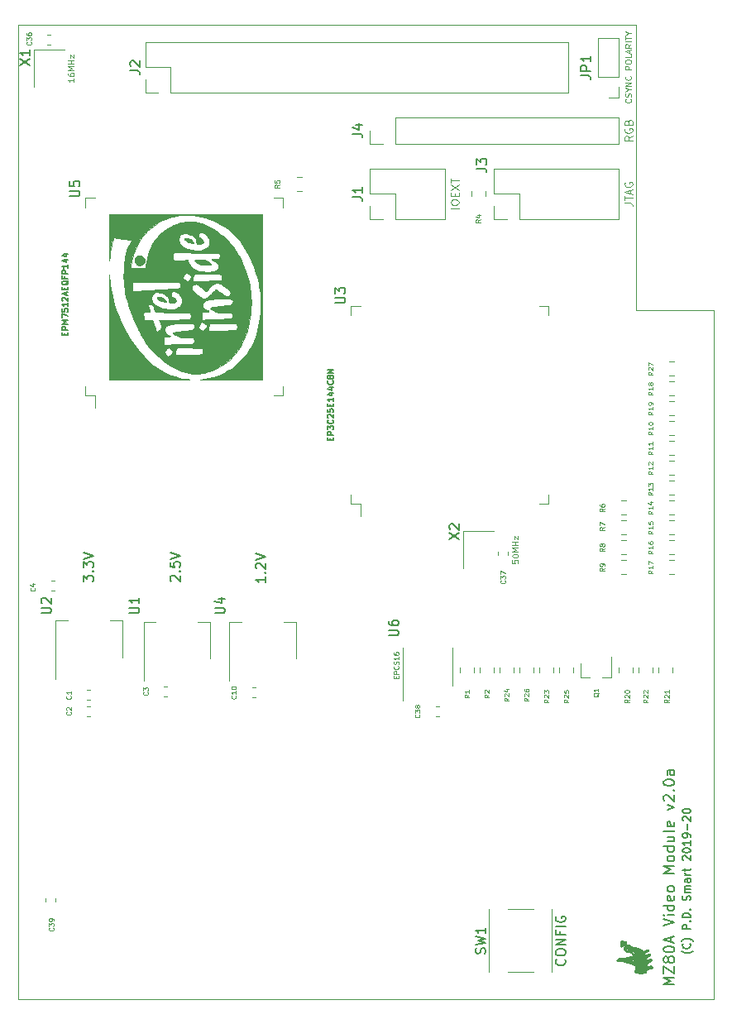
<source format=gbr>
G04 #@! TF.GenerationSoftware,KiCad,Pcbnew,(5.1.2-1)-1*
G04 #@! TF.CreationDate,2020-07-07T12:37:09+01:00*
G04 #@! TF.ProjectId,MZ80-80CLR,4d5a3830-2d38-4304-934c-522e6b696361,rev?*
G04 #@! TF.SameCoordinates,Original*
G04 #@! TF.FileFunction,Legend,Top*
G04 #@! TF.FilePolarity,Positive*
%FSLAX46Y46*%
G04 Gerber Fmt 4.6, Leading zero omitted, Abs format (unit mm)*
G04 Created by KiCad (PCBNEW (5.1.2-1)-1) date 2020-07-07 12:37:09*
%MOMM*%
%LPD*%
G04 APERTURE LIST*
%ADD10C,0.120000*%
%ADD11C,0.200000*%
%ADD12C,0.010000*%
%ADD13C,0.150000*%
%ADD14C,0.100000*%
G04 APERTURE END LIST*
D10*
X70612000Y-132842000D02*
X70612000Y-33147000D01*
X141859000Y-132842000D02*
X70612000Y-132842000D01*
X141859000Y-62357000D02*
X141859000Y-132842000D01*
X133858000Y-62357000D02*
X141859000Y-62357000D01*
X133858000Y-33147000D02*
X133858000Y-62357000D01*
X70612000Y-33147000D02*
X133858000Y-33147000D01*
D11*
X95956380Y-89630142D02*
X95956380Y-90201571D01*
X95956380Y-89915857D02*
X94956380Y-89915857D01*
X95099238Y-90011095D01*
X95194476Y-90106333D01*
X95242095Y-90201571D01*
X95861142Y-89201571D02*
X95908761Y-89153952D01*
X95956380Y-89201571D01*
X95908761Y-89249190D01*
X95861142Y-89201571D01*
X95956380Y-89201571D01*
X95051619Y-88773000D02*
X95004000Y-88725380D01*
X94956380Y-88630142D01*
X94956380Y-88392047D01*
X95004000Y-88296809D01*
X95051619Y-88249190D01*
X95146857Y-88201571D01*
X95242095Y-88201571D01*
X95384952Y-88249190D01*
X95956380Y-88820619D01*
X95956380Y-88201571D01*
X94956380Y-87915857D02*
X95956380Y-87582523D01*
X94956380Y-87249190D01*
X86288619Y-90074571D02*
X86241000Y-90026952D01*
X86193380Y-89931714D01*
X86193380Y-89693619D01*
X86241000Y-89598380D01*
X86288619Y-89550761D01*
X86383857Y-89503142D01*
X86479095Y-89503142D01*
X86621952Y-89550761D01*
X87193380Y-90122190D01*
X87193380Y-89503142D01*
X87098142Y-89074571D02*
X87145761Y-89026952D01*
X87193380Y-89074571D01*
X87145761Y-89122190D01*
X87098142Y-89074571D01*
X87193380Y-89074571D01*
X86193380Y-88122190D02*
X86193380Y-88598380D01*
X86669571Y-88646000D01*
X86621952Y-88598380D01*
X86574333Y-88503142D01*
X86574333Y-88265047D01*
X86621952Y-88169809D01*
X86669571Y-88122190D01*
X86764809Y-88074571D01*
X87002904Y-88074571D01*
X87098142Y-88122190D01*
X87145761Y-88169809D01*
X87193380Y-88265047D01*
X87193380Y-88503142D01*
X87145761Y-88598380D01*
X87098142Y-88646000D01*
X86193380Y-87788857D02*
X87193380Y-87455523D01*
X86193380Y-87122190D01*
X77303380Y-90122190D02*
X77303380Y-89503142D01*
X77684333Y-89836476D01*
X77684333Y-89693619D01*
X77731952Y-89598380D01*
X77779571Y-89550761D01*
X77874809Y-89503142D01*
X78112904Y-89503142D01*
X78208142Y-89550761D01*
X78255761Y-89598380D01*
X78303380Y-89693619D01*
X78303380Y-89979333D01*
X78255761Y-90074571D01*
X78208142Y-90122190D01*
X78208142Y-89074571D02*
X78255761Y-89026952D01*
X78303380Y-89074571D01*
X78255761Y-89122190D01*
X78208142Y-89074571D01*
X78303380Y-89074571D01*
X77303380Y-88693619D02*
X77303380Y-88074571D01*
X77684333Y-88407904D01*
X77684333Y-88265047D01*
X77731952Y-88169809D01*
X77779571Y-88122190D01*
X77874809Y-88074571D01*
X78112904Y-88074571D01*
X78208142Y-88122190D01*
X78255761Y-88169809D01*
X78303380Y-88265047D01*
X78303380Y-88550761D01*
X78255761Y-88646000D01*
X78208142Y-88693619D01*
X77303380Y-87788857D02*
X78303380Y-87455523D01*
X77303380Y-87122190D01*
X139731666Y-127919857D02*
X139693571Y-127957952D01*
X139579285Y-128034142D01*
X139503095Y-128072238D01*
X139388809Y-128110333D01*
X139198333Y-128148428D01*
X139045952Y-128148428D01*
X138855476Y-128110333D01*
X138741190Y-128072238D01*
X138665000Y-128034142D01*
X138550714Y-127957952D01*
X138512619Y-127919857D01*
X139350714Y-127157952D02*
X139388809Y-127196047D01*
X139426904Y-127310333D01*
X139426904Y-127386523D01*
X139388809Y-127500809D01*
X139312619Y-127577000D01*
X139236428Y-127615095D01*
X139084047Y-127653190D01*
X138969761Y-127653190D01*
X138817380Y-127615095D01*
X138741190Y-127577000D01*
X138665000Y-127500809D01*
X138626904Y-127386523D01*
X138626904Y-127310333D01*
X138665000Y-127196047D01*
X138703095Y-127157952D01*
X139731666Y-126891285D02*
X139693571Y-126853190D01*
X139579285Y-126777000D01*
X139503095Y-126738904D01*
X139388809Y-126700809D01*
X139198333Y-126662714D01*
X139045952Y-126662714D01*
X138855476Y-126700809D01*
X138741190Y-126738904D01*
X138665000Y-126777000D01*
X138550714Y-126853190D01*
X138512619Y-126891285D01*
X139426904Y-125672238D02*
X138626904Y-125672238D01*
X138626904Y-125367476D01*
X138665000Y-125291285D01*
X138703095Y-125253190D01*
X138779285Y-125215095D01*
X138893571Y-125215095D01*
X138969761Y-125253190D01*
X139007857Y-125291285D01*
X139045952Y-125367476D01*
X139045952Y-125672238D01*
X139350714Y-124872238D02*
X139388809Y-124834142D01*
X139426904Y-124872238D01*
X139388809Y-124910333D01*
X139350714Y-124872238D01*
X139426904Y-124872238D01*
X139426904Y-124491285D02*
X138626904Y-124491285D01*
X138626904Y-124300809D01*
X138665000Y-124186523D01*
X138741190Y-124110333D01*
X138817380Y-124072238D01*
X138969761Y-124034142D01*
X139084047Y-124034142D01*
X139236428Y-124072238D01*
X139312619Y-124110333D01*
X139388809Y-124186523D01*
X139426904Y-124300809D01*
X139426904Y-124491285D01*
X139350714Y-123691285D02*
X139388809Y-123653190D01*
X139426904Y-123691285D01*
X139388809Y-123729380D01*
X139350714Y-123691285D01*
X139426904Y-123691285D01*
X139388809Y-122738904D02*
X139426904Y-122624619D01*
X139426904Y-122434142D01*
X139388809Y-122357952D01*
X139350714Y-122319857D01*
X139274523Y-122281761D01*
X139198333Y-122281761D01*
X139122142Y-122319857D01*
X139084047Y-122357952D01*
X139045952Y-122434142D01*
X139007857Y-122586523D01*
X138969761Y-122662714D01*
X138931666Y-122700809D01*
X138855476Y-122738904D01*
X138779285Y-122738904D01*
X138703095Y-122700809D01*
X138665000Y-122662714D01*
X138626904Y-122586523D01*
X138626904Y-122396047D01*
X138665000Y-122281761D01*
X139426904Y-121938904D02*
X138893571Y-121938904D01*
X138969761Y-121938904D02*
X138931666Y-121900809D01*
X138893571Y-121824619D01*
X138893571Y-121710333D01*
X138931666Y-121634142D01*
X139007857Y-121596047D01*
X139426904Y-121596047D01*
X139007857Y-121596047D02*
X138931666Y-121557952D01*
X138893571Y-121481761D01*
X138893571Y-121367476D01*
X138931666Y-121291285D01*
X139007857Y-121253190D01*
X139426904Y-121253190D01*
X139426904Y-120529380D02*
X139007857Y-120529380D01*
X138931666Y-120567476D01*
X138893571Y-120643666D01*
X138893571Y-120796047D01*
X138931666Y-120872238D01*
X139388809Y-120529380D02*
X139426904Y-120605571D01*
X139426904Y-120796047D01*
X139388809Y-120872238D01*
X139312619Y-120910333D01*
X139236428Y-120910333D01*
X139160238Y-120872238D01*
X139122142Y-120796047D01*
X139122142Y-120605571D01*
X139084047Y-120529380D01*
X139426904Y-120148428D02*
X138893571Y-120148428D01*
X139045952Y-120148428D02*
X138969761Y-120110333D01*
X138931666Y-120072238D01*
X138893571Y-119996047D01*
X138893571Y-119919857D01*
X138893571Y-119767476D02*
X138893571Y-119462714D01*
X138626904Y-119653190D02*
X139312619Y-119653190D01*
X139388809Y-119615095D01*
X139426904Y-119538904D01*
X139426904Y-119462714D01*
X138703095Y-118624619D02*
X138665000Y-118586523D01*
X138626904Y-118510333D01*
X138626904Y-118319857D01*
X138665000Y-118243666D01*
X138703095Y-118205571D01*
X138779285Y-118167476D01*
X138855476Y-118167476D01*
X138969761Y-118205571D01*
X139426904Y-118662714D01*
X139426904Y-118167476D01*
X138626904Y-117672238D02*
X138626904Y-117596047D01*
X138665000Y-117519857D01*
X138703095Y-117481761D01*
X138779285Y-117443666D01*
X138931666Y-117405571D01*
X139122142Y-117405571D01*
X139274523Y-117443666D01*
X139350714Y-117481761D01*
X139388809Y-117519857D01*
X139426904Y-117596047D01*
X139426904Y-117672238D01*
X139388809Y-117748428D01*
X139350714Y-117786523D01*
X139274523Y-117824619D01*
X139122142Y-117862714D01*
X138931666Y-117862714D01*
X138779285Y-117824619D01*
X138703095Y-117786523D01*
X138665000Y-117748428D01*
X138626904Y-117672238D01*
X139426904Y-116643666D02*
X139426904Y-117100809D01*
X139426904Y-116872238D02*
X138626904Y-116872238D01*
X138741190Y-116948428D01*
X138817380Y-117024619D01*
X138855476Y-117100809D01*
X139426904Y-116262714D02*
X139426904Y-116110333D01*
X139388809Y-116034142D01*
X139350714Y-115996047D01*
X139236428Y-115919857D01*
X139084047Y-115881761D01*
X138779285Y-115881761D01*
X138703095Y-115919857D01*
X138665000Y-115957952D01*
X138626904Y-116034142D01*
X138626904Y-116186523D01*
X138665000Y-116262714D01*
X138703095Y-116300809D01*
X138779285Y-116338904D01*
X138969761Y-116338904D01*
X139045952Y-116300809D01*
X139084047Y-116262714D01*
X139122142Y-116186523D01*
X139122142Y-116034142D01*
X139084047Y-115957952D01*
X139045952Y-115919857D01*
X138969761Y-115881761D01*
X139122142Y-115538904D02*
X139122142Y-114929380D01*
X138703095Y-114586523D02*
X138665000Y-114548428D01*
X138626904Y-114472238D01*
X138626904Y-114281761D01*
X138665000Y-114205571D01*
X138703095Y-114167476D01*
X138779285Y-114129380D01*
X138855476Y-114129380D01*
X138969761Y-114167476D01*
X139426904Y-114624619D01*
X139426904Y-114129380D01*
X138626904Y-113634142D02*
X138626904Y-113557952D01*
X138665000Y-113481761D01*
X138703095Y-113443666D01*
X138779285Y-113405571D01*
X138931666Y-113367476D01*
X139122142Y-113367476D01*
X139274523Y-113405571D01*
X139350714Y-113443666D01*
X139388809Y-113481761D01*
X139426904Y-113557952D01*
X139426904Y-113634142D01*
X139388809Y-113710333D01*
X139350714Y-113748428D01*
X139274523Y-113786523D01*
X139122142Y-113824619D01*
X138931666Y-113824619D01*
X138779285Y-113786523D01*
X138703095Y-113748428D01*
X138665000Y-113710333D01*
X138626904Y-113634142D01*
X137784619Y-131369809D02*
X136684619Y-131369809D01*
X137470333Y-131003142D01*
X136684619Y-130636476D01*
X137784619Y-130636476D01*
X136684619Y-130217428D02*
X136684619Y-129484095D01*
X137784619Y-130217428D01*
X137784619Y-129484095D01*
X137156047Y-128907904D02*
X137103666Y-129012666D01*
X137051285Y-129065047D01*
X136946523Y-129117428D01*
X136894142Y-129117428D01*
X136789380Y-129065047D01*
X136737000Y-129012666D01*
X136684619Y-128907904D01*
X136684619Y-128698380D01*
X136737000Y-128593619D01*
X136789380Y-128541238D01*
X136894142Y-128488857D01*
X136946523Y-128488857D01*
X137051285Y-128541238D01*
X137103666Y-128593619D01*
X137156047Y-128698380D01*
X137156047Y-128907904D01*
X137208428Y-129012666D01*
X137260809Y-129065047D01*
X137365571Y-129117428D01*
X137575095Y-129117428D01*
X137679857Y-129065047D01*
X137732238Y-129012666D01*
X137784619Y-128907904D01*
X137784619Y-128698380D01*
X137732238Y-128593619D01*
X137679857Y-128541238D01*
X137575095Y-128488857D01*
X137365571Y-128488857D01*
X137260809Y-128541238D01*
X137208428Y-128593619D01*
X137156047Y-128698380D01*
X136684619Y-127807904D02*
X136684619Y-127703142D01*
X136737000Y-127598380D01*
X136789380Y-127546000D01*
X136894142Y-127493619D01*
X137103666Y-127441238D01*
X137365571Y-127441238D01*
X137575095Y-127493619D01*
X137679857Y-127546000D01*
X137732238Y-127598380D01*
X137784619Y-127703142D01*
X137784619Y-127807904D01*
X137732238Y-127912666D01*
X137679857Y-127965047D01*
X137575095Y-128017428D01*
X137365571Y-128069809D01*
X137103666Y-128069809D01*
X136894142Y-128017428D01*
X136789380Y-127965047D01*
X136737000Y-127912666D01*
X136684619Y-127807904D01*
X137470333Y-127022190D02*
X137470333Y-126498380D01*
X137784619Y-127126952D02*
X136684619Y-126760285D01*
X137784619Y-126393619D01*
X136684619Y-125346000D02*
X137784619Y-124979333D01*
X136684619Y-124612666D01*
X137784619Y-124246000D02*
X137051285Y-124246000D01*
X136684619Y-124246000D02*
X136737000Y-124298380D01*
X136789380Y-124246000D01*
X136737000Y-124193619D01*
X136684619Y-124246000D01*
X136789380Y-124246000D01*
X137784619Y-123250761D02*
X136684619Y-123250761D01*
X137732238Y-123250761D02*
X137784619Y-123355523D01*
X137784619Y-123565047D01*
X137732238Y-123669809D01*
X137679857Y-123722190D01*
X137575095Y-123774571D01*
X137260809Y-123774571D01*
X137156047Y-123722190D01*
X137103666Y-123669809D01*
X137051285Y-123565047D01*
X137051285Y-123355523D01*
X137103666Y-123250761D01*
X137732238Y-122307904D02*
X137784619Y-122412666D01*
X137784619Y-122622190D01*
X137732238Y-122726952D01*
X137627476Y-122779333D01*
X137208428Y-122779333D01*
X137103666Y-122726952D01*
X137051285Y-122622190D01*
X137051285Y-122412666D01*
X137103666Y-122307904D01*
X137208428Y-122255523D01*
X137313190Y-122255523D01*
X137417952Y-122779333D01*
X137784619Y-121626952D02*
X137732238Y-121731714D01*
X137679857Y-121784095D01*
X137575095Y-121836476D01*
X137260809Y-121836476D01*
X137156047Y-121784095D01*
X137103666Y-121731714D01*
X137051285Y-121626952D01*
X137051285Y-121469809D01*
X137103666Y-121365047D01*
X137156047Y-121312666D01*
X137260809Y-121260285D01*
X137575095Y-121260285D01*
X137679857Y-121312666D01*
X137732238Y-121365047D01*
X137784619Y-121469809D01*
X137784619Y-121626952D01*
X137784619Y-119950761D02*
X136684619Y-119950761D01*
X137470333Y-119584095D01*
X136684619Y-119217428D01*
X137784619Y-119217428D01*
X137784619Y-118536476D02*
X137732238Y-118641238D01*
X137679857Y-118693619D01*
X137575095Y-118746000D01*
X137260809Y-118746000D01*
X137156047Y-118693619D01*
X137103666Y-118641238D01*
X137051285Y-118536476D01*
X137051285Y-118379333D01*
X137103666Y-118274571D01*
X137156047Y-118222190D01*
X137260809Y-118169809D01*
X137575095Y-118169809D01*
X137679857Y-118222190D01*
X137732238Y-118274571D01*
X137784619Y-118379333D01*
X137784619Y-118536476D01*
X137784619Y-117226952D02*
X136684619Y-117226952D01*
X137732238Y-117226952D02*
X137784619Y-117331714D01*
X137784619Y-117541238D01*
X137732238Y-117646000D01*
X137679857Y-117698380D01*
X137575095Y-117750761D01*
X137260809Y-117750761D01*
X137156047Y-117698380D01*
X137103666Y-117646000D01*
X137051285Y-117541238D01*
X137051285Y-117331714D01*
X137103666Y-117226952D01*
X137051285Y-116231714D02*
X137784619Y-116231714D01*
X137051285Y-116703142D02*
X137627476Y-116703142D01*
X137732238Y-116650761D01*
X137784619Y-116546000D01*
X137784619Y-116388857D01*
X137732238Y-116284095D01*
X137679857Y-116231714D01*
X137784619Y-115550761D02*
X137732238Y-115655523D01*
X137627476Y-115707904D01*
X136684619Y-115707904D01*
X137732238Y-114712666D02*
X137784619Y-114817428D01*
X137784619Y-115026952D01*
X137732238Y-115131714D01*
X137627476Y-115184095D01*
X137208428Y-115184095D01*
X137103666Y-115131714D01*
X137051285Y-115026952D01*
X137051285Y-114817428D01*
X137103666Y-114712666D01*
X137208428Y-114660285D01*
X137313190Y-114660285D01*
X137417952Y-115184095D01*
X137051285Y-113455523D02*
X137784619Y-113193619D01*
X137051285Y-112931714D01*
X136789380Y-112565047D02*
X136737000Y-112512666D01*
X136684619Y-112407904D01*
X136684619Y-112146000D01*
X136737000Y-112041238D01*
X136789380Y-111988857D01*
X136894142Y-111936476D01*
X136998904Y-111936476D01*
X137156047Y-111988857D01*
X137784619Y-112617428D01*
X137784619Y-111936476D01*
X137679857Y-111465047D02*
X137732238Y-111412666D01*
X137784619Y-111465047D01*
X137732238Y-111517428D01*
X137679857Y-111465047D01*
X137784619Y-111465047D01*
X136684619Y-110731714D02*
X136684619Y-110626952D01*
X136737000Y-110522190D01*
X136789380Y-110469809D01*
X136894142Y-110417428D01*
X137103666Y-110365047D01*
X137365571Y-110365047D01*
X137575095Y-110417428D01*
X137679857Y-110469809D01*
X137732238Y-110522190D01*
X137784619Y-110626952D01*
X137784619Y-110731714D01*
X137732238Y-110836476D01*
X137679857Y-110888857D01*
X137575095Y-110941238D01*
X137365571Y-110993619D01*
X137103666Y-110993619D01*
X136894142Y-110941238D01*
X136789380Y-110888857D01*
X136737000Y-110836476D01*
X136684619Y-110731714D01*
X137784619Y-109422190D02*
X137208428Y-109422190D01*
X137103666Y-109474571D01*
X137051285Y-109579333D01*
X137051285Y-109788857D01*
X137103666Y-109893619D01*
X137732238Y-109422190D02*
X137784619Y-109526952D01*
X137784619Y-109788857D01*
X137732238Y-109893619D01*
X137627476Y-109946000D01*
X137522714Y-109946000D01*
X137417952Y-109893619D01*
X137365571Y-109788857D01*
X137365571Y-109526952D01*
X137313190Y-109422190D01*
D12*
G36*
X82854562Y-57203778D02*
G01*
X82878016Y-57154490D01*
X82914846Y-57126825D01*
X82943948Y-57121778D01*
X82988100Y-57132899D01*
X83018783Y-57167000D01*
X83036755Y-57225186D01*
X83041195Y-57263418D01*
X83047281Y-57347555D01*
X82846333Y-57347555D01*
X82846333Y-57271847D01*
X82854562Y-57203778D01*
X82854562Y-57203778D01*
G37*
X82854562Y-57203778D02*
X82878016Y-57154490D01*
X82914846Y-57126825D01*
X82943948Y-57121778D01*
X82988100Y-57132899D01*
X83018783Y-57167000D01*
X83036755Y-57225186D01*
X83041195Y-57263418D01*
X83047281Y-57347555D01*
X82846333Y-57347555D01*
X82846333Y-57271847D01*
X82854562Y-57203778D01*
G36*
X84835574Y-61005813D02*
G01*
X84876153Y-60984497D01*
X84942912Y-60969619D01*
X84990716Y-60964270D01*
X85039772Y-60961895D01*
X85083541Y-60964963D01*
X85131538Y-60975035D01*
X85193281Y-60993673D01*
X85216235Y-61001279D01*
X85370095Y-61063875D01*
X85500485Y-61140923D01*
X85608709Y-61233357D01*
X85696069Y-61342108D01*
X85699085Y-61346715D01*
X85725962Y-61389632D01*
X85745338Y-61423523D01*
X85753203Y-61441355D01*
X85753222Y-61441696D01*
X85741240Y-61453295D01*
X85716479Y-61462573D01*
X85660309Y-61468953D01*
X85585463Y-61466531D01*
X85499745Y-61456269D01*
X85410959Y-61439126D01*
X85326909Y-61416065D01*
X85319849Y-61413733D01*
X85183610Y-61362112D01*
X85066561Y-61305580D01*
X84970375Y-61245415D01*
X84896724Y-61182894D01*
X84847280Y-61119294D01*
X84823715Y-61055894D01*
X84821889Y-61033274D01*
X84835574Y-61005813D01*
X84835574Y-61005813D01*
G37*
X84835574Y-61005813D02*
X84876153Y-60984497D01*
X84942912Y-60969619D01*
X84990716Y-60964270D01*
X85039772Y-60961895D01*
X85083541Y-60964963D01*
X85131538Y-60975035D01*
X85193281Y-60993673D01*
X85216235Y-61001279D01*
X85370095Y-61063875D01*
X85500485Y-61140923D01*
X85608709Y-61233357D01*
X85696069Y-61342108D01*
X85699085Y-61346715D01*
X85725962Y-61389632D01*
X85745338Y-61423523D01*
X85753203Y-61441355D01*
X85753222Y-61441696D01*
X85741240Y-61453295D01*
X85716479Y-61462573D01*
X85660309Y-61468953D01*
X85585463Y-61466531D01*
X85499745Y-61456269D01*
X85410959Y-61439126D01*
X85326909Y-61416065D01*
X85319849Y-61413733D01*
X85183610Y-61362112D01*
X85066561Y-61305580D01*
X84970375Y-61245415D01*
X84896724Y-61182894D01*
X84847280Y-61119294D01*
X84823715Y-61055894D01*
X84821889Y-61033274D01*
X84835574Y-61005813D01*
G36*
X87648452Y-55009168D02*
G01*
X87674527Y-54969530D01*
X87682917Y-54962360D01*
X87703860Y-54947766D01*
X87725884Y-54939488D01*
X87756284Y-54936600D01*
X87802357Y-54938174D01*
X87847797Y-54941432D01*
X88004179Y-54965047D01*
X88144332Y-55010955D01*
X88270523Y-55080130D01*
X88383162Y-55171759D01*
X88421833Y-55212824D01*
X88462671Y-55262399D01*
X88501348Y-55314402D01*
X88533537Y-55362752D01*
X88554907Y-55401369D01*
X88561333Y-55422067D01*
X88549947Y-55441651D01*
X88539012Y-55448101D01*
X88513503Y-55452665D01*
X88470213Y-55455733D01*
X88429651Y-55456568D01*
X88328270Y-55448386D01*
X88218495Y-55425632D01*
X88105529Y-55390665D01*
X87994578Y-55345847D01*
X87890846Y-55293537D01*
X87799537Y-55236096D01*
X87725856Y-55175884D01*
X87675008Y-55115261D01*
X87674187Y-55113944D01*
X87648372Y-55056714D01*
X87648452Y-55009168D01*
X87648452Y-55009168D01*
G37*
X87648452Y-55009168D02*
X87674527Y-54969530D01*
X87682917Y-54962360D01*
X87703860Y-54947766D01*
X87725884Y-54939488D01*
X87756284Y-54936600D01*
X87802357Y-54938174D01*
X87847797Y-54941432D01*
X88004179Y-54965047D01*
X88144332Y-55010955D01*
X88270523Y-55080130D01*
X88383162Y-55171759D01*
X88421833Y-55212824D01*
X88462671Y-55262399D01*
X88501348Y-55314402D01*
X88533537Y-55362752D01*
X88554907Y-55401369D01*
X88561333Y-55422067D01*
X88549947Y-55441651D01*
X88539012Y-55448101D01*
X88513503Y-55452665D01*
X88470213Y-55455733D01*
X88429651Y-55456568D01*
X88328270Y-55448386D01*
X88218495Y-55425632D01*
X88105529Y-55390665D01*
X87994578Y-55345847D01*
X87890846Y-55293537D01*
X87799537Y-55236096D01*
X87725856Y-55175884D01*
X87675008Y-55115261D01*
X87674187Y-55113944D01*
X87648372Y-55056714D01*
X87648452Y-55009168D01*
G36*
X88700480Y-57219598D02*
G01*
X88710785Y-57212261D01*
X88723865Y-57206370D01*
X88742703Y-57201769D01*
X88770283Y-57198300D01*
X88809590Y-57195805D01*
X88863609Y-57194127D01*
X88935322Y-57193109D01*
X89027715Y-57192592D01*
X89143771Y-57192420D01*
X89215535Y-57192415D01*
X89333621Y-57192832D01*
X89446306Y-57193979D01*
X89549555Y-57195758D01*
X89639333Y-57198072D01*
X89711603Y-57200824D01*
X89762330Y-57203915D01*
X89781944Y-57206078D01*
X89837674Y-57220158D01*
X89904848Y-57244724D01*
X89975737Y-57276085D01*
X90042612Y-57310554D01*
X90097744Y-57344439D01*
X90133071Y-57373680D01*
X90163364Y-57405835D01*
X90187983Y-57430124D01*
X90238928Y-57478493D01*
X90274531Y-57515346D01*
X90300971Y-57547430D01*
X90319104Y-57573333D01*
X90349816Y-57628301D01*
X90363003Y-57672019D01*
X90357917Y-57700868D01*
X90347170Y-57709042D01*
X90321372Y-57712869D01*
X90272156Y-57714868D01*
X90204256Y-57715213D01*
X90122403Y-57714081D01*
X90031331Y-57711650D01*
X89935773Y-57708093D01*
X89840462Y-57703589D01*
X89750130Y-57698313D01*
X89669512Y-57692442D01*
X89603339Y-57686151D01*
X89556344Y-57679618D01*
X89556167Y-57679585D01*
X89350070Y-57633482D01*
X89165557Y-57575507D01*
X89003791Y-57506179D01*
X88865936Y-57426012D01*
X88753155Y-57335525D01*
X88730667Y-57313080D01*
X88667167Y-57246863D01*
X88700480Y-57219598D01*
X88700480Y-57219598D01*
G37*
X88700480Y-57219598D02*
X88710785Y-57212261D01*
X88723865Y-57206370D01*
X88742703Y-57201769D01*
X88770283Y-57198300D01*
X88809590Y-57195805D01*
X88863609Y-57194127D01*
X88935322Y-57193109D01*
X89027715Y-57192592D01*
X89143771Y-57192420D01*
X89215535Y-57192415D01*
X89333621Y-57192832D01*
X89446306Y-57193979D01*
X89549555Y-57195758D01*
X89639333Y-57198072D01*
X89711603Y-57200824D01*
X89762330Y-57203915D01*
X89781944Y-57206078D01*
X89837674Y-57220158D01*
X89904848Y-57244724D01*
X89975737Y-57276085D01*
X90042612Y-57310554D01*
X90097744Y-57344439D01*
X90133071Y-57373680D01*
X90163364Y-57405835D01*
X90187983Y-57430124D01*
X90238928Y-57478493D01*
X90274531Y-57515346D01*
X90300971Y-57547430D01*
X90319104Y-57573333D01*
X90349816Y-57628301D01*
X90363003Y-57672019D01*
X90357917Y-57700868D01*
X90347170Y-57709042D01*
X90321372Y-57712869D01*
X90272156Y-57714868D01*
X90204256Y-57715213D01*
X90122403Y-57714081D01*
X90031331Y-57711650D01*
X89935773Y-57708093D01*
X89840462Y-57703589D01*
X89750130Y-57698313D01*
X89669512Y-57692442D01*
X89603339Y-57686151D01*
X89556344Y-57679618D01*
X89556167Y-57679585D01*
X89350070Y-57633482D01*
X89165557Y-57575507D01*
X89003791Y-57506179D01*
X88865936Y-57426012D01*
X88753155Y-57335525D01*
X88730667Y-57313080D01*
X88667167Y-57246863D01*
X88700480Y-57219598D01*
G36*
X82558335Y-57174662D02*
G01*
X82563482Y-57125242D01*
X82574459Y-57082946D01*
X82593229Y-57037255D01*
X82596560Y-57030055D01*
X82657244Y-56929021D01*
X82735001Y-56845438D01*
X82825985Y-56781530D01*
X82926351Y-56739518D01*
X83032255Y-56721625D01*
X83121436Y-56726656D01*
X83240887Y-56759507D01*
X83346159Y-56815557D01*
X83434752Y-56892432D01*
X83504164Y-56987755D01*
X83551893Y-57099151D01*
X83564245Y-57147167D01*
X83575894Y-57213804D01*
X83577582Y-57268027D01*
X83568574Y-57322972D01*
X83551060Y-57382833D01*
X83501270Y-57491843D01*
X83428310Y-57585268D01*
X83338592Y-57657947D01*
X83232523Y-57710985D01*
X83122295Y-57737951D01*
X83011578Y-57739889D01*
X82904045Y-57717841D01*
X82803365Y-57672850D01*
X82775778Y-57652382D01*
X82775778Y-57418111D01*
X83326111Y-57418111D01*
X83326111Y-57382833D01*
X83324792Y-57364889D01*
X83316872Y-57354371D01*
X83296406Y-57349297D01*
X83257450Y-57347685D01*
X83220278Y-57347555D01*
X83114444Y-57347555D01*
X83114444Y-57299169D01*
X83116242Y-57274743D01*
X83124784Y-57255091D01*
X83144793Y-57235107D01*
X83180993Y-57209689D01*
X83220278Y-57184819D01*
X83270940Y-57152612D01*
X83302154Y-57129637D01*
X83318620Y-57110522D01*
X83325038Y-57089895D01*
X83326111Y-57063873D01*
X83323509Y-57029062D01*
X83317027Y-57010073D01*
X83314667Y-57008889D01*
X83299523Y-57017485D01*
X83268583Y-57040503D01*
X83227298Y-57073788D01*
X83205531Y-57092087D01*
X83107838Y-57175285D01*
X83091150Y-57135596D01*
X83060700Y-57081860D01*
X83020809Y-57050774D01*
X82964790Y-57038036D01*
X82938056Y-57037111D01*
X82878729Y-57042673D01*
X82834942Y-57061405D01*
X82804742Y-57096374D01*
X82786176Y-57150651D01*
X82777289Y-57227302D01*
X82775778Y-57292030D01*
X82775778Y-57418111D01*
X82775778Y-57652382D01*
X82713210Y-57605960D01*
X82637251Y-57518212D01*
X82595403Y-57446804D01*
X82576077Y-57403416D01*
X82564496Y-57363594D01*
X82558789Y-57317322D01*
X82557083Y-57254583D01*
X82557056Y-57241722D01*
X82558335Y-57174662D01*
X82558335Y-57174662D01*
G37*
X82558335Y-57174662D02*
X82563482Y-57125242D01*
X82574459Y-57082946D01*
X82593229Y-57037255D01*
X82596560Y-57030055D01*
X82657244Y-56929021D01*
X82735001Y-56845438D01*
X82825985Y-56781530D01*
X82926351Y-56739518D01*
X83032255Y-56721625D01*
X83121436Y-56726656D01*
X83240887Y-56759507D01*
X83346159Y-56815557D01*
X83434752Y-56892432D01*
X83504164Y-56987755D01*
X83551893Y-57099151D01*
X83564245Y-57147167D01*
X83575894Y-57213804D01*
X83577582Y-57268027D01*
X83568574Y-57322972D01*
X83551060Y-57382833D01*
X83501270Y-57491843D01*
X83428310Y-57585268D01*
X83338592Y-57657947D01*
X83232523Y-57710985D01*
X83122295Y-57737951D01*
X83011578Y-57739889D01*
X82904045Y-57717841D01*
X82803365Y-57672850D01*
X82775778Y-57652382D01*
X82775778Y-57418111D01*
X83326111Y-57418111D01*
X83326111Y-57382833D01*
X83324792Y-57364889D01*
X83316872Y-57354371D01*
X83296406Y-57349297D01*
X83257450Y-57347685D01*
X83220278Y-57347555D01*
X83114444Y-57347555D01*
X83114444Y-57299169D01*
X83116242Y-57274743D01*
X83124784Y-57255091D01*
X83144793Y-57235107D01*
X83180993Y-57209689D01*
X83220278Y-57184819D01*
X83270940Y-57152612D01*
X83302154Y-57129637D01*
X83318620Y-57110522D01*
X83325038Y-57089895D01*
X83326111Y-57063873D01*
X83323509Y-57029062D01*
X83317027Y-57010073D01*
X83314667Y-57008889D01*
X83299523Y-57017485D01*
X83268583Y-57040503D01*
X83227298Y-57073788D01*
X83205531Y-57092087D01*
X83107838Y-57175285D01*
X83091150Y-57135596D01*
X83060700Y-57081860D01*
X83020809Y-57050774D01*
X82964790Y-57038036D01*
X82938056Y-57037111D01*
X82878729Y-57042673D01*
X82834942Y-57061405D01*
X82804742Y-57096374D01*
X82786176Y-57150651D01*
X82777289Y-57227302D01*
X82775778Y-57292030D01*
X82775778Y-57418111D01*
X82775778Y-57652382D01*
X82713210Y-57605960D01*
X82637251Y-57518212D01*
X82595403Y-57446804D01*
X82576077Y-57403416D01*
X82564496Y-57363594D01*
X82558789Y-57317322D01*
X82557083Y-57254583D01*
X82557056Y-57241722D01*
X82558335Y-57174662D01*
G36*
X79956021Y-64018583D02*
G01*
X79956209Y-63630244D01*
X79956416Y-63249441D01*
X79956640Y-62877124D01*
X79956880Y-62514242D01*
X79957135Y-62161746D01*
X79957404Y-61820586D01*
X79957685Y-61491711D01*
X79957978Y-61176072D01*
X79958281Y-60874619D01*
X79958592Y-60588301D01*
X79958911Y-60318068D01*
X79959237Y-60064871D01*
X79959567Y-59829660D01*
X79959902Y-59613384D01*
X79960240Y-59416994D01*
X79960579Y-59241439D01*
X79960918Y-59087669D01*
X79961257Y-58956635D01*
X79961594Y-58849286D01*
X79961927Y-58766572D01*
X79962256Y-58709443D01*
X79962580Y-58678850D01*
X79962826Y-58674000D01*
X79965280Y-58710230D01*
X79969165Y-58767975D01*
X79974037Y-58840591D01*
X79979448Y-58921434D01*
X79982244Y-58963278D01*
X80013978Y-59341117D01*
X80059511Y-59736076D01*
X80117858Y-60141230D01*
X80188037Y-60549657D01*
X80256977Y-60897643D01*
X80382021Y-61426106D01*
X80534578Y-61956037D01*
X80714081Y-62486069D01*
X80919966Y-63014839D01*
X81151664Y-63540980D01*
X81408609Y-64063130D01*
X81690235Y-64579921D01*
X81995976Y-65089990D01*
X81998841Y-65094555D01*
X82235773Y-65458916D01*
X82486505Y-65819961D01*
X82747684Y-66173379D01*
X83015958Y-66514860D01*
X83287976Y-66840091D01*
X83560385Y-67144764D01*
X83740306Y-67334075D01*
X84054741Y-67636371D01*
X84387073Y-67917651D01*
X84735871Y-68177240D01*
X85099705Y-68414463D01*
X85477146Y-68628648D01*
X85866764Y-68819119D01*
X86267128Y-68985202D01*
X86676808Y-69126222D01*
X87094375Y-69241505D01*
X87518398Y-69330377D01*
X87947447Y-69392164D01*
X88145056Y-69411220D01*
X88142738Y-69412164D01*
X88113249Y-69413101D01*
X88057638Y-69414026D01*
X87976956Y-69414938D01*
X87872253Y-69415831D01*
X87744580Y-69416703D01*
X87594987Y-69417550D01*
X87424524Y-69418368D01*
X87234241Y-69419155D01*
X87025190Y-69419905D01*
X86798420Y-69420617D01*
X86554981Y-69421286D01*
X86295925Y-69421909D01*
X86022301Y-69422483D01*
X85735159Y-69423003D01*
X85435551Y-69423467D01*
X85124526Y-69423871D01*
X84803135Y-69424211D01*
X84472429Y-69424483D01*
X84133456Y-69424685D01*
X84119861Y-69424692D01*
X79953556Y-69426666D01*
X79956021Y-64018583D01*
X79956021Y-64018583D01*
G37*
X79956021Y-64018583D02*
X79956209Y-63630244D01*
X79956416Y-63249441D01*
X79956640Y-62877124D01*
X79956880Y-62514242D01*
X79957135Y-62161746D01*
X79957404Y-61820586D01*
X79957685Y-61491711D01*
X79957978Y-61176072D01*
X79958281Y-60874619D01*
X79958592Y-60588301D01*
X79958911Y-60318068D01*
X79959237Y-60064871D01*
X79959567Y-59829660D01*
X79959902Y-59613384D01*
X79960240Y-59416994D01*
X79960579Y-59241439D01*
X79960918Y-59087669D01*
X79961257Y-58956635D01*
X79961594Y-58849286D01*
X79961927Y-58766572D01*
X79962256Y-58709443D01*
X79962580Y-58678850D01*
X79962826Y-58674000D01*
X79965280Y-58710230D01*
X79969165Y-58767975D01*
X79974037Y-58840591D01*
X79979448Y-58921434D01*
X79982244Y-58963278D01*
X80013978Y-59341117D01*
X80059511Y-59736076D01*
X80117858Y-60141230D01*
X80188037Y-60549657D01*
X80256977Y-60897643D01*
X80382021Y-61426106D01*
X80534578Y-61956037D01*
X80714081Y-62486069D01*
X80919966Y-63014839D01*
X81151664Y-63540980D01*
X81408609Y-64063130D01*
X81690235Y-64579921D01*
X81995976Y-65089990D01*
X81998841Y-65094555D01*
X82235773Y-65458916D01*
X82486505Y-65819961D01*
X82747684Y-66173379D01*
X83015958Y-66514860D01*
X83287976Y-66840091D01*
X83560385Y-67144764D01*
X83740306Y-67334075D01*
X84054741Y-67636371D01*
X84387073Y-67917651D01*
X84735871Y-68177240D01*
X85099705Y-68414463D01*
X85477146Y-68628648D01*
X85866764Y-68819119D01*
X86267128Y-68985202D01*
X86676808Y-69126222D01*
X87094375Y-69241505D01*
X87518398Y-69330377D01*
X87947447Y-69392164D01*
X88145056Y-69411220D01*
X88142738Y-69412164D01*
X88113249Y-69413101D01*
X88057638Y-69414026D01*
X87976956Y-69414938D01*
X87872253Y-69415831D01*
X87744580Y-69416703D01*
X87594987Y-69417550D01*
X87424524Y-69418368D01*
X87234241Y-69419155D01*
X87025190Y-69419905D01*
X86798420Y-69420617D01*
X86554981Y-69421286D01*
X86295925Y-69421909D01*
X86022301Y-69422483D01*
X85735159Y-69423003D01*
X85435551Y-69423467D01*
X85124526Y-69423871D01*
X84803135Y-69424211D01*
X84472429Y-69424483D01*
X84133456Y-69424685D01*
X84119861Y-69424692D01*
X79953556Y-69426666D01*
X79956021Y-64018583D01*
G36*
X95574556Y-52493333D02*
G01*
X95574556Y-69426666D01*
X92353694Y-69424703D01*
X92034820Y-69424458D01*
X91728283Y-69424121D01*
X91435066Y-69423698D01*
X91156151Y-69423192D01*
X90892521Y-69422608D01*
X90645159Y-69421950D01*
X90415048Y-69421223D01*
X90203170Y-69420431D01*
X90010509Y-69419578D01*
X89838046Y-69418670D01*
X89686765Y-69417709D01*
X89557648Y-69416702D01*
X89451679Y-69415651D01*
X89369839Y-69414562D01*
X89313112Y-69413439D01*
X89282479Y-69412287D01*
X89278925Y-69411109D01*
X89281000Y-69410913D01*
X89717265Y-69362748D01*
X90142305Y-69288861D01*
X90555814Y-69189389D01*
X90957490Y-69064465D01*
X91347029Y-68914224D01*
X91724125Y-68738802D01*
X92088475Y-68538332D01*
X92439776Y-68312949D01*
X92777722Y-68062788D01*
X93102011Y-67787984D01*
X93244026Y-67655722D01*
X93531996Y-67362913D01*
X93798887Y-67056517D01*
X94045003Y-66735823D01*
X94270648Y-66400117D01*
X94476126Y-66048688D01*
X94661741Y-65680823D01*
X94827797Y-65295810D01*
X94974598Y-64892936D01*
X95102448Y-64471489D01*
X95211651Y-64030757D01*
X95302511Y-63570026D01*
X95375333Y-63088586D01*
X95430420Y-62585723D01*
X95436248Y-62519278D01*
X95441435Y-62439975D01*
X95445746Y-62336871D01*
X95449180Y-62214355D01*
X95451738Y-62076815D01*
X95453420Y-61928639D01*
X95454226Y-61774217D01*
X95454157Y-61617937D01*
X95453212Y-61464187D01*
X95451391Y-61317357D01*
X95448695Y-61181836D01*
X95445123Y-61062010D01*
X95440677Y-60962271D01*
X95436204Y-60896500D01*
X95400407Y-60534415D01*
X95355780Y-60187547D01*
X95301216Y-59851160D01*
X95235609Y-59520520D01*
X95157852Y-59190889D01*
X95066839Y-58857534D01*
X94961463Y-58515719D01*
X94840618Y-58160708D01*
X94720484Y-57833316D01*
X94526421Y-57353868D01*
X94314180Y-56893765D01*
X94084140Y-56453625D01*
X93836684Y-56034069D01*
X93572192Y-55635714D01*
X93291046Y-55259180D01*
X92993626Y-54905085D01*
X92766665Y-54661337D01*
X92448162Y-54353758D01*
X92114233Y-54069788D01*
X91764941Y-53809473D01*
X91400349Y-53572860D01*
X91020522Y-53359997D01*
X90967278Y-53332674D01*
X90563158Y-53142518D01*
X90154826Y-52980099D01*
X89742605Y-52845468D01*
X89326818Y-52738675D01*
X88907788Y-52659773D01*
X88485838Y-52608811D01*
X88061291Y-52585840D01*
X87634471Y-52590913D01*
X87205700Y-52624079D01*
X86818611Y-52677956D01*
X86443613Y-52754182D01*
X86081281Y-52854693D01*
X85730181Y-52980113D01*
X85388881Y-53131061D01*
X85055945Y-53308158D01*
X84729939Y-53512027D01*
X84476167Y-53692559D01*
X84161858Y-53945731D01*
X83867412Y-54218667D01*
X83593470Y-54510470D01*
X83340671Y-54820239D01*
X83109657Y-55147077D01*
X82901067Y-55490084D01*
X82715543Y-55848361D01*
X82553724Y-56221010D01*
X82430043Y-56564389D01*
X82366815Y-56769204D01*
X82310803Y-56975710D01*
X82260877Y-57189154D01*
X82215908Y-57414787D01*
X82174764Y-57657858D01*
X82136316Y-57923616D01*
X82134564Y-57936694D01*
X82128441Y-57982555D01*
X83673230Y-57982555D01*
X83690727Y-57788528D01*
X83736124Y-57422397D01*
X83805785Y-57054899D01*
X83898321Y-56691158D01*
X84012343Y-56336298D01*
X84146463Y-55995442D01*
X84222055Y-55828857D01*
X84371742Y-55541446D01*
X84540642Y-55266980D01*
X84726569Y-55008286D01*
X84927340Y-54768192D01*
X85140772Y-54549526D01*
X85353490Y-54364037D01*
X85659576Y-54132817D01*
X85966011Y-53929478D01*
X86273532Y-53753684D01*
X86582876Y-53605096D01*
X86894780Y-53483377D01*
X87209981Y-53388189D01*
X87529215Y-53319195D01*
X87686444Y-53294967D01*
X87781772Y-53285596D01*
X87898378Y-53279537D01*
X88029524Y-53276693D01*
X88168472Y-53276967D01*
X88308484Y-53280261D01*
X88442824Y-53286477D01*
X88564753Y-53295520D01*
X88667533Y-53307290D01*
X88681278Y-53309346D01*
X89042238Y-53378583D01*
X89395636Y-53473076D01*
X89742419Y-53593259D01*
X90083537Y-53739570D01*
X90419936Y-53912445D01*
X90752564Y-54112320D01*
X91082368Y-54339631D01*
X91327111Y-54527319D01*
X91681303Y-54828661D01*
X92015767Y-55149937D01*
X92330226Y-55490633D01*
X92624402Y-55850233D01*
X92898016Y-56228221D01*
X93150790Y-56624082D01*
X93382448Y-57037302D01*
X93592710Y-57467363D01*
X93781298Y-57913752D01*
X93947936Y-58375952D01*
X94092345Y-58853449D01*
X94214246Y-59345727D01*
X94313362Y-59852270D01*
X94360114Y-60151095D01*
X94402970Y-60477522D01*
X94435338Y-60782992D01*
X94457620Y-61072584D01*
X94470218Y-61351377D01*
X94473613Y-61587944D01*
X94461365Y-62082422D01*
X94424932Y-62575041D01*
X94364790Y-63062746D01*
X94281418Y-63542482D01*
X94175293Y-64011193D01*
X94046894Y-64465824D01*
X94001217Y-64607722D01*
X93850329Y-65023474D01*
X93680138Y-65419718D01*
X93490864Y-65796127D01*
X93282723Y-66152374D01*
X93055934Y-66488132D01*
X92810715Y-66803077D01*
X92547284Y-67096880D01*
X92265858Y-67369215D01*
X92018477Y-67578945D01*
X91705239Y-67816772D01*
X91395271Y-68027695D01*
X91086831Y-68212583D01*
X90778178Y-68372306D01*
X90467571Y-68507734D01*
X90153267Y-68619735D01*
X90099444Y-68634791D01*
X90099444Y-64445444D01*
X90166472Y-64445416D01*
X90190191Y-64445108D01*
X90240022Y-64444222D01*
X90313865Y-64442802D01*
X90409616Y-64440890D01*
X90525173Y-64438531D01*
X90658434Y-64435769D01*
X90807296Y-64432646D01*
X90969658Y-64429206D01*
X91143417Y-64425494D01*
X91326470Y-64421553D01*
X91516716Y-64417426D01*
X91536552Y-64416994D01*
X91788438Y-64411363D01*
X92012610Y-64406049D01*
X92209576Y-64401035D01*
X92379841Y-64396304D01*
X92523914Y-64391839D01*
X92642300Y-64387623D01*
X92735507Y-64383639D01*
X92804040Y-64379870D01*
X92848408Y-64376299D01*
X92869117Y-64372910D01*
X92870052Y-64372506D01*
X92923748Y-64334061D01*
X92972183Y-64281814D01*
X93007666Y-64225149D01*
X93020439Y-64189031D01*
X93026963Y-64138368D01*
X93029596Y-64072025D01*
X93028719Y-63997435D01*
X93024710Y-63922027D01*
X93017951Y-63853233D01*
X93008821Y-63798485D01*
X92998876Y-63767334D01*
X92991632Y-63753346D01*
X92984141Y-63740821D01*
X92974874Y-63729670D01*
X92962307Y-63719800D01*
X92944914Y-63711120D01*
X92921167Y-63703538D01*
X92889543Y-63696964D01*
X92848513Y-63691306D01*
X92796552Y-63686473D01*
X92732135Y-63682373D01*
X92653735Y-63678915D01*
X92559825Y-63676008D01*
X92448881Y-63673560D01*
X92319375Y-63671480D01*
X92169783Y-63669676D01*
X91998577Y-63668058D01*
X91804232Y-63666534D01*
X91585221Y-63665012D01*
X91340019Y-63663402D01*
X91253028Y-63662835D01*
X91054630Y-63661607D01*
X90882677Y-63660708D01*
X90735390Y-63660160D01*
X90610993Y-63659985D01*
X90507708Y-63660204D01*
X90423759Y-63660841D01*
X90357370Y-63661916D01*
X90306762Y-63663452D01*
X90270159Y-63665471D01*
X90245785Y-63667995D01*
X90231861Y-63671046D01*
X90226612Y-63674645D01*
X90226444Y-63675531D01*
X90221227Y-63695664D01*
X90207052Y-63735738D01*
X90186141Y-63789778D01*
X90162944Y-63846493D01*
X90099444Y-63998058D01*
X90099444Y-64445444D01*
X90099444Y-68634791D01*
X89833525Y-68709180D01*
X89689393Y-68741883D01*
X89384653Y-68794667D01*
X89079519Y-68823936D01*
X88770520Y-68829703D01*
X88454187Y-68811978D01*
X88127050Y-68770773D01*
X87990500Y-68747371D01*
X87874819Y-68721821D01*
X87739043Y-68684523D01*
X87587916Y-68637121D01*
X87426185Y-68581262D01*
X87258594Y-68518591D01*
X87089890Y-68450753D01*
X86924819Y-68379393D01*
X86910333Y-68372869D01*
X86745442Y-68291973D01*
X86745442Y-66939507D01*
X86894916Y-66933560D01*
X86932239Y-66932228D01*
X86995334Y-66930160D01*
X87081762Y-66927430D01*
X87189083Y-66924112D01*
X87314860Y-66920279D01*
X87456652Y-66916006D01*
X87612020Y-66911365D01*
X87778527Y-66906431D01*
X87953732Y-66901277D01*
X88135197Y-66895978D01*
X88216310Y-66893621D01*
X88396248Y-66888280D01*
X88568447Y-66882931D01*
X88730766Y-66877656D01*
X88881065Y-66872535D01*
X89017200Y-66867649D01*
X89137032Y-66863077D01*
X89238418Y-66858901D01*
X89319219Y-66855201D01*
X89377291Y-66852057D01*
X89410494Y-66849550D01*
X89417432Y-66848453D01*
X89456055Y-66822275D01*
X89493844Y-66778126D01*
X89523575Y-66725523D01*
X89534438Y-66694270D01*
X89539867Y-66653998D01*
X89542321Y-66593804D01*
X89541977Y-66521811D01*
X89539013Y-66446142D01*
X89533608Y-66374921D01*
X89530102Y-66347883D01*
X89530102Y-64459555D01*
X89573225Y-64450062D01*
X89612376Y-64426528D01*
X89633456Y-64399836D01*
X89646656Y-64377835D01*
X89674131Y-64338630D01*
X89712408Y-64286964D01*
X89758016Y-64227578D01*
X89780877Y-64198500D01*
X89832142Y-64133395D01*
X89868359Y-64085560D01*
X89892152Y-64050259D01*
X89906148Y-64022759D01*
X89912971Y-63998326D01*
X89915246Y-63972224D01*
X89915508Y-63955680D01*
X89916000Y-63882193D01*
X89707861Y-63712564D01*
X89619215Y-63641485D01*
X89548078Y-63589221D01*
X89490692Y-63556032D01*
X89443301Y-63542178D01*
X89402147Y-63547918D01*
X89393889Y-63553383D01*
X89393889Y-63316555D01*
X89446806Y-63315895D01*
X89468026Y-63315296D01*
X89515496Y-63313731D01*
X89587259Y-63311269D01*
X89681362Y-63307981D01*
X89795849Y-63303935D01*
X89928766Y-63299203D01*
X90078158Y-63293853D01*
X90242070Y-63287955D01*
X90418549Y-63281580D01*
X90605638Y-63274796D01*
X90801384Y-63267675D01*
X90948105Y-63262321D01*
X92396488Y-63209406D01*
X92447314Y-63174786D01*
X92478527Y-63149803D01*
X92496513Y-63128201D01*
X92498237Y-63122528D01*
X92506188Y-63106119D01*
X92510732Y-63104889D01*
X92529854Y-63091950D01*
X92543337Y-63056691D01*
X92551175Y-63004443D01*
X92553360Y-62940540D01*
X92549886Y-62870316D01*
X92540745Y-62799104D01*
X92525930Y-62732237D01*
X92511279Y-62688611D01*
X92484168Y-62631813D01*
X92453017Y-62593144D01*
X92412417Y-62569950D01*
X92356962Y-62559578D01*
X92281243Y-62559372D01*
X92251389Y-62561050D01*
X92060409Y-62573313D01*
X91894735Y-62583265D01*
X91751537Y-62590766D01*
X91627982Y-62595678D01*
X91521239Y-62597863D01*
X91428476Y-62597180D01*
X91346860Y-62593491D01*
X91273562Y-62586656D01*
X91205748Y-62576538D01*
X91140587Y-62562997D01*
X91075247Y-62545894D01*
X91006897Y-62525089D01*
X90932705Y-62500445D01*
X90918660Y-62495642D01*
X90822014Y-62459568D01*
X90723011Y-62417414D01*
X90626031Y-62371533D01*
X90535453Y-62324283D01*
X90455658Y-62278017D01*
X90391025Y-62235092D01*
X90345935Y-62197863D01*
X90329946Y-62179033D01*
X90314407Y-62149600D01*
X90316351Y-62125611D01*
X90326062Y-62106273D01*
X90342711Y-62079893D01*
X90361740Y-62058720D01*
X90386789Y-62041589D01*
X90421499Y-62027333D01*
X90469510Y-62014788D01*
X90534463Y-62002790D01*
X90619997Y-61990172D01*
X90729753Y-61975770D01*
X90736498Y-61974911D01*
X90818370Y-61964640D01*
X90923542Y-61951669D01*
X91047280Y-61936568D01*
X91184851Y-61919909D01*
X91331522Y-61902265D01*
X91482560Y-61884208D01*
X91633233Y-61866309D01*
X91718914Y-61856188D01*
X91853997Y-61840095D01*
X91981227Y-61824605D01*
X92097710Y-61810096D01*
X92200550Y-61796942D01*
X92286853Y-61785520D01*
X92353723Y-61776206D01*
X92398266Y-61769376D01*
X92417414Y-61765474D01*
X92447564Y-61746798D01*
X92480821Y-61716372D01*
X92509361Y-61682664D01*
X92525361Y-61654144D01*
X92526556Y-61647333D01*
X92535747Y-61620869D01*
X92540756Y-61614666D01*
X92554662Y-61591643D01*
X92572066Y-61551113D01*
X92589468Y-61502912D01*
X92603369Y-61456876D01*
X92610270Y-61422840D01*
X92610501Y-61418611D01*
X92606124Y-61386839D01*
X92594978Y-61345228D01*
X92592575Y-61338074D01*
X92568717Y-61284962D01*
X92536148Y-61243360D01*
X92491283Y-61211608D01*
X92430537Y-61188044D01*
X92350324Y-61171007D01*
X92247059Y-61158835D01*
X92197148Y-61154860D01*
X92127863Y-61151369D01*
X92034828Y-61148877D01*
X91922495Y-61147336D01*
X91795315Y-61146694D01*
X91657740Y-61146901D01*
X91514223Y-61147908D01*
X91369215Y-61149663D01*
X91227169Y-61152118D01*
X91092537Y-61155222D01*
X90969770Y-61158924D01*
X90863321Y-61163175D01*
X90777642Y-61167925D01*
X90734444Y-61171326D01*
X90566316Y-61187937D01*
X90423580Y-61203920D01*
X90303426Y-61219715D01*
X90203044Y-61235759D01*
X90119624Y-61252492D01*
X90050355Y-61270352D01*
X90004686Y-61285223D01*
X89941725Y-61307300D01*
X89881267Y-61327411D01*
X89833449Y-61342220D01*
X89821213Y-61345629D01*
X89776084Y-61362544D01*
X89722587Y-61389581D01*
X89687282Y-61411128D01*
X89641126Y-61446334D01*
X89605910Y-61485746D01*
X89588943Y-61513570D01*
X89588943Y-61141899D01*
X89675662Y-61136734D01*
X89770093Y-61115602D01*
X89819213Y-61100509D01*
X89865815Y-61082347D01*
X89912284Y-61059251D01*
X89961004Y-61029356D01*
X90014360Y-60990797D01*
X90074737Y-60941709D01*
X90144520Y-60880226D01*
X90226094Y-60804483D01*
X90321842Y-60712615D01*
X90434151Y-60602756D01*
X90466333Y-60571040D01*
X90560826Y-60478173D01*
X90637920Y-60403639D01*
X90700056Y-60345697D01*
X90749672Y-60302607D01*
X90789209Y-60272629D01*
X90821106Y-60254020D01*
X90847801Y-60245041D01*
X90871735Y-60243951D01*
X90895347Y-60249008D01*
X90910282Y-60254235D01*
X90930328Y-60265376D01*
X90970833Y-60290819D01*
X91029086Y-60328761D01*
X91102370Y-60377394D01*
X91187974Y-60434915D01*
X91283183Y-60499517D01*
X91385284Y-60569396D01*
X91420863Y-60593883D01*
X91524637Y-60665116D01*
X91622395Y-60731670D01*
X91711433Y-60791742D01*
X91789041Y-60843531D01*
X91852514Y-60885234D01*
X91899144Y-60915048D01*
X91926224Y-60931171D01*
X91930491Y-60933211D01*
X91986175Y-60941921D01*
X92051796Y-60933325D01*
X92116514Y-60909217D01*
X92133473Y-60899638D01*
X92169933Y-60870538D01*
X92215009Y-60825374D01*
X92262028Y-60771805D01*
X92304318Y-60717487D01*
X92335205Y-60670080D01*
X92337989Y-60664913D01*
X92353334Y-60612072D01*
X92355633Y-60544437D01*
X92345166Y-60472096D01*
X92331430Y-60426757D01*
X92315491Y-60387184D01*
X92298340Y-60351889D01*
X92277584Y-60318654D01*
X92250830Y-60285264D01*
X92215686Y-60249503D01*
X92169760Y-60209152D01*
X92110658Y-60161997D01*
X92035989Y-60105820D01*
X91943360Y-60038405D01*
X91830379Y-59957536D01*
X91806889Y-59940805D01*
X91673470Y-59847077D01*
X91558774Y-59769637D01*
X91459666Y-59706925D01*
X91373011Y-59657377D01*
X91295672Y-59619431D01*
X91224514Y-59591526D01*
X91156401Y-59572098D01*
X91088198Y-59559587D01*
X91029133Y-59553324D01*
X90958453Y-59550537D01*
X90899165Y-59555974D01*
X90835203Y-59571331D01*
X90822331Y-59575165D01*
X90771518Y-59589940D01*
X90730399Y-59600694D01*
X90707186Y-59605294D01*
X90706195Y-59605333D01*
X90683636Y-59613570D01*
X90644228Y-59635897D01*
X90593132Y-59668739D01*
X90535512Y-59708524D01*
X90476527Y-59751675D01*
X90421339Y-59794618D01*
X90375111Y-59833780D01*
X90371251Y-59837286D01*
X90292676Y-59915803D01*
X90213289Y-60006787D01*
X90139582Y-60102050D01*
X90078045Y-60193406D01*
X90049773Y-60242732D01*
X90004908Y-60314398D01*
X89958860Y-60359547D01*
X89909680Y-60379875D01*
X89890202Y-60381444D01*
X89858733Y-60376081D01*
X89819629Y-60362921D01*
X89783519Y-60346360D01*
X89761033Y-60330792D01*
X89758543Y-60327001D01*
X89744952Y-60310828D01*
X89712926Y-60280700D01*
X89666420Y-60239845D01*
X89609390Y-60191488D01*
X89545791Y-60138856D01*
X89479578Y-60085176D01*
X89414706Y-60033675D01*
X89355130Y-59987578D01*
X89304806Y-59950112D01*
X89267689Y-59924505D01*
X89257835Y-59918535D01*
X89211513Y-59889242D01*
X89152870Y-59847635D01*
X89090701Y-59800122D01*
X89051794Y-59768457D01*
X88981918Y-59712537D01*
X88925065Y-59675569D01*
X88874728Y-59656137D01*
X88824399Y-59652822D01*
X88767568Y-59664207D01*
X88697727Y-59688875D01*
X88693708Y-59690459D01*
X88584964Y-59738633D01*
X88519000Y-59777432D01*
X88519000Y-59365444D01*
X88637128Y-59365444D01*
X88698897Y-59365000D01*
X88782497Y-59363720D01*
X88885524Y-59361678D01*
X89005572Y-59358952D01*
X89140237Y-59355618D01*
X89287113Y-59351751D01*
X89443795Y-59347428D01*
X89607878Y-59342726D01*
X89776958Y-59337720D01*
X89948628Y-59332486D01*
X90120484Y-59327101D01*
X90290121Y-59321641D01*
X90455133Y-59316182D01*
X90613116Y-59310801D01*
X90761665Y-59305572D01*
X90898374Y-59300574D01*
X91020838Y-59295881D01*
X91126652Y-59291570D01*
X91213412Y-59287718D01*
X91278712Y-59284399D01*
X91320146Y-59281692D01*
X91334546Y-59280003D01*
X91392228Y-59250354D01*
X91437442Y-59195610D01*
X91470309Y-59115613D01*
X91476197Y-59093367D01*
X91484498Y-59043191D01*
X91490250Y-58977051D01*
X91493259Y-58903787D01*
X91493334Y-58832240D01*
X91490280Y-58771251D01*
X91484120Y-58730444D01*
X91462100Y-58696952D01*
X91419772Y-58668233D01*
X91408197Y-58663220D01*
X91393846Y-58658765D01*
X91374785Y-58654780D01*
X91349076Y-58651178D01*
X91314785Y-58647871D01*
X91269976Y-58644771D01*
X91212712Y-58641792D01*
X91141059Y-58638845D01*
X91053079Y-58635843D01*
X90946838Y-58632698D01*
X90820399Y-58629323D01*
X90671828Y-58625631D01*
X90499187Y-58621533D01*
X90300542Y-58616943D01*
X90270051Y-58616245D01*
X90043548Y-58611074D01*
X90043548Y-58404185D01*
X90238578Y-58397348D01*
X90411847Y-58380403D01*
X90565833Y-58352839D01*
X90703016Y-58314145D01*
X90825874Y-58263812D01*
X90936887Y-58201329D01*
X90995686Y-58160178D01*
X91047316Y-58119505D01*
X91081592Y-58086399D01*
X91104933Y-58053227D01*
X91123762Y-58012353D01*
X91126985Y-58004065D01*
X91154604Y-57899661D01*
X91154935Y-57800295D01*
X91127896Y-57703486D01*
X91115862Y-57677405D01*
X91087437Y-57626970D01*
X91056462Y-57581712D01*
X91034724Y-57556640D01*
X91010641Y-57537564D01*
X90967125Y-57506577D01*
X90908667Y-57466740D01*
X90839759Y-57421111D01*
X90764892Y-57372750D01*
X90762667Y-57371331D01*
X90668400Y-57311043D01*
X90595359Y-57263633D01*
X90540854Y-57226989D01*
X90502198Y-57199003D01*
X90476701Y-57177565D01*
X90461675Y-57160566D01*
X90454431Y-57145895D01*
X90452279Y-57131444D01*
X90452222Y-57127760D01*
X90452222Y-57093555D01*
X90780558Y-57093555D01*
X90885023Y-57093490D01*
X90965184Y-57093051D01*
X91024957Y-57091874D01*
X91068259Y-57089592D01*
X91099009Y-57085843D01*
X91121123Y-57080259D01*
X91138518Y-57072478D01*
X91155112Y-57062132D01*
X91161060Y-57058107D01*
X91189885Y-57034575D01*
X91211630Y-57005249D01*
X91228849Y-56964319D01*
X91244100Y-56905972D01*
X91257204Y-56839555D01*
X91265134Y-56761826D01*
X91263024Y-56680922D01*
X91251625Y-56608195D01*
X91239315Y-56570037D01*
X91217434Y-56519241D01*
X91014745Y-56510425D01*
X90975973Y-56509038D01*
X90910840Y-56507078D01*
X90821203Y-56504591D01*
X90708917Y-56501622D01*
X90575836Y-56498217D01*
X90423817Y-56494421D01*
X90254715Y-56490278D01*
X90070385Y-56485835D01*
X89872682Y-56481137D01*
X89663463Y-56476229D01*
X89444581Y-56471156D01*
X89217893Y-56465964D01*
X88985254Y-56460698D01*
X88960042Y-56460132D01*
X88960042Y-56235155D01*
X89167728Y-56226316D01*
X89355110Y-56200270D01*
X89524986Y-56156016D01*
X89680155Y-56092555D01*
X89823417Y-56008889D01*
X89957570Y-55904017D01*
X90001714Y-55863248D01*
X90081792Y-55777758D01*
X90137638Y-55697167D01*
X90171743Y-55617302D01*
X90184239Y-55557885D01*
X90192030Y-55474314D01*
X90195937Y-55380927D01*
X90196085Y-55285448D01*
X90192596Y-55195600D01*
X90185596Y-55119106D01*
X90176390Y-55068048D01*
X90125200Y-54924544D01*
X90050237Y-54791394D01*
X89954619Y-54672397D01*
X89841465Y-54571355D01*
X89713892Y-54492068D01*
X89697278Y-54483967D01*
X89648741Y-54458412D01*
X89607530Y-54432192D01*
X89585602Y-54413916D01*
X89548772Y-54387832D01*
X89492929Y-54365309D01*
X89427274Y-54349178D01*
X89361007Y-54342270D01*
X89352522Y-54342199D01*
X89266272Y-54355238D01*
X89192867Y-54393323D01*
X89132564Y-54456240D01*
X89085621Y-54543775D01*
X89074852Y-54572825D01*
X89057429Y-54661232D01*
X89067089Y-54742605D01*
X89103251Y-54815500D01*
X89165336Y-54878472D01*
X89209462Y-54907858D01*
X89326940Y-54985631D01*
X89423458Y-55072215D01*
X89482276Y-55141212D01*
X89538302Y-55219063D01*
X89574119Y-55282098D01*
X89590583Y-55334281D01*
X89588551Y-55379576D01*
X89568880Y-55421949D01*
X89548575Y-55448066D01*
X89520194Y-55474830D01*
X89485561Y-55495065D01*
X89440625Y-55509588D01*
X89381335Y-55519213D01*
X89303639Y-55524759D01*
X89203488Y-55527040D01*
X89155765Y-55527222D01*
X89074990Y-55527066D01*
X89017488Y-55526103D01*
X88978310Y-55523592D01*
X88952507Y-55518791D01*
X88935130Y-55510958D01*
X88921231Y-55499352D01*
X88913043Y-55490844D01*
X88896727Y-55470382D01*
X88885864Y-55446117D01*
X88878835Y-55411261D01*
X88874023Y-55359025D01*
X88871539Y-55316769D01*
X88866804Y-55247786D01*
X88859448Y-55196306D01*
X88846826Y-55151610D01*
X88826294Y-55102981D01*
X88810958Y-55071252D01*
X88739650Y-54956814D01*
X88643742Y-54849288D01*
X88526413Y-54750599D01*
X88390843Y-54662675D01*
X88240210Y-54587441D01*
X88077692Y-54526824D01*
X87906470Y-54482750D01*
X87813444Y-54466780D01*
X87664519Y-54456706D01*
X87530551Y-54470262D01*
X87412381Y-54506640D01*
X87310846Y-54565034D01*
X87226785Y-54644637D01*
X87161037Y-54744643D01*
X87114440Y-54864244D01*
X87087832Y-55002635D01*
X87082053Y-55159007D01*
X87082429Y-55170072D01*
X87085554Y-55240182D01*
X87090041Y-55290944D01*
X87098059Y-55331221D01*
X87111777Y-55369875D01*
X87133363Y-55415769D01*
X87151108Y-55450689D01*
X87192732Y-55524244D01*
X87232569Y-55580211D01*
X87262193Y-55610015D01*
X87298726Y-55641086D01*
X87342726Y-55682743D01*
X87373980Y-55714723D01*
X87473586Y-55803750D01*
X87600008Y-55887257D01*
X87752297Y-55964788D01*
X87929505Y-56035885D01*
X88130684Y-56100093D01*
X88229722Y-56126858D01*
X88452342Y-56178281D01*
X88654932Y-56213083D01*
X88839993Y-56231636D01*
X88960042Y-56235155D01*
X88960042Y-56460132D01*
X88892944Y-56458625D01*
X88659235Y-56453305D01*
X88431230Y-56447948D01*
X88210743Y-56442604D01*
X87999587Y-56437326D01*
X87799573Y-56432162D01*
X87612514Y-56427164D01*
X87440223Y-56422383D01*
X87284512Y-56417870D01*
X87147193Y-56413675D01*
X87030080Y-56409848D01*
X86934984Y-56406442D01*
X86863718Y-56403505D01*
X86818095Y-56401090D01*
X86807018Y-56400243D01*
X86732266Y-56393508D01*
X86679554Y-56391442D01*
X86642755Y-56396940D01*
X86615743Y-56412895D01*
X86592392Y-56442201D01*
X86566576Y-56487753D01*
X86548194Y-56522500D01*
X86504707Y-56614145D01*
X86477091Y-56699070D01*
X86463198Y-56787374D01*
X86460881Y-56889153D01*
X86462251Y-56926597D01*
X86467236Y-57003926D01*
X86474527Y-57060380D01*
X86485454Y-57103292D01*
X86500750Y-57138843D01*
X86528346Y-57189501D01*
X86552685Y-57221590D01*
X86581267Y-57239343D01*
X86621594Y-57246988D01*
X86681166Y-57248757D01*
X86695675Y-57248778D01*
X86737382Y-57248143D01*
X86803061Y-57246354D01*
X86888491Y-57243582D01*
X86989453Y-57239997D01*
X87101728Y-57235772D01*
X87221095Y-57231076D01*
X87343336Y-57226082D01*
X87464229Y-57220960D01*
X87579556Y-57215883D01*
X87685097Y-57211020D01*
X87776632Y-57206543D01*
X87849942Y-57202624D01*
X87884353Y-57200551D01*
X87990540Y-57193706D01*
X88019889Y-57316566D01*
X88049271Y-57421095D01*
X88086200Y-57514033D01*
X88135104Y-57604529D01*
X88200411Y-57701732D01*
X88217697Y-57725299D01*
X88307369Y-57838598D01*
X88399061Y-57940667D01*
X88488760Y-58027482D01*
X88572451Y-58095023D01*
X88613542Y-58121951D01*
X88772203Y-58202258D01*
X88954571Y-58269668D01*
X89159065Y-58323818D01*
X89384104Y-58364341D01*
X89628107Y-58390873D01*
X89824278Y-58401425D01*
X90043548Y-58404185D01*
X90043548Y-58611074D01*
X90025660Y-58610665D01*
X89807939Y-58605736D01*
X89615343Y-58601442D01*
X89446327Y-58597768D01*
X89299347Y-58594700D01*
X89172858Y-58592222D01*
X89065314Y-58590320D01*
X88975172Y-58588979D01*
X88900886Y-58588184D01*
X88840913Y-58587921D01*
X88793706Y-58588173D01*
X88757722Y-58588927D01*
X88731416Y-58590168D01*
X88713242Y-58591880D01*
X88701657Y-58594050D01*
X88695116Y-58596661D01*
X88692073Y-58599700D01*
X88691479Y-58601062D01*
X88674521Y-58616543D01*
X88667991Y-58617555D01*
X88655976Y-58629865D01*
X88636420Y-58663416D01*
X88611993Y-58713136D01*
X88585364Y-58773957D01*
X88584391Y-58776305D01*
X88518781Y-58935055D01*
X88518891Y-59150250D01*
X88519000Y-59365444D01*
X88519000Y-59777432D01*
X88503024Y-59786829D01*
X88446488Y-59835988D01*
X88419533Y-59874795D01*
X88402036Y-59914534D01*
X88393165Y-59952743D01*
X88393394Y-59995241D01*
X88403199Y-60047846D01*
X88423052Y-60116376D01*
X88444466Y-60180687D01*
X88485404Y-60268579D01*
X88549690Y-60364781D01*
X88634708Y-60466537D01*
X88737845Y-60571088D01*
X88856487Y-60675677D01*
X88988019Y-60777548D01*
X89055222Y-60824846D01*
X89130100Y-60876405D01*
X89204232Y-60928362D01*
X89271342Y-60976255D01*
X89325156Y-61015623D01*
X89348923Y-61033663D01*
X89432998Y-61091808D01*
X89510529Y-61127405D01*
X89588943Y-61141899D01*
X89588943Y-61513570D01*
X89573221Y-61539353D01*
X89563346Y-61558326D01*
X89541612Y-61602411D01*
X89527418Y-61637724D01*
X89519188Y-61672440D01*
X89515346Y-61714733D01*
X89514316Y-61772778D01*
X89514369Y-61812326D01*
X89515641Y-61888256D01*
X89519533Y-61943515D01*
X89527068Y-61985611D01*
X89539272Y-62022050D01*
X89544696Y-62034549D01*
X89592142Y-62111882D01*
X89661794Y-62181775D01*
X89755998Y-62246339D01*
X89816656Y-62279104D01*
X89883613Y-62311067D01*
X89934623Y-62330705D01*
X89977717Y-62340577D01*
X90018024Y-62343236D01*
X90062281Y-62344794D01*
X90087903Y-62352048D01*
X90104458Y-62369662D01*
X90115927Y-62390959D01*
X90130125Y-62427802D01*
X90127083Y-62449992D01*
X90123688Y-62454112D01*
X90105410Y-62459710D01*
X90062488Y-62464049D01*
X89994074Y-62467164D01*
X89899319Y-62469092D01*
X89777375Y-62469868D01*
X89750900Y-62469889D01*
X89393889Y-62469889D01*
X89393889Y-63316555D01*
X89393889Y-63553383D01*
X89363474Y-63573514D01*
X89323526Y-63619224D01*
X89278544Y-63685309D01*
X89241432Y-63744838D01*
X89178637Y-63848446D01*
X89130488Y-63931267D01*
X89095729Y-63995833D01*
X89073110Y-64044673D01*
X89061375Y-64080320D01*
X89059272Y-64105304D01*
X89060242Y-64110744D01*
X89076995Y-64136572D01*
X89115445Y-64173180D01*
X89172559Y-64217752D01*
X89185383Y-64226968D01*
X89251246Y-64273735D01*
X89323818Y-64325266D01*
X89390232Y-64372427D01*
X89407548Y-64384723D01*
X89455877Y-64417779D01*
X89496670Y-64443368D01*
X89523791Y-64457741D01*
X89530102Y-64459555D01*
X89530102Y-66347883D01*
X89526189Y-66317705D01*
X89516522Y-66281902D01*
X89498939Y-66255606D01*
X89469216Y-66236910D01*
X89423131Y-66223908D01*
X89356459Y-66214693D01*
X89284727Y-66208715D01*
X89244012Y-66206531D01*
X89177656Y-66203852D01*
X89088236Y-66200750D01*
X88978327Y-66197299D01*
X88850505Y-66193571D01*
X88707347Y-66189639D01*
X88551427Y-66185574D01*
X88385323Y-66181450D01*
X88211609Y-66177339D01*
X88032863Y-66173313D01*
X88009173Y-66172795D01*
X87806169Y-66168387D01*
X87629496Y-66164611D01*
X87477268Y-66161473D01*
X87347601Y-66158976D01*
X87238610Y-66157126D01*
X87148410Y-66155926D01*
X87075116Y-66155381D01*
X87016843Y-66155495D01*
X86971707Y-66156273D01*
X86937822Y-66157720D01*
X86913304Y-66159838D01*
X86896268Y-66162634D01*
X86884829Y-66166111D01*
X86877103Y-66170273D01*
X86871204Y-66175126D01*
X86870856Y-66175449D01*
X86854269Y-66198919D01*
X86830956Y-66242386D01*
X86804137Y-66299437D01*
X86779498Y-66357500D01*
X86716908Y-66512722D01*
X86731175Y-66726115D01*
X86745442Y-66939507D01*
X86745442Y-68291973D01*
X86524552Y-68183603D01*
X86145784Y-67968350D01*
X85985349Y-67864461D01*
X85985349Y-67066861D01*
X86016306Y-67054077D01*
X86051688Y-67027779D01*
X86094612Y-66989901D01*
X86199194Y-66893942D01*
X86287819Y-66809082D01*
X86359284Y-66736592D01*
X86412385Y-66677747D01*
X86445921Y-66633819D01*
X86458688Y-66606081D01*
X86458778Y-66604422D01*
X86453340Y-66585621D01*
X86435771Y-66557498D01*
X86404188Y-66517748D01*
X86356705Y-66464068D01*
X86291439Y-66394153D01*
X86259564Y-66360741D01*
X86198453Y-66297872D01*
X86143130Y-66242639D01*
X86096798Y-66198106D01*
X86062663Y-66167336D01*
X86043928Y-66153394D01*
X86042175Y-66152889D01*
X86001409Y-66164312D01*
X85946996Y-66197490D01*
X85881080Y-66250791D01*
X85805807Y-66322580D01*
X85768806Y-66361172D01*
X85717989Y-66414267D01*
X85672236Y-66459763D01*
X85635762Y-66493633D01*
X85612784Y-66511850D01*
X85609149Y-66513662D01*
X85589232Y-66533145D01*
X85576201Y-66570724D01*
X85572075Y-66616696D01*
X85578604Y-66660500D01*
X85591963Y-66683741D01*
X85621301Y-66723251D01*
X85663200Y-66774797D01*
X85714242Y-66834148D01*
X85760168Y-66885285D01*
X85827617Y-66958408D01*
X85879951Y-67011905D01*
X85921079Y-67046997D01*
X85954909Y-67064909D01*
X85985349Y-67066861D01*
X85985349Y-67864461D01*
X85775977Y-67728883D01*
X85530807Y-67549970D01*
X85530807Y-65863216D01*
X85571313Y-65862543D01*
X85635866Y-65861197D01*
X85722385Y-65859228D01*
X85828789Y-65856688D01*
X85952995Y-65853627D01*
X86092921Y-65850097D01*
X86246486Y-65846149D01*
X86411608Y-65841833D01*
X86586205Y-65837200D01*
X86691611Y-65834372D01*
X86880044Y-65829308D01*
X87066972Y-65824310D01*
X87249514Y-65819454D01*
X87424787Y-65814815D01*
X87589909Y-65810469D01*
X87741998Y-65806491D01*
X87878174Y-65802957D01*
X87995552Y-65799942D01*
X88091253Y-65797522D01*
X88162393Y-65795773D01*
X88176868Y-65795429D01*
X88279130Y-65792904D01*
X88357106Y-65790475D01*
X88414731Y-65787698D01*
X88455934Y-65784130D01*
X88484649Y-65779325D01*
X88504808Y-65772841D01*
X88520342Y-65764232D01*
X88532393Y-65755272D01*
X88559768Y-65729831D01*
X88574097Y-65709101D01*
X88574664Y-65706371D01*
X88586694Y-65687393D01*
X88594944Y-65682759D01*
X88612664Y-65662616D01*
X88627353Y-65621260D01*
X88637729Y-65565641D01*
X88642508Y-65502716D01*
X88640409Y-65439436D01*
X88640204Y-65437387D01*
X88627858Y-65358307D01*
X88608302Y-65280726D01*
X88583967Y-65211875D01*
X88557281Y-65158984D01*
X88538807Y-65135611D01*
X88524321Y-65123496D01*
X88507697Y-65115068D01*
X88483977Y-65109730D01*
X88448200Y-65106886D01*
X88395410Y-65105939D01*
X88320645Y-65106291D01*
X88297093Y-65106521D01*
X88217309Y-65107927D01*
X88117583Y-65110594D01*
X88006155Y-65114247D01*
X87891262Y-65118615D01*
X87781144Y-65123425D01*
X87767699Y-65124064D01*
X87626265Y-65129719D01*
X87507062Y-65131135D01*
X87404275Y-65127249D01*
X87312092Y-65116997D01*
X87224699Y-65099315D01*
X87136284Y-65073142D01*
X87041033Y-65037412D01*
X86933133Y-64991064D01*
X86860944Y-64958195D01*
X86759268Y-64909323D01*
X86666689Y-64861053D01*
X86586462Y-64815361D01*
X86521843Y-64774219D01*
X86476086Y-64739602D01*
X86452447Y-64713484D01*
X86450626Y-64709350D01*
X86453260Y-64675402D01*
X86482404Y-64642740D01*
X86536348Y-64612389D01*
X86613381Y-64585378D01*
X86686699Y-64567636D01*
X86746877Y-64556796D01*
X86832525Y-64543654D01*
X86941011Y-64528535D01*
X87069706Y-64511763D01*
X87215977Y-64493662D01*
X87377196Y-64474555D01*
X87550730Y-64454768D01*
X87733950Y-64434624D01*
X87924224Y-64414447D01*
X87961611Y-64410569D01*
X88103030Y-64395763D01*
X88219263Y-64382851D01*
X88313219Y-64371039D01*
X88387807Y-64359532D01*
X88445936Y-64347535D01*
X88490512Y-64334255D01*
X88524446Y-64318897D01*
X88550645Y-64300667D01*
X88572018Y-64278770D01*
X88591474Y-64252413D01*
X88602546Y-64235516D01*
X88631283Y-64187645D01*
X88656794Y-64140057D01*
X88665816Y-64120889D01*
X88681610Y-64061667D01*
X88687012Y-63989562D01*
X88681924Y-63917882D01*
X88667683Y-63863245D01*
X88629438Y-63803608D01*
X88567338Y-63752669D01*
X88480414Y-63709235D01*
X88461124Y-63701615D01*
X88442587Y-63695278D01*
X88422134Y-63690108D01*
X88397096Y-63685988D01*
X88364805Y-63682804D01*
X88322591Y-63680439D01*
X88267785Y-63678778D01*
X88197719Y-63677706D01*
X88109723Y-63677106D01*
X88001128Y-63676862D01*
X87869266Y-63676860D01*
X87735833Y-63676963D01*
X87501809Y-63678060D01*
X87292785Y-63681079D01*
X87105591Y-63686255D01*
X86937054Y-63693822D01*
X86784003Y-63704013D01*
X86643268Y-63717064D01*
X86511677Y-63733208D01*
X86386058Y-63752680D01*
X86263240Y-63775714D01*
X86190667Y-63791101D01*
X86049214Y-63830252D01*
X85923997Y-63881030D01*
X85817394Y-63941844D01*
X85731785Y-64011102D01*
X85669546Y-64087214D01*
X85634663Y-64162959D01*
X85624826Y-64208848D01*
X85617626Y-64267016D01*
X85613312Y-64330054D01*
X85612136Y-64390558D01*
X85614348Y-64441119D01*
X85620198Y-64474330D01*
X85623890Y-64481428D01*
X85635361Y-64501773D01*
X85651350Y-64538522D01*
X85660183Y-64561464D01*
X85697970Y-64636898D01*
X85754483Y-64705226D01*
X85832634Y-64769181D01*
X85935336Y-64831494D01*
X85964167Y-64846614D01*
X86050234Y-64888026D01*
X86116793Y-64914366D01*
X86162245Y-64925015D01*
X86167415Y-64925222D01*
X86204652Y-64929884D01*
X86223172Y-64946645D01*
X86226282Y-64954508D01*
X86230797Y-64980849D01*
X86228307Y-64991063D01*
X86212791Y-64993386D01*
X86172900Y-64996141D01*
X86112478Y-64999156D01*
X86035365Y-65002255D01*
X85945403Y-65005267D01*
X85861295Y-65007638D01*
X85763224Y-65010539D01*
X85674560Y-65013858D01*
X85599182Y-65017393D01*
X85540968Y-65020941D01*
X85503798Y-65024303D01*
X85491648Y-65026859D01*
X85490165Y-65042254D01*
X85489707Y-65081500D01*
X85490149Y-65140316D01*
X85491363Y-65214419D01*
X85493221Y-65299525D01*
X85495598Y-65391352D01*
X85498366Y-65485618D01*
X85501399Y-65578039D01*
X85504569Y-65664332D01*
X85507750Y-65740216D01*
X85510814Y-65801407D01*
X85513636Y-65843622D01*
X85516087Y-65862579D01*
X85516431Y-65863164D01*
X85530807Y-65863216D01*
X85530807Y-67549970D01*
X85417082Y-67466979D01*
X85071048Y-67184414D01*
X84798613Y-66936468D01*
X84798613Y-64528630D01*
X84829045Y-64524991D01*
X84868265Y-64514539D01*
X84884276Y-64509875D01*
X84933650Y-64491451D01*
X84980265Y-64463719D01*
X85032526Y-64421283D01*
X85056632Y-64399229D01*
X85104926Y-64350536D01*
X85160202Y-64289334D01*
X85216456Y-64222833D01*
X85267680Y-64158241D01*
X85307870Y-64102768D01*
X85321836Y-64080895D01*
X85320001Y-64061912D01*
X85307327Y-64019010D01*
X85284481Y-63954040D01*
X85252127Y-63868854D01*
X85210934Y-63765303D01*
X85188402Y-63710069D01*
X85150446Y-63616991D01*
X85116631Y-63532731D01*
X85088291Y-63460717D01*
X85066756Y-63404377D01*
X85053358Y-63367141D01*
X85049429Y-63352437D01*
X85049469Y-63352383D01*
X85064052Y-63351342D01*
X85105021Y-63349808D01*
X85170543Y-63347823D01*
X85258787Y-63345431D01*
X85367923Y-63342675D01*
X85496117Y-63339597D01*
X85641538Y-63336241D01*
X85802355Y-63332650D01*
X85976736Y-63328867D01*
X86162849Y-63324934D01*
X86358864Y-63320896D01*
X86562947Y-63316794D01*
X86570628Y-63316642D01*
X86811083Y-63311850D01*
X87024937Y-63307524D01*
X87213807Y-63303603D01*
X87379307Y-63300032D01*
X87523055Y-63296751D01*
X87646667Y-63293703D01*
X87751758Y-63290830D01*
X87839946Y-63288074D01*
X87912846Y-63285377D01*
X87972074Y-63282681D01*
X88019247Y-63279929D01*
X88055982Y-63277062D01*
X88083893Y-63274022D01*
X88104598Y-63270753D01*
X88119712Y-63267195D01*
X88130852Y-63263290D01*
X88136744Y-63260531D01*
X88211235Y-63206711D01*
X88273092Y-63129440D01*
X88291010Y-63097833D01*
X88312683Y-63032835D01*
X88321417Y-62954373D01*
X88317151Y-62874100D01*
X88299822Y-62803666D01*
X88292668Y-62787389D01*
X88254908Y-62712595D01*
X88226176Y-62659451D01*
X88203275Y-62624169D01*
X88183011Y-62602960D01*
X88162187Y-62592036D01*
X88137608Y-62587610D01*
X88123342Y-62586671D01*
X88100380Y-62585997D01*
X88051253Y-62584925D01*
X87978019Y-62583489D01*
X87960723Y-62583169D01*
X87960723Y-59393012D01*
X87977775Y-59390714D01*
X87995552Y-59382382D01*
X88017026Y-59365056D01*
X88045169Y-59335776D01*
X88082954Y-59291582D01*
X88133351Y-59229513D01*
X88166222Y-59188319D01*
X88219733Y-59120647D01*
X88268645Y-59058065D01*
X88309604Y-59004920D01*
X88339261Y-58965554D01*
X88353480Y-58945557D01*
X88370995Y-58900130D01*
X88362354Y-58856042D01*
X88326818Y-58810442D01*
X88316000Y-58800522D01*
X88285664Y-58775180D01*
X88239530Y-58738179D01*
X88184327Y-58694863D01*
X88136753Y-58658181D01*
X88080241Y-58614002D01*
X88028514Y-58571805D01*
X87987846Y-58536811D01*
X87966718Y-58516692D01*
X87937891Y-58490799D01*
X87913916Y-58477431D01*
X87910088Y-58476913D01*
X87871934Y-58490221D01*
X87821655Y-58528195D01*
X87759773Y-58590272D01*
X87686807Y-58675888D01*
X87603280Y-58784479D01*
X87524368Y-58894421D01*
X87496152Y-58937569D01*
X87482495Y-58969240D01*
X87480103Y-58999819D01*
X87483114Y-59024550D01*
X87496280Y-59069655D01*
X87518321Y-59090623D01*
X87519864Y-59091151D01*
X87544805Y-59104294D01*
X87582581Y-59129910D01*
X87620430Y-59158841D01*
X87672955Y-59199164D01*
X87730330Y-59240162D01*
X87764388Y-59262823D01*
X87812018Y-59296069D01*
X87856473Y-59331974D01*
X87876390Y-59350754D01*
X87919214Y-59383923D01*
X87960723Y-59393012D01*
X87960723Y-62583169D01*
X87882730Y-62581725D01*
X87767443Y-62579668D01*
X87634212Y-62577355D01*
X87485093Y-62574820D01*
X87322141Y-62572099D01*
X87147410Y-62569228D01*
X86962956Y-62566243D01*
X86770834Y-62563178D01*
X86712778Y-62562261D01*
X86510998Y-62559042D01*
X86325244Y-62556012D01*
X86325244Y-62252297D01*
X86496875Y-62238421D01*
X86652736Y-62208445D01*
X86794912Y-62162010D01*
X86925490Y-62098758D01*
X87046553Y-62018330D01*
X87122212Y-61955706D01*
X87190829Y-61892497D01*
X87242259Y-61839683D01*
X87281685Y-61790448D01*
X87314289Y-61737976D01*
X87345252Y-61675454D01*
X87359306Y-61643886D01*
X87380830Y-61590587D01*
X87393874Y-61544731D01*
X87400560Y-61495227D01*
X87403011Y-61430984D01*
X87403186Y-61414488D01*
X87400962Y-61338996D01*
X87394135Y-61257899D01*
X87384075Y-61186542D01*
X87381776Y-61174699D01*
X87335289Y-61013995D01*
X87265785Y-60868652D01*
X87174126Y-60739944D01*
X87061171Y-60629141D01*
X86966778Y-60560936D01*
X86921403Y-60530238D01*
X86882520Y-60500481D01*
X86862285Y-60481913D01*
X86836188Y-60459891D01*
X86815999Y-60452000D01*
X86793546Y-60446791D01*
X86754265Y-60433210D01*
X86712032Y-60416408D01*
X86631336Y-60386317D01*
X86566331Y-60372343D01*
X86509813Y-60374104D01*
X86454576Y-60391216D01*
X86432621Y-60401564D01*
X86379326Y-60434822D01*
X86348453Y-60468223D01*
X86344993Y-60475523D01*
X86326267Y-60514220D01*
X86303733Y-60550529D01*
X86283241Y-60589118D01*
X86265790Y-60638074D01*
X86262227Y-60652126D01*
X86256595Y-60736073D01*
X86277497Y-60813388D01*
X86323540Y-60881501D01*
X86393330Y-60937842D01*
X86427236Y-60956339D01*
X86480201Y-60989009D01*
X86543867Y-61039042D01*
X86612288Y-61101011D01*
X86679518Y-61169489D01*
X86739612Y-61239049D01*
X86746425Y-61247676D01*
X86771228Y-61283566D01*
X86781267Y-61315009D01*
X86780342Y-61356257D01*
X86778887Y-61369398D01*
X86765735Y-61438127D01*
X86745820Y-61480585D01*
X86719440Y-61496155D01*
X86717365Y-61496222D01*
X86690467Y-61506702D01*
X86678557Y-61518330D01*
X86650044Y-61536669D01*
X86598072Y-61549485D01*
X86526914Y-61556484D01*
X86440843Y-61557373D01*
X86344133Y-61551857D01*
X86283660Y-61545461D01*
X86209570Y-61535671D01*
X86158356Y-61526964D01*
X86124779Y-61517925D01*
X86103605Y-61507136D01*
X86089595Y-61493179D01*
X86089378Y-61492894D01*
X86074989Y-61463331D01*
X86078026Y-61446534D01*
X86082474Y-61423144D01*
X86078126Y-61379711D01*
X86066584Y-61322426D01*
X86049452Y-61257482D01*
X86028333Y-61191070D01*
X86004830Y-61129383D01*
X85984814Y-61086499D01*
X85921834Y-60989813D01*
X85836143Y-60892690D01*
X85732838Y-60799509D01*
X85617015Y-60714649D01*
X85493771Y-60642490D01*
X85435588Y-60614588D01*
X85322860Y-60571629D01*
X85199917Y-60537199D01*
X85073447Y-60512293D01*
X84950136Y-60497905D01*
X84836673Y-60495029D01*
X84739745Y-60504659D01*
X84721640Y-60508476D01*
X84600259Y-60550094D01*
X84496816Y-60613491D01*
X84411342Y-60698633D01*
X84343868Y-60805486D01*
X84294425Y-60934014D01*
X84277050Y-61003661D01*
X84262787Y-61134895D01*
X84275905Y-61265365D01*
X84316573Y-61395493D01*
X84384960Y-61525699D01*
X84481233Y-61656407D01*
X84581182Y-61764333D01*
X84694612Y-61859091D01*
X84834089Y-61944539D01*
X84999746Y-62020727D01*
X85191717Y-62087708D01*
X85410136Y-62145536D01*
X85655135Y-62194262D01*
X85694879Y-62200902D01*
X85926331Y-62233179D01*
X86135758Y-62250430D01*
X86325244Y-62252297D01*
X86325244Y-62556012D01*
X86310805Y-62555776D01*
X86114853Y-62552511D01*
X85925800Y-62549293D01*
X85746303Y-62546171D01*
X85579019Y-62543192D01*
X85426603Y-62540402D01*
X85291714Y-62537850D01*
X85177007Y-62535583D01*
X85085140Y-62533647D01*
X85018769Y-62532090D01*
X85017468Y-62532057D01*
X84669770Y-62523101D01*
X84525251Y-62154300D01*
X84477754Y-62033628D01*
X84438544Y-61936635D01*
X84405726Y-61860681D01*
X84377406Y-61803122D01*
X84351692Y-61761318D01*
X84326688Y-61732626D01*
X84300500Y-61714403D01*
X84271235Y-61704009D01*
X84236999Y-61698800D01*
X84196836Y-61696183D01*
X84106889Y-61698076D01*
X84038357Y-61714819D01*
X83987963Y-61747594D01*
X83961473Y-61781123D01*
X83943916Y-61821026D01*
X83933990Y-61865281D01*
X83933240Y-61903337D01*
X83940737Y-61922700D01*
X83948018Y-61938357D01*
X83962912Y-61976629D01*
X83983942Y-62033414D01*
X84009628Y-62104608D01*
X84038494Y-62186110D01*
X84069061Y-62273818D01*
X84099851Y-62363627D01*
X84104147Y-62376285D01*
X84117861Y-62423116D01*
X84125058Y-62460876D01*
X84124710Y-62478591D01*
X84116785Y-62485669D01*
X84096957Y-62490894D01*
X84061834Y-62494509D01*
X84008026Y-62496756D01*
X83932140Y-62497880D01*
X83852193Y-62498133D01*
X83743606Y-62498903D01*
X83659415Y-62501841D01*
X83595821Y-62507918D01*
X83549022Y-62518106D01*
X83515220Y-62533378D01*
X83490613Y-62554703D01*
X83471401Y-62583055D01*
X83463977Y-62597391D01*
X83454964Y-62618570D01*
X83449021Y-62642040D01*
X83445966Y-62672751D01*
X83445617Y-62715654D01*
X83447794Y-62775697D01*
X83452315Y-62857832D01*
X83453621Y-62879614D01*
X83458425Y-62968148D01*
X83462255Y-63056582D01*
X83464824Y-63136816D01*
X83465848Y-63200749D01*
X83465718Y-63222598D01*
X83466300Y-63285532D01*
X83471314Y-63326232D01*
X83481628Y-63350460D01*
X83485704Y-63355196D01*
X83494392Y-63361379D01*
X83508542Y-63366001D01*
X83531214Y-63369100D01*
X83565470Y-63370719D01*
X83614370Y-63370896D01*
X83680976Y-63369674D01*
X83768350Y-63367091D01*
X83879551Y-63363190D01*
X83934934Y-63361136D01*
X84041999Y-63357468D01*
X84139861Y-63354771D01*
X84224991Y-63353091D01*
X84293859Y-63352472D01*
X84342934Y-63352960D01*
X84368688Y-63354601D01*
X84371628Y-63355538D01*
X84381452Y-63374627D01*
X84394525Y-63409618D01*
X84398667Y-63422389D01*
X84409071Y-63453841D01*
X84427089Y-63506381D01*
X84450816Y-63574530D01*
X84478344Y-63652806D01*
X84504222Y-63725778D01*
X84538486Y-63825543D01*
X84576365Y-63941675D01*
X84614403Y-64063219D01*
X84649146Y-64179218D01*
X84667893Y-64244898D01*
X84695351Y-64343071D01*
X84717382Y-64417021D01*
X84736354Y-64469651D01*
X84754637Y-64503861D01*
X84774600Y-64522554D01*
X84798613Y-64528630D01*
X84798613Y-66936468D01*
X84739824Y-66882963D01*
X84425361Y-66564401D01*
X84129606Y-66230505D01*
X83854510Y-65883051D01*
X83602022Y-65523814D01*
X83374091Y-65154569D01*
X83370724Y-65148710D01*
X83340532Y-65094091D01*
X83299961Y-65017647D01*
X83250819Y-64923009D01*
X83194920Y-64813803D01*
X83134074Y-64693660D01*
X83070093Y-64566206D01*
X83004787Y-64435073D01*
X82939969Y-64303887D01*
X82877450Y-64176277D01*
X82819040Y-64055873D01*
X82766552Y-63946303D01*
X82721796Y-63851196D01*
X82706228Y-63817500D01*
X82503191Y-63363040D01*
X82423049Y-63172459D01*
X82423049Y-60401103D01*
X82885163Y-60370276D01*
X82965275Y-60364931D01*
X83070851Y-60357886D01*
X83199194Y-60349321D01*
X83347610Y-60339415D01*
X83513402Y-60328348D01*
X83693874Y-60316301D01*
X83886331Y-60303453D01*
X84088078Y-60289985D01*
X84296417Y-60276077D01*
X84508654Y-60261907D01*
X84722092Y-60247657D01*
X84821889Y-60240994D01*
X85033621Y-60226872D01*
X85244490Y-60212839D01*
X85451899Y-60199064D01*
X85653254Y-60185719D01*
X85845958Y-60172975D01*
X86027415Y-60161004D01*
X86195030Y-60149975D01*
X86346206Y-60140062D01*
X86478347Y-60131433D01*
X86588858Y-60124262D01*
X86675143Y-60118719D01*
X86709283Y-60116555D01*
X86834839Y-60108556D01*
X86935479Y-60101496D01*
X87014452Y-60094514D01*
X87075005Y-60086748D01*
X87120388Y-60077337D01*
X87153850Y-60065419D01*
X87178638Y-60050132D01*
X87198001Y-60030616D01*
X87215189Y-60006010D01*
X87231980Y-59977951D01*
X87247343Y-59948546D01*
X87256525Y-59919235D01*
X87260683Y-59882133D01*
X87260976Y-59829353D01*
X87259827Y-59788342D01*
X87256518Y-59720876D01*
X87250743Y-59672995D01*
X87240650Y-59636068D01*
X87224386Y-59601464D01*
X87216894Y-59588306D01*
X87184211Y-59542565D01*
X87143006Y-59508219D01*
X87097324Y-59482908D01*
X87016167Y-59443055D01*
X84764740Y-59430372D01*
X84514049Y-59429022D01*
X84270547Y-59427833D01*
X84035776Y-59426806D01*
X83811278Y-59425945D01*
X83598596Y-59425249D01*
X83399271Y-59424722D01*
X83214846Y-59424366D01*
X83046862Y-59424182D01*
X82896862Y-59424172D01*
X82766389Y-59424339D01*
X82656984Y-59424684D01*
X82570189Y-59425209D01*
X82507546Y-59425916D01*
X82470598Y-59426807D01*
X82461157Y-59427473D01*
X82413364Y-59442585D01*
X82374762Y-59469789D01*
X82344546Y-59511526D01*
X82321911Y-59570235D01*
X82306052Y-59648357D01*
X82296166Y-59748331D01*
X82291445Y-59872598D01*
X82290773Y-59944000D01*
X82292711Y-60067735D01*
X82299596Y-60166670D01*
X82312105Y-60243901D01*
X82330914Y-60302525D01*
X82356701Y-60345639D01*
X82384368Y-60372223D01*
X82423049Y-60401103D01*
X82423049Y-63172459D01*
X82319577Y-62926398D01*
X82154798Y-62505493D01*
X82008265Y-62098241D01*
X81879390Y-61702562D01*
X81767584Y-61316372D01*
X81672260Y-60937589D01*
X81592829Y-60564131D01*
X81528703Y-60193917D01*
X81479293Y-59824863D01*
X81444011Y-59454887D01*
X81434338Y-59316055D01*
X81428430Y-59191435D01*
X81424691Y-59041865D01*
X81423157Y-58870536D01*
X81423864Y-58680641D01*
X81425571Y-58547000D01*
X81436394Y-58175551D01*
X81456757Y-57827774D01*
X81487094Y-57500625D01*
X81527842Y-57191063D01*
X81579434Y-56896046D01*
X81642306Y-56612530D01*
X81716892Y-56337475D01*
X81762500Y-56190444D01*
X81824690Y-56010535D01*
X81891897Y-55838095D01*
X81962476Y-55676465D01*
X82034781Y-55528986D01*
X82107166Y-55399000D01*
X82177986Y-55289846D01*
X82245594Y-55204866D01*
X82250746Y-55199286D01*
X82272550Y-55173306D01*
X82281353Y-55157303D01*
X82280860Y-55155784D01*
X82266227Y-55153029D01*
X82225947Y-55146665D01*
X82162318Y-55137028D01*
X82077636Y-55124454D01*
X81974200Y-55109281D01*
X81854308Y-55091842D01*
X81720256Y-55072476D01*
X81574344Y-55051518D01*
X81418869Y-55029305D01*
X81332805Y-55017057D01*
X80390777Y-54883174D01*
X80342804Y-55032337D01*
X80280134Y-55245241D01*
X80220886Y-55482359D01*
X80165706Y-55739822D01*
X80115245Y-56013757D01*
X80070150Y-56300295D01*
X80031070Y-56595563D01*
X79998654Y-56895693D01*
X79973550Y-57196811D01*
X79969068Y-57262889D01*
X79967771Y-57269116D01*
X79966504Y-57248205D01*
X79965272Y-57201240D01*
X79964083Y-57129308D01*
X79962943Y-57033490D01*
X79961857Y-56914874D01*
X79960833Y-56774541D01*
X79959876Y-56613579D01*
X79958994Y-56433069D01*
X79958192Y-56234099D01*
X79957476Y-56017750D01*
X79956854Y-55785109D01*
X79956332Y-55537260D01*
X79955915Y-55275287D01*
X79955611Y-55000275D01*
X79955582Y-54966305D01*
X79953556Y-52493333D01*
X95574556Y-52493333D01*
X95574556Y-52493333D01*
G37*
X95574556Y-52493333D02*
X95574556Y-69426666D01*
X92353694Y-69424703D01*
X92034820Y-69424458D01*
X91728283Y-69424121D01*
X91435066Y-69423698D01*
X91156151Y-69423192D01*
X90892521Y-69422608D01*
X90645159Y-69421950D01*
X90415048Y-69421223D01*
X90203170Y-69420431D01*
X90010509Y-69419578D01*
X89838046Y-69418670D01*
X89686765Y-69417709D01*
X89557648Y-69416702D01*
X89451679Y-69415651D01*
X89369839Y-69414562D01*
X89313112Y-69413439D01*
X89282479Y-69412287D01*
X89278925Y-69411109D01*
X89281000Y-69410913D01*
X89717265Y-69362748D01*
X90142305Y-69288861D01*
X90555814Y-69189389D01*
X90957490Y-69064465D01*
X91347029Y-68914224D01*
X91724125Y-68738802D01*
X92088475Y-68538332D01*
X92439776Y-68312949D01*
X92777722Y-68062788D01*
X93102011Y-67787984D01*
X93244026Y-67655722D01*
X93531996Y-67362913D01*
X93798887Y-67056517D01*
X94045003Y-66735823D01*
X94270648Y-66400117D01*
X94476126Y-66048688D01*
X94661741Y-65680823D01*
X94827797Y-65295810D01*
X94974598Y-64892936D01*
X95102448Y-64471489D01*
X95211651Y-64030757D01*
X95302511Y-63570026D01*
X95375333Y-63088586D01*
X95430420Y-62585723D01*
X95436248Y-62519278D01*
X95441435Y-62439975D01*
X95445746Y-62336871D01*
X95449180Y-62214355D01*
X95451738Y-62076815D01*
X95453420Y-61928639D01*
X95454226Y-61774217D01*
X95454157Y-61617937D01*
X95453212Y-61464187D01*
X95451391Y-61317357D01*
X95448695Y-61181836D01*
X95445123Y-61062010D01*
X95440677Y-60962271D01*
X95436204Y-60896500D01*
X95400407Y-60534415D01*
X95355780Y-60187547D01*
X95301216Y-59851160D01*
X95235609Y-59520520D01*
X95157852Y-59190889D01*
X95066839Y-58857534D01*
X94961463Y-58515719D01*
X94840618Y-58160708D01*
X94720484Y-57833316D01*
X94526421Y-57353868D01*
X94314180Y-56893765D01*
X94084140Y-56453625D01*
X93836684Y-56034069D01*
X93572192Y-55635714D01*
X93291046Y-55259180D01*
X92993626Y-54905085D01*
X92766665Y-54661337D01*
X92448162Y-54353758D01*
X92114233Y-54069788D01*
X91764941Y-53809473D01*
X91400349Y-53572860D01*
X91020522Y-53359997D01*
X90967278Y-53332674D01*
X90563158Y-53142518D01*
X90154826Y-52980099D01*
X89742605Y-52845468D01*
X89326818Y-52738675D01*
X88907788Y-52659773D01*
X88485838Y-52608811D01*
X88061291Y-52585840D01*
X87634471Y-52590913D01*
X87205700Y-52624079D01*
X86818611Y-52677956D01*
X86443613Y-52754182D01*
X86081281Y-52854693D01*
X85730181Y-52980113D01*
X85388881Y-53131061D01*
X85055945Y-53308158D01*
X84729939Y-53512027D01*
X84476167Y-53692559D01*
X84161858Y-53945731D01*
X83867412Y-54218667D01*
X83593470Y-54510470D01*
X83340671Y-54820239D01*
X83109657Y-55147077D01*
X82901067Y-55490084D01*
X82715543Y-55848361D01*
X82553724Y-56221010D01*
X82430043Y-56564389D01*
X82366815Y-56769204D01*
X82310803Y-56975710D01*
X82260877Y-57189154D01*
X82215908Y-57414787D01*
X82174764Y-57657858D01*
X82136316Y-57923616D01*
X82134564Y-57936694D01*
X82128441Y-57982555D01*
X83673230Y-57982555D01*
X83690727Y-57788528D01*
X83736124Y-57422397D01*
X83805785Y-57054899D01*
X83898321Y-56691158D01*
X84012343Y-56336298D01*
X84146463Y-55995442D01*
X84222055Y-55828857D01*
X84371742Y-55541446D01*
X84540642Y-55266980D01*
X84726569Y-55008286D01*
X84927340Y-54768192D01*
X85140772Y-54549526D01*
X85353490Y-54364037D01*
X85659576Y-54132817D01*
X85966011Y-53929478D01*
X86273532Y-53753684D01*
X86582876Y-53605096D01*
X86894780Y-53483377D01*
X87209981Y-53388189D01*
X87529215Y-53319195D01*
X87686444Y-53294967D01*
X87781772Y-53285596D01*
X87898378Y-53279537D01*
X88029524Y-53276693D01*
X88168472Y-53276967D01*
X88308484Y-53280261D01*
X88442824Y-53286477D01*
X88564753Y-53295520D01*
X88667533Y-53307290D01*
X88681278Y-53309346D01*
X89042238Y-53378583D01*
X89395636Y-53473076D01*
X89742419Y-53593259D01*
X90083537Y-53739570D01*
X90419936Y-53912445D01*
X90752564Y-54112320D01*
X91082368Y-54339631D01*
X91327111Y-54527319D01*
X91681303Y-54828661D01*
X92015767Y-55149937D01*
X92330226Y-55490633D01*
X92624402Y-55850233D01*
X92898016Y-56228221D01*
X93150790Y-56624082D01*
X93382448Y-57037302D01*
X93592710Y-57467363D01*
X93781298Y-57913752D01*
X93947936Y-58375952D01*
X94092345Y-58853449D01*
X94214246Y-59345727D01*
X94313362Y-59852270D01*
X94360114Y-60151095D01*
X94402970Y-60477522D01*
X94435338Y-60782992D01*
X94457620Y-61072584D01*
X94470218Y-61351377D01*
X94473613Y-61587944D01*
X94461365Y-62082422D01*
X94424932Y-62575041D01*
X94364790Y-63062746D01*
X94281418Y-63542482D01*
X94175293Y-64011193D01*
X94046894Y-64465824D01*
X94001217Y-64607722D01*
X93850329Y-65023474D01*
X93680138Y-65419718D01*
X93490864Y-65796127D01*
X93282723Y-66152374D01*
X93055934Y-66488132D01*
X92810715Y-66803077D01*
X92547284Y-67096880D01*
X92265858Y-67369215D01*
X92018477Y-67578945D01*
X91705239Y-67816772D01*
X91395271Y-68027695D01*
X91086831Y-68212583D01*
X90778178Y-68372306D01*
X90467571Y-68507734D01*
X90153267Y-68619735D01*
X90099444Y-68634791D01*
X90099444Y-64445444D01*
X90166472Y-64445416D01*
X90190191Y-64445108D01*
X90240022Y-64444222D01*
X90313865Y-64442802D01*
X90409616Y-64440890D01*
X90525173Y-64438531D01*
X90658434Y-64435769D01*
X90807296Y-64432646D01*
X90969658Y-64429206D01*
X91143417Y-64425494D01*
X91326470Y-64421553D01*
X91516716Y-64417426D01*
X91536552Y-64416994D01*
X91788438Y-64411363D01*
X92012610Y-64406049D01*
X92209576Y-64401035D01*
X92379841Y-64396304D01*
X92523914Y-64391839D01*
X92642300Y-64387623D01*
X92735507Y-64383639D01*
X92804040Y-64379870D01*
X92848408Y-64376299D01*
X92869117Y-64372910D01*
X92870052Y-64372506D01*
X92923748Y-64334061D01*
X92972183Y-64281814D01*
X93007666Y-64225149D01*
X93020439Y-64189031D01*
X93026963Y-64138368D01*
X93029596Y-64072025D01*
X93028719Y-63997435D01*
X93024710Y-63922027D01*
X93017951Y-63853233D01*
X93008821Y-63798485D01*
X92998876Y-63767334D01*
X92991632Y-63753346D01*
X92984141Y-63740821D01*
X92974874Y-63729670D01*
X92962307Y-63719800D01*
X92944914Y-63711120D01*
X92921167Y-63703538D01*
X92889543Y-63696964D01*
X92848513Y-63691306D01*
X92796552Y-63686473D01*
X92732135Y-63682373D01*
X92653735Y-63678915D01*
X92559825Y-63676008D01*
X92448881Y-63673560D01*
X92319375Y-63671480D01*
X92169783Y-63669676D01*
X91998577Y-63668058D01*
X91804232Y-63666534D01*
X91585221Y-63665012D01*
X91340019Y-63663402D01*
X91253028Y-63662835D01*
X91054630Y-63661607D01*
X90882677Y-63660708D01*
X90735390Y-63660160D01*
X90610993Y-63659985D01*
X90507708Y-63660204D01*
X90423759Y-63660841D01*
X90357370Y-63661916D01*
X90306762Y-63663452D01*
X90270159Y-63665471D01*
X90245785Y-63667995D01*
X90231861Y-63671046D01*
X90226612Y-63674645D01*
X90226444Y-63675531D01*
X90221227Y-63695664D01*
X90207052Y-63735738D01*
X90186141Y-63789778D01*
X90162944Y-63846493D01*
X90099444Y-63998058D01*
X90099444Y-64445444D01*
X90099444Y-68634791D01*
X89833525Y-68709180D01*
X89689393Y-68741883D01*
X89384653Y-68794667D01*
X89079519Y-68823936D01*
X88770520Y-68829703D01*
X88454187Y-68811978D01*
X88127050Y-68770773D01*
X87990500Y-68747371D01*
X87874819Y-68721821D01*
X87739043Y-68684523D01*
X87587916Y-68637121D01*
X87426185Y-68581262D01*
X87258594Y-68518591D01*
X87089890Y-68450753D01*
X86924819Y-68379393D01*
X86910333Y-68372869D01*
X86745442Y-68291973D01*
X86745442Y-66939507D01*
X86894916Y-66933560D01*
X86932239Y-66932228D01*
X86995334Y-66930160D01*
X87081762Y-66927430D01*
X87189083Y-66924112D01*
X87314860Y-66920279D01*
X87456652Y-66916006D01*
X87612020Y-66911365D01*
X87778527Y-66906431D01*
X87953732Y-66901277D01*
X88135197Y-66895978D01*
X88216310Y-66893621D01*
X88396248Y-66888280D01*
X88568447Y-66882931D01*
X88730766Y-66877656D01*
X88881065Y-66872535D01*
X89017200Y-66867649D01*
X89137032Y-66863077D01*
X89238418Y-66858901D01*
X89319219Y-66855201D01*
X89377291Y-66852057D01*
X89410494Y-66849550D01*
X89417432Y-66848453D01*
X89456055Y-66822275D01*
X89493844Y-66778126D01*
X89523575Y-66725523D01*
X89534438Y-66694270D01*
X89539867Y-66653998D01*
X89542321Y-66593804D01*
X89541977Y-66521811D01*
X89539013Y-66446142D01*
X89533608Y-66374921D01*
X89530102Y-66347883D01*
X89530102Y-64459555D01*
X89573225Y-64450062D01*
X89612376Y-64426528D01*
X89633456Y-64399836D01*
X89646656Y-64377835D01*
X89674131Y-64338630D01*
X89712408Y-64286964D01*
X89758016Y-64227578D01*
X89780877Y-64198500D01*
X89832142Y-64133395D01*
X89868359Y-64085560D01*
X89892152Y-64050259D01*
X89906148Y-64022759D01*
X89912971Y-63998326D01*
X89915246Y-63972224D01*
X89915508Y-63955680D01*
X89916000Y-63882193D01*
X89707861Y-63712564D01*
X89619215Y-63641485D01*
X89548078Y-63589221D01*
X89490692Y-63556032D01*
X89443301Y-63542178D01*
X89402147Y-63547918D01*
X89393889Y-63553383D01*
X89393889Y-63316555D01*
X89446806Y-63315895D01*
X89468026Y-63315296D01*
X89515496Y-63313731D01*
X89587259Y-63311269D01*
X89681362Y-63307981D01*
X89795849Y-63303935D01*
X89928766Y-63299203D01*
X90078158Y-63293853D01*
X90242070Y-63287955D01*
X90418549Y-63281580D01*
X90605638Y-63274796D01*
X90801384Y-63267675D01*
X90948105Y-63262321D01*
X92396488Y-63209406D01*
X92447314Y-63174786D01*
X92478527Y-63149803D01*
X92496513Y-63128201D01*
X92498237Y-63122528D01*
X92506188Y-63106119D01*
X92510732Y-63104889D01*
X92529854Y-63091950D01*
X92543337Y-63056691D01*
X92551175Y-63004443D01*
X92553360Y-62940540D01*
X92549886Y-62870316D01*
X92540745Y-62799104D01*
X92525930Y-62732237D01*
X92511279Y-62688611D01*
X92484168Y-62631813D01*
X92453017Y-62593144D01*
X92412417Y-62569950D01*
X92356962Y-62559578D01*
X92281243Y-62559372D01*
X92251389Y-62561050D01*
X92060409Y-62573313D01*
X91894735Y-62583265D01*
X91751537Y-62590766D01*
X91627982Y-62595678D01*
X91521239Y-62597863D01*
X91428476Y-62597180D01*
X91346860Y-62593491D01*
X91273562Y-62586656D01*
X91205748Y-62576538D01*
X91140587Y-62562997D01*
X91075247Y-62545894D01*
X91006897Y-62525089D01*
X90932705Y-62500445D01*
X90918660Y-62495642D01*
X90822014Y-62459568D01*
X90723011Y-62417414D01*
X90626031Y-62371533D01*
X90535453Y-62324283D01*
X90455658Y-62278017D01*
X90391025Y-62235092D01*
X90345935Y-62197863D01*
X90329946Y-62179033D01*
X90314407Y-62149600D01*
X90316351Y-62125611D01*
X90326062Y-62106273D01*
X90342711Y-62079893D01*
X90361740Y-62058720D01*
X90386789Y-62041589D01*
X90421499Y-62027333D01*
X90469510Y-62014788D01*
X90534463Y-62002790D01*
X90619997Y-61990172D01*
X90729753Y-61975770D01*
X90736498Y-61974911D01*
X90818370Y-61964640D01*
X90923542Y-61951669D01*
X91047280Y-61936568D01*
X91184851Y-61919909D01*
X91331522Y-61902265D01*
X91482560Y-61884208D01*
X91633233Y-61866309D01*
X91718914Y-61856188D01*
X91853997Y-61840095D01*
X91981227Y-61824605D01*
X92097710Y-61810096D01*
X92200550Y-61796942D01*
X92286853Y-61785520D01*
X92353723Y-61776206D01*
X92398266Y-61769376D01*
X92417414Y-61765474D01*
X92447564Y-61746798D01*
X92480821Y-61716372D01*
X92509361Y-61682664D01*
X92525361Y-61654144D01*
X92526556Y-61647333D01*
X92535747Y-61620869D01*
X92540756Y-61614666D01*
X92554662Y-61591643D01*
X92572066Y-61551113D01*
X92589468Y-61502912D01*
X92603369Y-61456876D01*
X92610270Y-61422840D01*
X92610501Y-61418611D01*
X92606124Y-61386839D01*
X92594978Y-61345228D01*
X92592575Y-61338074D01*
X92568717Y-61284962D01*
X92536148Y-61243360D01*
X92491283Y-61211608D01*
X92430537Y-61188044D01*
X92350324Y-61171007D01*
X92247059Y-61158835D01*
X92197148Y-61154860D01*
X92127863Y-61151369D01*
X92034828Y-61148877D01*
X91922495Y-61147336D01*
X91795315Y-61146694D01*
X91657740Y-61146901D01*
X91514223Y-61147908D01*
X91369215Y-61149663D01*
X91227169Y-61152118D01*
X91092537Y-61155222D01*
X90969770Y-61158924D01*
X90863321Y-61163175D01*
X90777642Y-61167925D01*
X90734444Y-61171326D01*
X90566316Y-61187937D01*
X90423580Y-61203920D01*
X90303426Y-61219715D01*
X90203044Y-61235759D01*
X90119624Y-61252492D01*
X90050355Y-61270352D01*
X90004686Y-61285223D01*
X89941725Y-61307300D01*
X89881267Y-61327411D01*
X89833449Y-61342220D01*
X89821213Y-61345629D01*
X89776084Y-61362544D01*
X89722587Y-61389581D01*
X89687282Y-61411128D01*
X89641126Y-61446334D01*
X89605910Y-61485746D01*
X89588943Y-61513570D01*
X89588943Y-61141899D01*
X89675662Y-61136734D01*
X89770093Y-61115602D01*
X89819213Y-61100509D01*
X89865815Y-61082347D01*
X89912284Y-61059251D01*
X89961004Y-61029356D01*
X90014360Y-60990797D01*
X90074737Y-60941709D01*
X90144520Y-60880226D01*
X90226094Y-60804483D01*
X90321842Y-60712615D01*
X90434151Y-60602756D01*
X90466333Y-60571040D01*
X90560826Y-60478173D01*
X90637920Y-60403639D01*
X90700056Y-60345697D01*
X90749672Y-60302607D01*
X90789209Y-60272629D01*
X90821106Y-60254020D01*
X90847801Y-60245041D01*
X90871735Y-60243951D01*
X90895347Y-60249008D01*
X90910282Y-60254235D01*
X90930328Y-60265376D01*
X90970833Y-60290819D01*
X91029086Y-60328761D01*
X91102370Y-60377394D01*
X91187974Y-60434915D01*
X91283183Y-60499517D01*
X91385284Y-60569396D01*
X91420863Y-60593883D01*
X91524637Y-60665116D01*
X91622395Y-60731670D01*
X91711433Y-60791742D01*
X91789041Y-60843531D01*
X91852514Y-60885234D01*
X91899144Y-60915048D01*
X91926224Y-60931171D01*
X91930491Y-60933211D01*
X91986175Y-60941921D01*
X92051796Y-60933325D01*
X92116514Y-60909217D01*
X92133473Y-60899638D01*
X92169933Y-60870538D01*
X92215009Y-60825374D01*
X92262028Y-60771805D01*
X92304318Y-60717487D01*
X92335205Y-60670080D01*
X92337989Y-60664913D01*
X92353334Y-60612072D01*
X92355633Y-60544437D01*
X92345166Y-60472096D01*
X92331430Y-60426757D01*
X92315491Y-60387184D01*
X92298340Y-60351889D01*
X92277584Y-60318654D01*
X92250830Y-60285264D01*
X92215686Y-60249503D01*
X92169760Y-60209152D01*
X92110658Y-60161997D01*
X92035989Y-60105820D01*
X91943360Y-60038405D01*
X91830379Y-59957536D01*
X91806889Y-59940805D01*
X91673470Y-59847077D01*
X91558774Y-59769637D01*
X91459666Y-59706925D01*
X91373011Y-59657377D01*
X91295672Y-59619431D01*
X91224514Y-59591526D01*
X91156401Y-59572098D01*
X91088198Y-59559587D01*
X91029133Y-59553324D01*
X90958453Y-59550537D01*
X90899165Y-59555974D01*
X90835203Y-59571331D01*
X90822331Y-59575165D01*
X90771518Y-59589940D01*
X90730399Y-59600694D01*
X90707186Y-59605294D01*
X90706195Y-59605333D01*
X90683636Y-59613570D01*
X90644228Y-59635897D01*
X90593132Y-59668739D01*
X90535512Y-59708524D01*
X90476527Y-59751675D01*
X90421339Y-59794618D01*
X90375111Y-59833780D01*
X90371251Y-59837286D01*
X90292676Y-59915803D01*
X90213289Y-60006787D01*
X90139582Y-60102050D01*
X90078045Y-60193406D01*
X90049773Y-60242732D01*
X90004908Y-60314398D01*
X89958860Y-60359547D01*
X89909680Y-60379875D01*
X89890202Y-60381444D01*
X89858733Y-60376081D01*
X89819629Y-60362921D01*
X89783519Y-60346360D01*
X89761033Y-60330792D01*
X89758543Y-60327001D01*
X89744952Y-60310828D01*
X89712926Y-60280700D01*
X89666420Y-60239845D01*
X89609390Y-60191488D01*
X89545791Y-60138856D01*
X89479578Y-60085176D01*
X89414706Y-60033675D01*
X89355130Y-59987578D01*
X89304806Y-59950112D01*
X89267689Y-59924505D01*
X89257835Y-59918535D01*
X89211513Y-59889242D01*
X89152870Y-59847635D01*
X89090701Y-59800122D01*
X89051794Y-59768457D01*
X88981918Y-59712537D01*
X88925065Y-59675569D01*
X88874728Y-59656137D01*
X88824399Y-59652822D01*
X88767568Y-59664207D01*
X88697727Y-59688875D01*
X88693708Y-59690459D01*
X88584964Y-59738633D01*
X88519000Y-59777432D01*
X88519000Y-59365444D01*
X88637128Y-59365444D01*
X88698897Y-59365000D01*
X88782497Y-59363720D01*
X88885524Y-59361678D01*
X89005572Y-59358952D01*
X89140237Y-59355618D01*
X89287113Y-59351751D01*
X89443795Y-59347428D01*
X89607878Y-59342726D01*
X89776958Y-59337720D01*
X89948628Y-59332486D01*
X90120484Y-59327101D01*
X90290121Y-59321641D01*
X90455133Y-59316182D01*
X90613116Y-59310801D01*
X90761665Y-59305572D01*
X90898374Y-59300574D01*
X91020838Y-59295881D01*
X91126652Y-59291570D01*
X91213412Y-59287718D01*
X91278712Y-59284399D01*
X91320146Y-59281692D01*
X91334546Y-59280003D01*
X91392228Y-59250354D01*
X91437442Y-59195610D01*
X91470309Y-59115613D01*
X91476197Y-59093367D01*
X91484498Y-59043191D01*
X91490250Y-58977051D01*
X91493259Y-58903787D01*
X91493334Y-58832240D01*
X91490280Y-58771251D01*
X91484120Y-58730444D01*
X91462100Y-58696952D01*
X91419772Y-58668233D01*
X91408197Y-58663220D01*
X91393846Y-58658765D01*
X91374785Y-58654780D01*
X91349076Y-58651178D01*
X91314785Y-58647871D01*
X91269976Y-58644771D01*
X91212712Y-58641792D01*
X91141059Y-58638845D01*
X91053079Y-58635843D01*
X90946838Y-58632698D01*
X90820399Y-58629323D01*
X90671828Y-58625631D01*
X90499187Y-58621533D01*
X90300542Y-58616943D01*
X90270051Y-58616245D01*
X90043548Y-58611074D01*
X90043548Y-58404185D01*
X90238578Y-58397348D01*
X90411847Y-58380403D01*
X90565833Y-58352839D01*
X90703016Y-58314145D01*
X90825874Y-58263812D01*
X90936887Y-58201329D01*
X90995686Y-58160178D01*
X91047316Y-58119505D01*
X91081592Y-58086399D01*
X91104933Y-58053227D01*
X91123762Y-58012353D01*
X91126985Y-58004065D01*
X91154604Y-57899661D01*
X91154935Y-57800295D01*
X91127896Y-57703486D01*
X91115862Y-57677405D01*
X91087437Y-57626970D01*
X91056462Y-57581712D01*
X91034724Y-57556640D01*
X91010641Y-57537564D01*
X90967125Y-57506577D01*
X90908667Y-57466740D01*
X90839759Y-57421111D01*
X90764892Y-57372750D01*
X90762667Y-57371331D01*
X90668400Y-57311043D01*
X90595359Y-57263633D01*
X90540854Y-57226989D01*
X90502198Y-57199003D01*
X90476701Y-57177565D01*
X90461675Y-57160566D01*
X90454431Y-57145895D01*
X90452279Y-57131444D01*
X90452222Y-57127760D01*
X90452222Y-57093555D01*
X90780558Y-57093555D01*
X90885023Y-57093490D01*
X90965184Y-57093051D01*
X91024957Y-57091874D01*
X91068259Y-57089592D01*
X91099009Y-57085843D01*
X91121123Y-57080259D01*
X91138518Y-57072478D01*
X91155112Y-57062132D01*
X91161060Y-57058107D01*
X91189885Y-57034575D01*
X91211630Y-57005249D01*
X91228849Y-56964319D01*
X91244100Y-56905972D01*
X91257204Y-56839555D01*
X91265134Y-56761826D01*
X91263024Y-56680922D01*
X91251625Y-56608195D01*
X91239315Y-56570037D01*
X91217434Y-56519241D01*
X91014745Y-56510425D01*
X90975973Y-56509038D01*
X90910840Y-56507078D01*
X90821203Y-56504591D01*
X90708917Y-56501622D01*
X90575836Y-56498217D01*
X90423817Y-56494421D01*
X90254715Y-56490278D01*
X90070385Y-56485835D01*
X89872682Y-56481137D01*
X89663463Y-56476229D01*
X89444581Y-56471156D01*
X89217893Y-56465964D01*
X88985254Y-56460698D01*
X88960042Y-56460132D01*
X88960042Y-56235155D01*
X89167728Y-56226316D01*
X89355110Y-56200270D01*
X89524986Y-56156016D01*
X89680155Y-56092555D01*
X89823417Y-56008889D01*
X89957570Y-55904017D01*
X90001714Y-55863248D01*
X90081792Y-55777758D01*
X90137638Y-55697167D01*
X90171743Y-55617302D01*
X90184239Y-55557885D01*
X90192030Y-55474314D01*
X90195937Y-55380927D01*
X90196085Y-55285448D01*
X90192596Y-55195600D01*
X90185596Y-55119106D01*
X90176390Y-55068048D01*
X90125200Y-54924544D01*
X90050237Y-54791394D01*
X89954619Y-54672397D01*
X89841465Y-54571355D01*
X89713892Y-54492068D01*
X89697278Y-54483967D01*
X89648741Y-54458412D01*
X89607530Y-54432192D01*
X89585602Y-54413916D01*
X89548772Y-54387832D01*
X89492929Y-54365309D01*
X89427274Y-54349178D01*
X89361007Y-54342270D01*
X89352522Y-54342199D01*
X89266272Y-54355238D01*
X89192867Y-54393323D01*
X89132564Y-54456240D01*
X89085621Y-54543775D01*
X89074852Y-54572825D01*
X89057429Y-54661232D01*
X89067089Y-54742605D01*
X89103251Y-54815500D01*
X89165336Y-54878472D01*
X89209462Y-54907858D01*
X89326940Y-54985631D01*
X89423458Y-55072215D01*
X89482276Y-55141212D01*
X89538302Y-55219063D01*
X89574119Y-55282098D01*
X89590583Y-55334281D01*
X89588551Y-55379576D01*
X89568880Y-55421949D01*
X89548575Y-55448066D01*
X89520194Y-55474830D01*
X89485561Y-55495065D01*
X89440625Y-55509588D01*
X89381335Y-55519213D01*
X89303639Y-55524759D01*
X89203488Y-55527040D01*
X89155765Y-55527222D01*
X89074990Y-55527066D01*
X89017488Y-55526103D01*
X88978310Y-55523592D01*
X88952507Y-55518791D01*
X88935130Y-55510958D01*
X88921231Y-55499352D01*
X88913043Y-55490844D01*
X88896727Y-55470382D01*
X88885864Y-55446117D01*
X88878835Y-55411261D01*
X88874023Y-55359025D01*
X88871539Y-55316769D01*
X88866804Y-55247786D01*
X88859448Y-55196306D01*
X88846826Y-55151610D01*
X88826294Y-55102981D01*
X88810958Y-55071252D01*
X88739650Y-54956814D01*
X88643742Y-54849288D01*
X88526413Y-54750599D01*
X88390843Y-54662675D01*
X88240210Y-54587441D01*
X88077692Y-54526824D01*
X87906470Y-54482750D01*
X87813444Y-54466780D01*
X87664519Y-54456706D01*
X87530551Y-54470262D01*
X87412381Y-54506640D01*
X87310846Y-54565034D01*
X87226785Y-54644637D01*
X87161037Y-54744643D01*
X87114440Y-54864244D01*
X87087832Y-55002635D01*
X87082053Y-55159007D01*
X87082429Y-55170072D01*
X87085554Y-55240182D01*
X87090041Y-55290944D01*
X87098059Y-55331221D01*
X87111777Y-55369875D01*
X87133363Y-55415769D01*
X87151108Y-55450689D01*
X87192732Y-55524244D01*
X87232569Y-55580211D01*
X87262193Y-55610015D01*
X87298726Y-55641086D01*
X87342726Y-55682743D01*
X87373980Y-55714723D01*
X87473586Y-55803750D01*
X87600008Y-55887257D01*
X87752297Y-55964788D01*
X87929505Y-56035885D01*
X88130684Y-56100093D01*
X88229722Y-56126858D01*
X88452342Y-56178281D01*
X88654932Y-56213083D01*
X88839993Y-56231636D01*
X88960042Y-56235155D01*
X88960042Y-56460132D01*
X88892944Y-56458625D01*
X88659235Y-56453305D01*
X88431230Y-56447948D01*
X88210743Y-56442604D01*
X87999587Y-56437326D01*
X87799573Y-56432162D01*
X87612514Y-56427164D01*
X87440223Y-56422383D01*
X87284512Y-56417870D01*
X87147193Y-56413675D01*
X87030080Y-56409848D01*
X86934984Y-56406442D01*
X86863718Y-56403505D01*
X86818095Y-56401090D01*
X86807018Y-56400243D01*
X86732266Y-56393508D01*
X86679554Y-56391442D01*
X86642755Y-56396940D01*
X86615743Y-56412895D01*
X86592392Y-56442201D01*
X86566576Y-56487753D01*
X86548194Y-56522500D01*
X86504707Y-56614145D01*
X86477091Y-56699070D01*
X86463198Y-56787374D01*
X86460881Y-56889153D01*
X86462251Y-56926597D01*
X86467236Y-57003926D01*
X86474527Y-57060380D01*
X86485454Y-57103292D01*
X86500750Y-57138843D01*
X86528346Y-57189501D01*
X86552685Y-57221590D01*
X86581267Y-57239343D01*
X86621594Y-57246988D01*
X86681166Y-57248757D01*
X86695675Y-57248778D01*
X86737382Y-57248143D01*
X86803061Y-57246354D01*
X86888491Y-57243582D01*
X86989453Y-57239997D01*
X87101728Y-57235772D01*
X87221095Y-57231076D01*
X87343336Y-57226082D01*
X87464229Y-57220960D01*
X87579556Y-57215883D01*
X87685097Y-57211020D01*
X87776632Y-57206543D01*
X87849942Y-57202624D01*
X87884353Y-57200551D01*
X87990540Y-57193706D01*
X88019889Y-57316566D01*
X88049271Y-57421095D01*
X88086200Y-57514033D01*
X88135104Y-57604529D01*
X88200411Y-57701732D01*
X88217697Y-57725299D01*
X88307369Y-57838598D01*
X88399061Y-57940667D01*
X88488760Y-58027482D01*
X88572451Y-58095023D01*
X88613542Y-58121951D01*
X88772203Y-58202258D01*
X88954571Y-58269668D01*
X89159065Y-58323818D01*
X89384104Y-58364341D01*
X89628107Y-58390873D01*
X89824278Y-58401425D01*
X90043548Y-58404185D01*
X90043548Y-58611074D01*
X90025660Y-58610665D01*
X89807939Y-58605736D01*
X89615343Y-58601442D01*
X89446327Y-58597768D01*
X89299347Y-58594700D01*
X89172858Y-58592222D01*
X89065314Y-58590320D01*
X88975172Y-58588979D01*
X88900886Y-58588184D01*
X88840913Y-58587921D01*
X88793706Y-58588173D01*
X88757722Y-58588927D01*
X88731416Y-58590168D01*
X88713242Y-58591880D01*
X88701657Y-58594050D01*
X88695116Y-58596661D01*
X88692073Y-58599700D01*
X88691479Y-58601062D01*
X88674521Y-58616543D01*
X88667991Y-58617555D01*
X88655976Y-58629865D01*
X88636420Y-58663416D01*
X88611993Y-58713136D01*
X88585364Y-58773957D01*
X88584391Y-58776305D01*
X88518781Y-58935055D01*
X88518891Y-59150250D01*
X88519000Y-59365444D01*
X88519000Y-59777432D01*
X88503024Y-59786829D01*
X88446488Y-59835988D01*
X88419533Y-59874795D01*
X88402036Y-59914534D01*
X88393165Y-59952743D01*
X88393394Y-59995241D01*
X88403199Y-60047846D01*
X88423052Y-60116376D01*
X88444466Y-60180687D01*
X88485404Y-60268579D01*
X88549690Y-60364781D01*
X88634708Y-60466537D01*
X88737845Y-60571088D01*
X88856487Y-60675677D01*
X88988019Y-60777548D01*
X89055222Y-60824846D01*
X89130100Y-60876405D01*
X89204232Y-60928362D01*
X89271342Y-60976255D01*
X89325156Y-61015623D01*
X89348923Y-61033663D01*
X89432998Y-61091808D01*
X89510529Y-61127405D01*
X89588943Y-61141899D01*
X89588943Y-61513570D01*
X89573221Y-61539353D01*
X89563346Y-61558326D01*
X89541612Y-61602411D01*
X89527418Y-61637724D01*
X89519188Y-61672440D01*
X89515346Y-61714733D01*
X89514316Y-61772778D01*
X89514369Y-61812326D01*
X89515641Y-61888256D01*
X89519533Y-61943515D01*
X89527068Y-61985611D01*
X89539272Y-62022050D01*
X89544696Y-62034549D01*
X89592142Y-62111882D01*
X89661794Y-62181775D01*
X89755998Y-62246339D01*
X89816656Y-62279104D01*
X89883613Y-62311067D01*
X89934623Y-62330705D01*
X89977717Y-62340577D01*
X90018024Y-62343236D01*
X90062281Y-62344794D01*
X90087903Y-62352048D01*
X90104458Y-62369662D01*
X90115927Y-62390959D01*
X90130125Y-62427802D01*
X90127083Y-62449992D01*
X90123688Y-62454112D01*
X90105410Y-62459710D01*
X90062488Y-62464049D01*
X89994074Y-62467164D01*
X89899319Y-62469092D01*
X89777375Y-62469868D01*
X89750900Y-62469889D01*
X89393889Y-62469889D01*
X89393889Y-63316555D01*
X89393889Y-63553383D01*
X89363474Y-63573514D01*
X89323526Y-63619224D01*
X89278544Y-63685309D01*
X89241432Y-63744838D01*
X89178637Y-63848446D01*
X89130488Y-63931267D01*
X89095729Y-63995833D01*
X89073110Y-64044673D01*
X89061375Y-64080320D01*
X89059272Y-64105304D01*
X89060242Y-64110744D01*
X89076995Y-64136572D01*
X89115445Y-64173180D01*
X89172559Y-64217752D01*
X89185383Y-64226968D01*
X89251246Y-64273735D01*
X89323818Y-64325266D01*
X89390232Y-64372427D01*
X89407548Y-64384723D01*
X89455877Y-64417779D01*
X89496670Y-64443368D01*
X89523791Y-64457741D01*
X89530102Y-64459555D01*
X89530102Y-66347883D01*
X89526189Y-66317705D01*
X89516522Y-66281902D01*
X89498939Y-66255606D01*
X89469216Y-66236910D01*
X89423131Y-66223908D01*
X89356459Y-66214693D01*
X89284727Y-66208715D01*
X89244012Y-66206531D01*
X89177656Y-66203852D01*
X89088236Y-66200750D01*
X88978327Y-66197299D01*
X88850505Y-66193571D01*
X88707347Y-66189639D01*
X88551427Y-66185574D01*
X88385323Y-66181450D01*
X88211609Y-66177339D01*
X88032863Y-66173313D01*
X88009173Y-66172795D01*
X87806169Y-66168387D01*
X87629496Y-66164611D01*
X87477268Y-66161473D01*
X87347601Y-66158976D01*
X87238610Y-66157126D01*
X87148410Y-66155926D01*
X87075116Y-66155381D01*
X87016843Y-66155495D01*
X86971707Y-66156273D01*
X86937822Y-66157720D01*
X86913304Y-66159838D01*
X86896268Y-66162634D01*
X86884829Y-66166111D01*
X86877103Y-66170273D01*
X86871204Y-66175126D01*
X86870856Y-66175449D01*
X86854269Y-66198919D01*
X86830956Y-66242386D01*
X86804137Y-66299437D01*
X86779498Y-66357500D01*
X86716908Y-66512722D01*
X86731175Y-66726115D01*
X86745442Y-66939507D01*
X86745442Y-68291973D01*
X86524552Y-68183603D01*
X86145784Y-67968350D01*
X85985349Y-67864461D01*
X85985349Y-67066861D01*
X86016306Y-67054077D01*
X86051688Y-67027779D01*
X86094612Y-66989901D01*
X86199194Y-66893942D01*
X86287819Y-66809082D01*
X86359284Y-66736592D01*
X86412385Y-66677747D01*
X86445921Y-66633819D01*
X86458688Y-66606081D01*
X86458778Y-66604422D01*
X86453340Y-66585621D01*
X86435771Y-66557498D01*
X86404188Y-66517748D01*
X86356705Y-66464068D01*
X86291439Y-66394153D01*
X86259564Y-66360741D01*
X86198453Y-66297872D01*
X86143130Y-66242639D01*
X86096798Y-66198106D01*
X86062663Y-66167336D01*
X86043928Y-66153394D01*
X86042175Y-66152889D01*
X86001409Y-66164312D01*
X85946996Y-66197490D01*
X85881080Y-66250791D01*
X85805807Y-66322580D01*
X85768806Y-66361172D01*
X85717989Y-66414267D01*
X85672236Y-66459763D01*
X85635762Y-66493633D01*
X85612784Y-66511850D01*
X85609149Y-66513662D01*
X85589232Y-66533145D01*
X85576201Y-66570724D01*
X85572075Y-66616696D01*
X85578604Y-66660500D01*
X85591963Y-66683741D01*
X85621301Y-66723251D01*
X85663200Y-66774797D01*
X85714242Y-66834148D01*
X85760168Y-66885285D01*
X85827617Y-66958408D01*
X85879951Y-67011905D01*
X85921079Y-67046997D01*
X85954909Y-67064909D01*
X85985349Y-67066861D01*
X85985349Y-67864461D01*
X85775977Y-67728883D01*
X85530807Y-67549970D01*
X85530807Y-65863216D01*
X85571313Y-65862543D01*
X85635866Y-65861197D01*
X85722385Y-65859228D01*
X85828789Y-65856688D01*
X85952995Y-65853627D01*
X86092921Y-65850097D01*
X86246486Y-65846149D01*
X86411608Y-65841833D01*
X86586205Y-65837200D01*
X86691611Y-65834372D01*
X86880044Y-65829308D01*
X87066972Y-65824310D01*
X87249514Y-65819454D01*
X87424787Y-65814815D01*
X87589909Y-65810469D01*
X87741998Y-65806491D01*
X87878174Y-65802957D01*
X87995552Y-65799942D01*
X88091253Y-65797522D01*
X88162393Y-65795773D01*
X88176868Y-65795429D01*
X88279130Y-65792904D01*
X88357106Y-65790475D01*
X88414731Y-65787698D01*
X88455934Y-65784130D01*
X88484649Y-65779325D01*
X88504808Y-65772841D01*
X88520342Y-65764232D01*
X88532393Y-65755272D01*
X88559768Y-65729831D01*
X88574097Y-65709101D01*
X88574664Y-65706371D01*
X88586694Y-65687393D01*
X88594944Y-65682759D01*
X88612664Y-65662616D01*
X88627353Y-65621260D01*
X88637729Y-65565641D01*
X88642508Y-65502716D01*
X88640409Y-65439436D01*
X88640204Y-65437387D01*
X88627858Y-65358307D01*
X88608302Y-65280726D01*
X88583967Y-65211875D01*
X88557281Y-65158984D01*
X88538807Y-65135611D01*
X88524321Y-65123496D01*
X88507697Y-65115068D01*
X88483977Y-65109730D01*
X88448200Y-65106886D01*
X88395410Y-65105939D01*
X88320645Y-65106291D01*
X88297093Y-65106521D01*
X88217309Y-65107927D01*
X88117583Y-65110594D01*
X88006155Y-65114247D01*
X87891262Y-65118615D01*
X87781144Y-65123425D01*
X87767699Y-65124064D01*
X87626265Y-65129719D01*
X87507062Y-65131135D01*
X87404275Y-65127249D01*
X87312092Y-65116997D01*
X87224699Y-65099315D01*
X87136284Y-65073142D01*
X87041033Y-65037412D01*
X86933133Y-64991064D01*
X86860944Y-64958195D01*
X86759268Y-64909323D01*
X86666689Y-64861053D01*
X86586462Y-64815361D01*
X86521843Y-64774219D01*
X86476086Y-64739602D01*
X86452447Y-64713484D01*
X86450626Y-64709350D01*
X86453260Y-64675402D01*
X86482404Y-64642740D01*
X86536348Y-64612389D01*
X86613381Y-64585378D01*
X86686699Y-64567636D01*
X86746877Y-64556796D01*
X86832525Y-64543654D01*
X86941011Y-64528535D01*
X87069706Y-64511763D01*
X87215977Y-64493662D01*
X87377196Y-64474555D01*
X87550730Y-64454768D01*
X87733950Y-64434624D01*
X87924224Y-64414447D01*
X87961611Y-64410569D01*
X88103030Y-64395763D01*
X88219263Y-64382851D01*
X88313219Y-64371039D01*
X88387807Y-64359532D01*
X88445936Y-64347535D01*
X88490512Y-64334255D01*
X88524446Y-64318897D01*
X88550645Y-64300667D01*
X88572018Y-64278770D01*
X88591474Y-64252413D01*
X88602546Y-64235516D01*
X88631283Y-64187645D01*
X88656794Y-64140057D01*
X88665816Y-64120889D01*
X88681610Y-64061667D01*
X88687012Y-63989562D01*
X88681924Y-63917882D01*
X88667683Y-63863245D01*
X88629438Y-63803608D01*
X88567338Y-63752669D01*
X88480414Y-63709235D01*
X88461124Y-63701615D01*
X88442587Y-63695278D01*
X88422134Y-63690108D01*
X88397096Y-63685988D01*
X88364805Y-63682804D01*
X88322591Y-63680439D01*
X88267785Y-63678778D01*
X88197719Y-63677706D01*
X88109723Y-63677106D01*
X88001128Y-63676862D01*
X87869266Y-63676860D01*
X87735833Y-63676963D01*
X87501809Y-63678060D01*
X87292785Y-63681079D01*
X87105591Y-63686255D01*
X86937054Y-63693822D01*
X86784003Y-63704013D01*
X86643268Y-63717064D01*
X86511677Y-63733208D01*
X86386058Y-63752680D01*
X86263240Y-63775714D01*
X86190667Y-63791101D01*
X86049214Y-63830252D01*
X85923997Y-63881030D01*
X85817394Y-63941844D01*
X85731785Y-64011102D01*
X85669546Y-64087214D01*
X85634663Y-64162959D01*
X85624826Y-64208848D01*
X85617626Y-64267016D01*
X85613312Y-64330054D01*
X85612136Y-64390558D01*
X85614348Y-64441119D01*
X85620198Y-64474330D01*
X85623890Y-64481428D01*
X85635361Y-64501773D01*
X85651350Y-64538522D01*
X85660183Y-64561464D01*
X85697970Y-64636898D01*
X85754483Y-64705226D01*
X85832634Y-64769181D01*
X85935336Y-64831494D01*
X85964167Y-64846614D01*
X86050234Y-64888026D01*
X86116793Y-64914366D01*
X86162245Y-64925015D01*
X86167415Y-64925222D01*
X86204652Y-64929884D01*
X86223172Y-64946645D01*
X86226282Y-64954508D01*
X86230797Y-64980849D01*
X86228307Y-64991063D01*
X86212791Y-64993386D01*
X86172900Y-64996141D01*
X86112478Y-64999156D01*
X86035365Y-65002255D01*
X85945403Y-65005267D01*
X85861295Y-65007638D01*
X85763224Y-65010539D01*
X85674560Y-65013858D01*
X85599182Y-65017393D01*
X85540968Y-65020941D01*
X85503798Y-65024303D01*
X85491648Y-65026859D01*
X85490165Y-65042254D01*
X85489707Y-65081500D01*
X85490149Y-65140316D01*
X85491363Y-65214419D01*
X85493221Y-65299525D01*
X85495598Y-65391352D01*
X85498366Y-65485618D01*
X85501399Y-65578039D01*
X85504569Y-65664332D01*
X85507750Y-65740216D01*
X85510814Y-65801407D01*
X85513636Y-65843622D01*
X85516087Y-65862579D01*
X85516431Y-65863164D01*
X85530807Y-65863216D01*
X85530807Y-67549970D01*
X85417082Y-67466979D01*
X85071048Y-67184414D01*
X84798613Y-66936468D01*
X84798613Y-64528630D01*
X84829045Y-64524991D01*
X84868265Y-64514539D01*
X84884276Y-64509875D01*
X84933650Y-64491451D01*
X84980265Y-64463719D01*
X85032526Y-64421283D01*
X85056632Y-64399229D01*
X85104926Y-64350536D01*
X85160202Y-64289334D01*
X85216456Y-64222833D01*
X85267680Y-64158241D01*
X85307870Y-64102768D01*
X85321836Y-64080895D01*
X85320001Y-64061912D01*
X85307327Y-64019010D01*
X85284481Y-63954040D01*
X85252127Y-63868854D01*
X85210934Y-63765303D01*
X85188402Y-63710069D01*
X85150446Y-63616991D01*
X85116631Y-63532731D01*
X85088291Y-63460717D01*
X85066756Y-63404377D01*
X85053358Y-63367141D01*
X85049429Y-63352437D01*
X85049469Y-63352383D01*
X85064052Y-63351342D01*
X85105021Y-63349808D01*
X85170543Y-63347823D01*
X85258787Y-63345431D01*
X85367923Y-63342675D01*
X85496117Y-63339597D01*
X85641538Y-63336241D01*
X85802355Y-63332650D01*
X85976736Y-63328867D01*
X86162849Y-63324934D01*
X86358864Y-63320896D01*
X86562947Y-63316794D01*
X86570628Y-63316642D01*
X86811083Y-63311850D01*
X87024937Y-63307524D01*
X87213807Y-63303603D01*
X87379307Y-63300032D01*
X87523055Y-63296751D01*
X87646667Y-63293703D01*
X87751758Y-63290830D01*
X87839946Y-63288074D01*
X87912846Y-63285377D01*
X87972074Y-63282681D01*
X88019247Y-63279929D01*
X88055982Y-63277062D01*
X88083893Y-63274022D01*
X88104598Y-63270753D01*
X88119712Y-63267195D01*
X88130852Y-63263290D01*
X88136744Y-63260531D01*
X88211235Y-63206711D01*
X88273092Y-63129440D01*
X88291010Y-63097833D01*
X88312683Y-63032835D01*
X88321417Y-62954373D01*
X88317151Y-62874100D01*
X88299822Y-62803666D01*
X88292668Y-62787389D01*
X88254908Y-62712595D01*
X88226176Y-62659451D01*
X88203275Y-62624169D01*
X88183011Y-62602960D01*
X88162187Y-62592036D01*
X88137608Y-62587610D01*
X88123342Y-62586671D01*
X88100380Y-62585997D01*
X88051253Y-62584925D01*
X87978019Y-62583489D01*
X87960723Y-62583169D01*
X87960723Y-59393012D01*
X87977775Y-59390714D01*
X87995552Y-59382382D01*
X88017026Y-59365056D01*
X88045169Y-59335776D01*
X88082954Y-59291582D01*
X88133351Y-59229513D01*
X88166222Y-59188319D01*
X88219733Y-59120647D01*
X88268645Y-59058065D01*
X88309604Y-59004920D01*
X88339261Y-58965554D01*
X88353480Y-58945557D01*
X88370995Y-58900130D01*
X88362354Y-58856042D01*
X88326818Y-58810442D01*
X88316000Y-58800522D01*
X88285664Y-58775180D01*
X88239530Y-58738179D01*
X88184327Y-58694863D01*
X88136753Y-58658181D01*
X88080241Y-58614002D01*
X88028514Y-58571805D01*
X87987846Y-58536811D01*
X87966718Y-58516692D01*
X87937891Y-58490799D01*
X87913916Y-58477431D01*
X87910088Y-58476913D01*
X87871934Y-58490221D01*
X87821655Y-58528195D01*
X87759773Y-58590272D01*
X87686807Y-58675888D01*
X87603280Y-58784479D01*
X87524368Y-58894421D01*
X87496152Y-58937569D01*
X87482495Y-58969240D01*
X87480103Y-58999819D01*
X87483114Y-59024550D01*
X87496280Y-59069655D01*
X87518321Y-59090623D01*
X87519864Y-59091151D01*
X87544805Y-59104294D01*
X87582581Y-59129910D01*
X87620430Y-59158841D01*
X87672955Y-59199164D01*
X87730330Y-59240162D01*
X87764388Y-59262823D01*
X87812018Y-59296069D01*
X87856473Y-59331974D01*
X87876390Y-59350754D01*
X87919214Y-59383923D01*
X87960723Y-59393012D01*
X87960723Y-62583169D01*
X87882730Y-62581725D01*
X87767443Y-62579668D01*
X87634212Y-62577355D01*
X87485093Y-62574820D01*
X87322141Y-62572099D01*
X87147410Y-62569228D01*
X86962956Y-62566243D01*
X86770834Y-62563178D01*
X86712778Y-62562261D01*
X86510998Y-62559042D01*
X86325244Y-62556012D01*
X86325244Y-62252297D01*
X86496875Y-62238421D01*
X86652736Y-62208445D01*
X86794912Y-62162010D01*
X86925490Y-62098758D01*
X87046553Y-62018330D01*
X87122212Y-61955706D01*
X87190829Y-61892497D01*
X87242259Y-61839683D01*
X87281685Y-61790448D01*
X87314289Y-61737976D01*
X87345252Y-61675454D01*
X87359306Y-61643886D01*
X87380830Y-61590587D01*
X87393874Y-61544731D01*
X87400560Y-61495227D01*
X87403011Y-61430984D01*
X87403186Y-61414488D01*
X87400962Y-61338996D01*
X87394135Y-61257899D01*
X87384075Y-61186542D01*
X87381776Y-61174699D01*
X87335289Y-61013995D01*
X87265785Y-60868652D01*
X87174126Y-60739944D01*
X87061171Y-60629141D01*
X86966778Y-60560936D01*
X86921403Y-60530238D01*
X86882520Y-60500481D01*
X86862285Y-60481913D01*
X86836188Y-60459891D01*
X86815999Y-60452000D01*
X86793546Y-60446791D01*
X86754265Y-60433210D01*
X86712032Y-60416408D01*
X86631336Y-60386317D01*
X86566331Y-60372343D01*
X86509813Y-60374104D01*
X86454576Y-60391216D01*
X86432621Y-60401564D01*
X86379326Y-60434822D01*
X86348453Y-60468223D01*
X86344993Y-60475523D01*
X86326267Y-60514220D01*
X86303733Y-60550529D01*
X86283241Y-60589118D01*
X86265790Y-60638074D01*
X86262227Y-60652126D01*
X86256595Y-60736073D01*
X86277497Y-60813388D01*
X86323540Y-60881501D01*
X86393330Y-60937842D01*
X86427236Y-60956339D01*
X86480201Y-60989009D01*
X86543867Y-61039042D01*
X86612288Y-61101011D01*
X86679518Y-61169489D01*
X86739612Y-61239049D01*
X86746425Y-61247676D01*
X86771228Y-61283566D01*
X86781267Y-61315009D01*
X86780342Y-61356257D01*
X86778887Y-61369398D01*
X86765735Y-61438127D01*
X86745820Y-61480585D01*
X86719440Y-61496155D01*
X86717365Y-61496222D01*
X86690467Y-61506702D01*
X86678557Y-61518330D01*
X86650044Y-61536669D01*
X86598072Y-61549485D01*
X86526914Y-61556484D01*
X86440843Y-61557373D01*
X86344133Y-61551857D01*
X86283660Y-61545461D01*
X86209570Y-61535671D01*
X86158356Y-61526964D01*
X86124779Y-61517925D01*
X86103605Y-61507136D01*
X86089595Y-61493179D01*
X86089378Y-61492894D01*
X86074989Y-61463331D01*
X86078026Y-61446534D01*
X86082474Y-61423144D01*
X86078126Y-61379711D01*
X86066584Y-61322426D01*
X86049452Y-61257482D01*
X86028333Y-61191070D01*
X86004830Y-61129383D01*
X85984814Y-61086499D01*
X85921834Y-60989813D01*
X85836143Y-60892690D01*
X85732838Y-60799509D01*
X85617015Y-60714649D01*
X85493771Y-60642490D01*
X85435588Y-60614588D01*
X85322860Y-60571629D01*
X85199917Y-60537199D01*
X85073447Y-60512293D01*
X84950136Y-60497905D01*
X84836673Y-60495029D01*
X84739745Y-60504659D01*
X84721640Y-60508476D01*
X84600259Y-60550094D01*
X84496816Y-60613491D01*
X84411342Y-60698633D01*
X84343868Y-60805486D01*
X84294425Y-60934014D01*
X84277050Y-61003661D01*
X84262787Y-61134895D01*
X84275905Y-61265365D01*
X84316573Y-61395493D01*
X84384960Y-61525699D01*
X84481233Y-61656407D01*
X84581182Y-61764333D01*
X84694612Y-61859091D01*
X84834089Y-61944539D01*
X84999746Y-62020727D01*
X85191717Y-62087708D01*
X85410136Y-62145536D01*
X85655135Y-62194262D01*
X85694879Y-62200902D01*
X85926331Y-62233179D01*
X86135758Y-62250430D01*
X86325244Y-62252297D01*
X86325244Y-62556012D01*
X86310805Y-62555776D01*
X86114853Y-62552511D01*
X85925800Y-62549293D01*
X85746303Y-62546171D01*
X85579019Y-62543192D01*
X85426603Y-62540402D01*
X85291714Y-62537850D01*
X85177007Y-62535583D01*
X85085140Y-62533647D01*
X85018769Y-62532090D01*
X85017468Y-62532057D01*
X84669770Y-62523101D01*
X84525251Y-62154300D01*
X84477754Y-62033628D01*
X84438544Y-61936635D01*
X84405726Y-61860681D01*
X84377406Y-61803122D01*
X84351692Y-61761318D01*
X84326688Y-61732626D01*
X84300500Y-61714403D01*
X84271235Y-61704009D01*
X84236999Y-61698800D01*
X84196836Y-61696183D01*
X84106889Y-61698076D01*
X84038357Y-61714819D01*
X83987963Y-61747594D01*
X83961473Y-61781123D01*
X83943916Y-61821026D01*
X83933990Y-61865281D01*
X83933240Y-61903337D01*
X83940737Y-61922700D01*
X83948018Y-61938357D01*
X83962912Y-61976629D01*
X83983942Y-62033414D01*
X84009628Y-62104608D01*
X84038494Y-62186110D01*
X84069061Y-62273818D01*
X84099851Y-62363627D01*
X84104147Y-62376285D01*
X84117861Y-62423116D01*
X84125058Y-62460876D01*
X84124710Y-62478591D01*
X84116785Y-62485669D01*
X84096957Y-62490894D01*
X84061834Y-62494509D01*
X84008026Y-62496756D01*
X83932140Y-62497880D01*
X83852193Y-62498133D01*
X83743606Y-62498903D01*
X83659415Y-62501841D01*
X83595821Y-62507918D01*
X83549022Y-62518106D01*
X83515220Y-62533378D01*
X83490613Y-62554703D01*
X83471401Y-62583055D01*
X83463977Y-62597391D01*
X83454964Y-62618570D01*
X83449021Y-62642040D01*
X83445966Y-62672751D01*
X83445617Y-62715654D01*
X83447794Y-62775697D01*
X83452315Y-62857832D01*
X83453621Y-62879614D01*
X83458425Y-62968148D01*
X83462255Y-63056582D01*
X83464824Y-63136816D01*
X83465848Y-63200749D01*
X83465718Y-63222598D01*
X83466300Y-63285532D01*
X83471314Y-63326232D01*
X83481628Y-63350460D01*
X83485704Y-63355196D01*
X83494392Y-63361379D01*
X83508542Y-63366001D01*
X83531214Y-63369100D01*
X83565470Y-63370719D01*
X83614370Y-63370896D01*
X83680976Y-63369674D01*
X83768350Y-63367091D01*
X83879551Y-63363190D01*
X83934934Y-63361136D01*
X84041999Y-63357468D01*
X84139861Y-63354771D01*
X84224991Y-63353091D01*
X84293859Y-63352472D01*
X84342934Y-63352960D01*
X84368688Y-63354601D01*
X84371628Y-63355538D01*
X84381452Y-63374627D01*
X84394525Y-63409618D01*
X84398667Y-63422389D01*
X84409071Y-63453841D01*
X84427089Y-63506381D01*
X84450816Y-63574530D01*
X84478344Y-63652806D01*
X84504222Y-63725778D01*
X84538486Y-63825543D01*
X84576365Y-63941675D01*
X84614403Y-64063219D01*
X84649146Y-64179218D01*
X84667893Y-64244898D01*
X84695351Y-64343071D01*
X84717382Y-64417021D01*
X84736354Y-64469651D01*
X84754637Y-64503861D01*
X84774600Y-64522554D01*
X84798613Y-64528630D01*
X84798613Y-66936468D01*
X84739824Y-66882963D01*
X84425361Y-66564401D01*
X84129606Y-66230505D01*
X83854510Y-65883051D01*
X83602022Y-65523814D01*
X83374091Y-65154569D01*
X83370724Y-65148710D01*
X83340532Y-65094091D01*
X83299961Y-65017647D01*
X83250819Y-64923009D01*
X83194920Y-64813803D01*
X83134074Y-64693660D01*
X83070093Y-64566206D01*
X83004787Y-64435073D01*
X82939969Y-64303887D01*
X82877450Y-64176277D01*
X82819040Y-64055873D01*
X82766552Y-63946303D01*
X82721796Y-63851196D01*
X82706228Y-63817500D01*
X82503191Y-63363040D01*
X82423049Y-63172459D01*
X82423049Y-60401103D01*
X82885163Y-60370276D01*
X82965275Y-60364931D01*
X83070851Y-60357886D01*
X83199194Y-60349321D01*
X83347610Y-60339415D01*
X83513402Y-60328348D01*
X83693874Y-60316301D01*
X83886331Y-60303453D01*
X84088078Y-60289985D01*
X84296417Y-60276077D01*
X84508654Y-60261907D01*
X84722092Y-60247657D01*
X84821889Y-60240994D01*
X85033621Y-60226872D01*
X85244490Y-60212839D01*
X85451899Y-60199064D01*
X85653254Y-60185719D01*
X85845958Y-60172975D01*
X86027415Y-60161004D01*
X86195030Y-60149975D01*
X86346206Y-60140062D01*
X86478347Y-60131433D01*
X86588858Y-60124262D01*
X86675143Y-60118719D01*
X86709283Y-60116555D01*
X86834839Y-60108556D01*
X86935479Y-60101496D01*
X87014452Y-60094514D01*
X87075005Y-60086748D01*
X87120388Y-60077337D01*
X87153850Y-60065419D01*
X87178638Y-60050132D01*
X87198001Y-60030616D01*
X87215189Y-60006010D01*
X87231980Y-59977951D01*
X87247343Y-59948546D01*
X87256525Y-59919235D01*
X87260683Y-59882133D01*
X87260976Y-59829353D01*
X87259827Y-59788342D01*
X87256518Y-59720876D01*
X87250743Y-59672995D01*
X87240650Y-59636068D01*
X87224386Y-59601464D01*
X87216894Y-59588306D01*
X87184211Y-59542565D01*
X87143006Y-59508219D01*
X87097324Y-59482908D01*
X87016167Y-59443055D01*
X84764740Y-59430372D01*
X84514049Y-59429022D01*
X84270547Y-59427833D01*
X84035776Y-59426806D01*
X83811278Y-59425945D01*
X83598596Y-59425249D01*
X83399271Y-59424722D01*
X83214846Y-59424366D01*
X83046862Y-59424182D01*
X82896862Y-59424172D01*
X82766389Y-59424339D01*
X82656984Y-59424684D01*
X82570189Y-59425209D01*
X82507546Y-59425916D01*
X82470598Y-59426807D01*
X82461157Y-59427473D01*
X82413364Y-59442585D01*
X82374762Y-59469789D01*
X82344546Y-59511526D01*
X82321911Y-59570235D01*
X82306052Y-59648357D01*
X82296166Y-59748331D01*
X82291445Y-59872598D01*
X82290773Y-59944000D01*
X82292711Y-60067735D01*
X82299596Y-60166670D01*
X82312105Y-60243901D01*
X82330914Y-60302525D01*
X82356701Y-60345639D01*
X82384368Y-60372223D01*
X82423049Y-60401103D01*
X82423049Y-63172459D01*
X82319577Y-62926398D01*
X82154798Y-62505493D01*
X82008265Y-62098241D01*
X81879390Y-61702562D01*
X81767584Y-61316372D01*
X81672260Y-60937589D01*
X81592829Y-60564131D01*
X81528703Y-60193917D01*
X81479293Y-59824863D01*
X81444011Y-59454887D01*
X81434338Y-59316055D01*
X81428430Y-59191435D01*
X81424691Y-59041865D01*
X81423157Y-58870536D01*
X81423864Y-58680641D01*
X81425571Y-58547000D01*
X81436394Y-58175551D01*
X81456757Y-57827774D01*
X81487094Y-57500625D01*
X81527842Y-57191063D01*
X81579434Y-56896046D01*
X81642306Y-56612530D01*
X81716892Y-56337475D01*
X81762500Y-56190444D01*
X81824690Y-56010535D01*
X81891897Y-55838095D01*
X81962476Y-55676465D01*
X82034781Y-55528986D01*
X82107166Y-55399000D01*
X82177986Y-55289846D01*
X82245594Y-55204866D01*
X82250746Y-55199286D01*
X82272550Y-55173306D01*
X82281353Y-55157303D01*
X82280860Y-55155784D01*
X82266227Y-55153029D01*
X82225947Y-55146665D01*
X82162318Y-55137028D01*
X82077636Y-55124454D01*
X81974200Y-55109281D01*
X81854308Y-55091842D01*
X81720256Y-55072476D01*
X81574344Y-55051518D01*
X81418869Y-55029305D01*
X81332805Y-55017057D01*
X80390777Y-54883174D01*
X80342804Y-55032337D01*
X80280134Y-55245241D01*
X80220886Y-55482359D01*
X80165706Y-55739822D01*
X80115245Y-56013757D01*
X80070150Y-56300295D01*
X80031070Y-56595563D01*
X79998654Y-56895693D01*
X79973550Y-57196811D01*
X79969068Y-57262889D01*
X79967771Y-57269116D01*
X79966504Y-57248205D01*
X79965272Y-57201240D01*
X79964083Y-57129308D01*
X79962943Y-57033490D01*
X79961857Y-56914874D01*
X79960833Y-56774541D01*
X79959876Y-56613579D01*
X79958994Y-56433069D01*
X79958192Y-56234099D01*
X79957476Y-56017750D01*
X79956854Y-55785109D01*
X79956332Y-55537260D01*
X79955915Y-55275287D01*
X79955611Y-55000275D01*
X79955582Y-54966305D01*
X79953556Y-52493333D01*
X95574556Y-52493333D01*
G36*
X132330916Y-126859768D02*
G01*
X132464188Y-126876122D01*
X132474790Y-126882497D01*
X132654457Y-126932226D01*
X132736167Y-126929065D01*
X132857445Y-126952771D01*
X132861469Y-127063730D01*
X132753287Y-127232075D01*
X132670514Y-127317500D01*
X132477609Y-127470976D01*
X132358908Y-127481812D01*
X132289708Y-127344810D01*
X132268024Y-127232833D01*
X132261919Y-126984788D01*
X132330916Y-126859768D01*
X132330916Y-126859768D01*
G37*
X132330916Y-126859768D02*
X132464188Y-126876122D01*
X132474790Y-126882497D01*
X132654457Y-126932226D01*
X132736167Y-126929065D01*
X132857445Y-126952771D01*
X132861469Y-127063730D01*
X132753287Y-127232075D01*
X132670514Y-127317500D01*
X132477609Y-127470976D01*
X132358908Y-127481812D01*
X132289708Y-127344810D01*
X132268024Y-127232833D01*
X132261919Y-126984788D01*
X132330916Y-126859768D01*
G36*
X132033326Y-128720711D02*
G01*
X132221780Y-128643057D01*
X132356354Y-128647862D01*
X132494532Y-128653716D01*
X132725102Y-128621802D01*
X132997503Y-128564397D01*
X133261174Y-128493776D01*
X133465552Y-128422216D01*
X133560078Y-128361992D01*
X133561667Y-128355223D01*
X133491289Y-128226726D01*
X133328325Y-128105329D01*
X133180667Y-128050195D01*
X133180667Y-127677333D01*
X133223000Y-127635000D01*
X133180667Y-127592666D01*
X133138334Y-127635000D01*
X133180667Y-127677333D01*
X133180667Y-128050195D01*
X133145025Y-128036886D01*
X133062273Y-128038281D01*
X132969000Y-128028383D01*
X132969000Y-127846666D01*
X133051466Y-127817780D01*
X133053667Y-127809330D01*
X132994338Y-127737044D01*
X132969000Y-127719666D01*
X132908603Y-127724862D01*
X132908603Y-127494352D01*
X132955918Y-127473751D01*
X133046812Y-127388501D01*
X133028166Y-127339491D01*
X133016330Y-127338666D01*
X132944718Y-127398803D01*
X132918582Y-127436415D01*
X132908603Y-127494352D01*
X132908603Y-127724862D01*
X132890981Y-127726379D01*
X132884334Y-127757003D01*
X132945794Y-127843221D01*
X132969000Y-127846666D01*
X132969000Y-128028383D01*
X132874520Y-128018356D01*
X132702847Y-127899635D01*
X132602099Y-127732962D01*
X132603759Y-127613227D01*
X132749162Y-127353830D01*
X132935449Y-127238178D01*
X133136944Y-127275064D01*
X133265334Y-127386692D01*
X133394931Y-127456648D01*
X133626103Y-127518223D01*
X133752808Y-127538574D01*
X134053464Y-127603744D01*
X134321829Y-127708029D01*
X134511788Y-127829147D01*
X134577667Y-127937133D01*
X134640525Y-127948120D01*
X134794944Y-127882861D01*
X134826201Y-127865485D01*
X134997176Y-127797794D01*
X135129144Y-127790788D01*
X135181964Y-127833640D01*
X135115498Y-127915525D01*
X135084962Y-127935271D01*
X134863796Y-128073842D01*
X134764710Y-128160526D01*
X134761982Y-128226064D01*
X134801652Y-128273851D01*
X134906320Y-128323078D01*
X134954107Y-128277377D01*
X135061489Y-128206767D01*
X135211789Y-128187560D01*
X135323584Y-128223373D01*
X135339667Y-128260262D01*
X135275953Y-128355467D01*
X135128000Y-128473881D01*
X134983472Y-128606394D01*
X134916741Y-128738153D01*
X134935755Y-128825843D01*
X135048462Y-128826145D01*
X135064500Y-128819986D01*
X135318595Y-128751278D01*
X135462367Y-128795288D01*
X135481912Y-128829906D01*
X135436438Y-128923063D01*
X135280604Y-129021227D01*
X135266778Y-129027121D01*
X135101919Y-129135474D01*
X134992874Y-129276758D01*
X134953116Y-129409274D01*
X134996117Y-129491321D01*
X135118172Y-129487085D01*
X135381363Y-129427244D01*
X135526537Y-129460925D01*
X135573257Y-129549706D01*
X135544155Y-129650508D01*
X135386719Y-129716810D01*
X135264882Y-129740266D01*
X135033339Y-129799255D01*
X134925145Y-129898047D01*
X134901048Y-129984560D01*
X134855967Y-130107689D01*
X134734995Y-130171763D01*
X134499791Y-130201737D01*
X134216785Y-130207021D01*
X133972036Y-130187297D01*
X133921414Y-130177231D01*
X133843889Y-130146443D01*
X133843889Y-128834444D01*
X133894223Y-128822822D01*
X133900334Y-128778000D01*
X133869355Y-128708310D01*
X133843889Y-128721555D01*
X133833756Y-128822035D01*
X133843889Y-128834444D01*
X133843889Y-130146443D01*
X133790914Y-130125404D01*
X133747846Y-130023755D01*
X133769596Y-129816184D01*
X133771446Y-129805169D01*
X133784143Y-129533246D01*
X133759222Y-129484053D01*
X133759222Y-128580444D01*
X133809557Y-128568822D01*
X133815667Y-128524000D01*
X133784689Y-128454310D01*
X133759222Y-128467555D01*
X133749089Y-128568035D01*
X133759222Y-128580444D01*
X133759222Y-129484053D01*
X133725887Y-129418251D01*
X133725887Y-128208603D01*
X133693951Y-128100168D01*
X133568955Y-127919546D01*
X133437305Y-127799132D01*
X133342671Y-127783841D01*
X133340611Y-127785732D01*
X133351209Y-127880826D01*
X133459962Y-128034971D01*
X133502657Y-128080141D01*
X133659398Y-128208528D01*
X133725887Y-128208603D01*
X133725887Y-129418251D01*
X133714824Y-129396412D01*
X133561667Y-129311661D01*
X133561667Y-128947333D01*
X133643873Y-128882904D01*
X133646334Y-128862666D01*
X133581904Y-128780460D01*
X133561667Y-128778000D01*
X133479460Y-128842429D01*
X133477000Y-128862666D01*
X133541429Y-128944873D01*
X133561667Y-128947333D01*
X133561667Y-129311661D01*
X133542255Y-129300919D01*
X133477000Y-129275219D01*
X133477000Y-129116666D01*
X133546690Y-129085688D01*
X133533445Y-129060222D01*
X133432965Y-129050089D01*
X133420556Y-129060222D01*
X133432178Y-129110556D01*
X133477000Y-129116666D01*
X133477000Y-129275219D01*
X133350000Y-129225200D01*
X133350000Y-128862666D01*
X133392334Y-128820333D01*
X133350000Y-128778000D01*
X133307667Y-128820333D01*
X133350000Y-128862666D01*
X133350000Y-129225200D01*
X133275592Y-129195894D01*
X133265334Y-129192608D01*
X133265334Y-128693333D01*
X133307667Y-128651000D01*
X133265334Y-128608666D01*
X133223000Y-128651000D01*
X133265334Y-128693333D01*
X133265334Y-129192608D01*
X133138334Y-129151916D01*
X133138334Y-128862666D01*
X133208024Y-128831688D01*
X133194778Y-128806222D01*
X133094298Y-128796089D01*
X133081889Y-128806222D01*
X133093511Y-128856556D01*
X133138334Y-128862666D01*
X133138334Y-129151916D01*
X132968938Y-129097639D01*
X132676400Y-129022454D01*
X132452080Y-128986643D01*
X132370756Y-128991437D01*
X132174074Y-128992878D01*
X132032597Y-128944620D01*
X131851798Y-128847859D01*
X132033326Y-128720711D01*
X132033326Y-128720711D01*
G37*
X132033326Y-128720711D02*
X132221780Y-128643057D01*
X132356354Y-128647862D01*
X132494532Y-128653716D01*
X132725102Y-128621802D01*
X132997503Y-128564397D01*
X133261174Y-128493776D01*
X133465552Y-128422216D01*
X133560078Y-128361992D01*
X133561667Y-128355223D01*
X133491289Y-128226726D01*
X133328325Y-128105329D01*
X133180667Y-128050195D01*
X133180667Y-127677333D01*
X133223000Y-127635000D01*
X133180667Y-127592666D01*
X133138334Y-127635000D01*
X133180667Y-127677333D01*
X133180667Y-128050195D01*
X133145025Y-128036886D01*
X133062273Y-128038281D01*
X132969000Y-128028383D01*
X132969000Y-127846666D01*
X133051466Y-127817780D01*
X133053667Y-127809330D01*
X132994338Y-127737044D01*
X132969000Y-127719666D01*
X132908603Y-127724862D01*
X132908603Y-127494352D01*
X132955918Y-127473751D01*
X133046812Y-127388501D01*
X133028166Y-127339491D01*
X133016330Y-127338666D01*
X132944718Y-127398803D01*
X132918582Y-127436415D01*
X132908603Y-127494352D01*
X132908603Y-127724862D01*
X132890981Y-127726379D01*
X132884334Y-127757003D01*
X132945794Y-127843221D01*
X132969000Y-127846666D01*
X132969000Y-128028383D01*
X132874520Y-128018356D01*
X132702847Y-127899635D01*
X132602099Y-127732962D01*
X132603759Y-127613227D01*
X132749162Y-127353830D01*
X132935449Y-127238178D01*
X133136944Y-127275064D01*
X133265334Y-127386692D01*
X133394931Y-127456648D01*
X133626103Y-127518223D01*
X133752808Y-127538574D01*
X134053464Y-127603744D01*
X134321829Y-127708029D01*
X134511788Y-127829147D01*
X134577667Y-127937133D01*
X134640525Y-127948120D01*
X134794944Y-127882861D01*
X134826201Y-127865485D01*
X134997176Y-127797794D01*
X135129144Y-127790788D01*
X135181964Y-127833640D01*
X135115498Y-127915525D01*
X135084962Y-127935271D01*
X134863796Y-128073842D01*
X134764710Y-128160526D01*
X134761982Y-128226064D01*
X134801652Y-128273851D01*
X134906320Y-128323078D01*
X134954107Y-128277377D01*
X135061489Y-128206767D01*
X135211789Y-128187560D01*
X135323584Y-128223373D01*
X135339667Y-128260262D01*
X135275953Y-128355467D01*
X135128000Y-128473881D01*
X134983472Y-128606394D01*
X134916741Y-128738153D01*
X134935755Y-128825843D01*
X135048462Y-128826145D01*
X135064500Y-128819986D01*
X135318595Y-128751278D01*
X135462367Y-128795288D01*
X135481912Y-128829906D01*
X135436438Y-128923063D01*
X135280604Y-129021227D01*
X135266778Y-129027121D01*
X135101919Y-129135474D01*
X134992874Y-129276758D01*
X134953116Y-129409274D01*
X134996117Y-129491321D01*
X135118172Y-129487085D01*
X135381363Y-129427244D01*
X135526537Y-129460925D01*
X135573257Y-129549706D01*
X135544155Y-129650508D01*
X135386719Y-129716810D01*
X135264882Y-129740266D01*
X135033339Y-129799255D01*
X134925145Y-129898047D01*
X134901048Y-129984560D01*
X134855967Y-130107689D01*
X134734995Y-130171763D01*
X134499791Y-130201737D01*
X134216785Y-130207021D01*
X133972036Y-130187297D01*
X133921414Y-130177231D01*
X133843889Y-130146443D01*
X133843889Y-128834444D01*
X133894223Y-128822822D01*
X133900334Y-128778000D01*
X133869355Y-128708310D01*
X133843889Y-128721555D01*
X133833756Y-128822035D01*
X133843889Y-128834444D01*
X133843889Y-130146443D01*
X133790914Y-130125404D01*
X133747846Y-130023755D01*
X133769596Y-129816184D01*
X133771446Y-129805169D01*
X133784143Y-129533246D01*
X133759222Y-129484053D01*
X133759222Y-128580444D01*
X133809557Y-128568822D01*
X133815667Y-128524000D01*
X133784689Y-128454310D01*
X133759222Y-128467555D01*
X133749089Y-128568035D01*
X133759222Y-128580444D01*
X133759222Y-129484053D01*
X133725887Y-129418251D01*
X133725887Y-128208603D01*
X133693951Y-128100168D01*
X133568955Y-127919546D01*
X133437305Y-127799132D01*
X133342671Y-127783841D01*
X133340611Y-127785732D01*
X133351209Y-127880826D01*
X133459962Y-128034971D01*
X133502657Y-128080141D01*
X133659398Y-128208528D01*
X133725887Y-128208603D01*
X133725887Y-129418251D01*
X133714824Y-129396412D01*
X133561667Y-129311661D01*
X133561667Y-128947333D01*
X133643873Y-128882904D01*
X133646334Y-128862666D01*
X133581904Y-128780460D01*
X133561667Y-128778000D01*
X133479460Y-128842429D01*
X133477000Y-128862666D01*
X133541429Y-128944873D01*
X133561667Y-128947333D01*
X133561667Y-129311661D01*
X133542255Y-129300919D01*
X133477000Y-129275219D01*
X133477000Y-129116666D01*
X133546690Y-129085688D01*
X133533445Y-129060222D01*
X133432965Y-129050089D01*
X133420556Y-129060222D01*
X133432178Y-129110556D01*
X133477000Y-129116666D01*
X133477000Y-129275219D01*
X133350000Y-129225200D01*
X133350000Y-128862666D01*
X133392334Y-128820333D01*
X133350000Y-128778000D01*
X133307667Y-128820333D01*
X133350000Y-128862666D01*
X133350000Y-129225200D01*
X133275592Y-129195894D01*
X133265334Y-129192608D01*
X133265334Y-128693333D01*
X133307667Y-128651000D01*
X133265334Y-128608666D01*
X133223000Y-128651000D01*
X133265334Y-128693333D01*
X133265334Y-129192608D01*
X133138334Y-129151916D01*
X133138334Y-128862666D01*
X133208024Y-128831688D01*
X133194778Y-128806222D01*
X133094298Y-128796089D01*
X133081889Y-128806222D01*
X133093511Y-128856556D01*
X133138334Y-128862666D01*
X133138334Y-129151916D01*
X132968938Y-129097639D01*
X132676400Y-129022454D01*
X132452080Y-128986643D01*
X132370756Y-128991437D01*
X132174074Y-128992878D01*
X132032597Y-128944620D01*
X131851798Y-128847859D01*
X132033326Y-128720711D01*
D10*
X125277000Y-130103000D02*
X125277000Y-123643000D01*
X120747000Y-130103000D02*
X123347000Y-130103000D01*
X118817000Y-130103000D02*
X118817000Y-123643000D01*
X120747000Y-123643000D02*
X123347000Y-123643000D01*
X118847000Y-130103000D02*
X118817000Y-130103000D01*
X125277000Y-130103000D02*
X125247000Y-130103000D01*
X125277000Y-123643000D02*
X125247000Y-123643000D01*
X118817000Y-123643000D02*
X118847000Y-123643000D01*
X128214000Y-99947000D02*
X128214000Y-98487000D01*
X131374000Y-99947000D02*
X131374000Y-97787000D01*
X131374000Y-99947000D02*
X130444000Y-99947000D01*
X128214000Y-99947000D02*
X129144000Y-99947000D01*
X106620000Y-45272000D02*
X106620000Y-43942000D01*
X107950000Y-45272000D02*
X106620000Y-45272000D01*
X109220000Y-45272000D02*
X109220000Y-42612000D01*
X109220000Y-42612000D02*
X132140000Y-42612000D01*
X109220000Y-45272000D02*
X132140000Y-45272000D01*
X132140000Y-45272000D02*
X132140000Y-42612000D01*
X119320000Y-53019000D02*
X119320000Y-51689000D01*
X120650000Y-53019000D02*
X119320000Y-53019000D01*
X119320000Y-50419000D02*
X119320000Y-47819000D01*
X121920000Y-50419000D02*
X119320000Y-50419000D01*
X121920000Y-53019000D02*
X121920000Y-50419000D01*
X119320000Y-47819000D02*
X132140000Y-47819000D01*
X121920000Y-53019000D02*
X132140000Y-53019000D01*
X132140000Y-53019000D02*
X132140000Y-47819000D01*
X83633000Y-40065000D02*
X83633000Y-38735000D01*
X84963000Y-40065000D02*
X83633000Y-40065000D01*
X83633000Y-37465000D02*
X83633000Y-34865000D01*
X86233000Y-37465000D02*
X83633000Y-37465000D01*
X86233000Y-40065000D02*
X86233000Y-37465000D01*
X83633000Y-34865000D02*
X126933000Y-34865000D01*
X86233000Y-40065000D02*
X126933000Y-40065000D01*
X126933000Y-40065000D02*
X126933000Y-34865000D01*
X106620000Y-53019000D02*
X106620000Y-51689000D01*
X107950000Y-53019000D02*
X106620000Y-53019000D01*
X106620000Y-50419000D02*
X106620000Y-47819000D01*
X109220000Y-50419000D02*
X106620000Y-50419000D01*
X109220000Y-53019000D02*
X109220000Y-50419000D01*
X106620000Y-47819000D02*
X114360000Y-47819000D01*
X109220000Y-53019000D02*
X114360000Y-53019000D01*
X114360000Y-53019000D02*
X114360000Y-47819000D01*
X124914000Y-62854500D02*
X124914000Y-61904500D01*
X124914000Y-61904500D02*
X123964000Y-61904500D01*
X124914000Y-81174500D02*
X124914000Y-82124500D01*
X124914000Y-82124500D02*
X123964000Y-82124500D01*
X104694000Y-62854500D02*
X104694000Y-61904500D01*
X104694000Y-61904500D02*
X105644000Y-61904500D01*
X104694000Y-81174500D02*
X104694000Y-82124500D01*
X104694000Y-82124500D02*
X105644000Y-82124500D01*
X105644000Y-82124500D02*
X105644000Y-83414500D01*
X78022267Y-102868000D02*
X77679733Y-102868000D01*
X78022267Y-103888000D02*
X77679733Y-103888000D01*
X74441000Y-100112000D02*
X74441000Y-94102000D01*
X81261000Y-97862000D02*
X81261000Y-94102000D01*
X74441000Y-94102000D02*
X75701000Y-94102000D01*
X81261000Y-94102000D02*
X80001000Y-94102000D01*
X78470000Y-71070000D02*
X78470000Y-72360000D01*
X97740000Y-50850000D02*
X96790000Y-50850000D01*
X97740000Y-51800000D02*
X97740000Y-50850000D01*
X97740000Y-71070000D02*
X96790000Y-71070000D01*
X97740000Y-70120000D02*
X97740000Y-71070000D01*
X77520000Y-50850000D02*
X78470000Y-50850000D01*
X77520000Y-51800000D02*
X77520000Y-50850000D01*
X77520000Y-71070000D02*
X78470000Y-71070000D01*
X77520000Y-70120000D02*
X77520000Y-71070000D01*
X119304000Y-84968000D02*
X116154000Y-84968000D01*
X116154000Y-84968000D02*
X116154000Y-88768000D01*
X75362000Y-35692000D02*
X72212000Y-35692000D01*
X72212000Y-35692000D02*
X72212000Y-39492000D01*
X109962000Y-98806000D02*
X109962000Y-102256000D01*
X109962000Y-98806000D02*
X109962000Y-96856000D01*
X115082000Y-98806000D02*
X115082000Y-100756000D01*
X115082000Y-98806000D02*
X115082000Y-96856000D01*
X137802252Y-67616000D02*
X137279748Y-67616000D01*
X137802252Y-69036000D02*
X137279748Y-69036000D01*
X123392000Y-99448252D02*
X123392000Y-98925748D01*
X121972000Y-99448252D02*
X121972000Y-98925748D01*
X126036000Y-98925748D02*
X126036000Y-99448252D01*
X127456000Y-98925748D02*
X127456000Y-99448252D01*
X121360000Y-99448252D02*
X121360000Y-98925748D01*
X119940000Y-99448252D02*
X119940000Y-98925748D01*
X125424000Y-99448252D02*
X125424000Y-98925748D01*
X124004000Y-99448252D02*
X124004000Y-98925748D01*
X135584000Y-99448252D02*
X135584000Y-98925748D01*
X134164000Y-99448252D02*
X134164000Y-98925748D01*
X137616000Y-99448252D02*
X137616000Y-98925748D01*
X136196000Y-99448252D02*
X136196000Y-98925748D01*
X133552000Y-99448252D02*
X133552000Y-98925748D01*
X132132000Y-99448252D02*
X132132000Y-98925748D01*
X137802252Y-71680000D02*
X137279748Y-71680000D01*
X137802252Y-73100000D02*
X137279748Y-73100000D01*
X137802252Y-69648000D02*
X137279748Y-69648000D01*
X137802252Y-71068000D02*
X137279748Y-71068000D01*
X137802252Y-87936000D02*
X137279748Y-87936000D01*
X137802252Y-89356000D02*
X137279748Y-89356000D01*
X137802252Y-85904000D02*
X137279748Y-85904000D01*
X137802252Y-87324000D02*
X137279748Y-87324000D01*
X137802252Y-83872000D02*
X137279748Y-83872000D01*
X137802252Y-85292000D02*
X137279748Y-85292000D01*
X137802252Y-81840000D02*
X137279748Y-81840000D01*
X137802252Y-83260000D02*
X137279748Y-83260000D01*
X137802252Y-79808000D02*
X137279748Y-79808000D01*
X137802252Y-81228000D02*
X137279748Y-81228000D01*
X137802252Y-77776000D02*
X137279748Y-77776000D01*
X137802252Y-79196000D02*
X137279748Y-79196000D01*
X137802252Y-75744000D02*
X137279748Y-75744000D01*
X137802252Y-77164000D02*
X137279748Y-77164000D01*
X137802252Y-73712000D02*
X137279748Y-73712000D01*
X137802252Y-75132000D02*
X137279748Y-75132000D01*
X132849252Y-87936000D02*
X132326748Y-87936000D01*
X132849252Y-89356000D02*
X132326748Y-89356000D01*
X132849252Y-85904000D02*
X132326748Y-85904000D01*
X132849252Y-87324000D02*
X132326748Y-87324000D01*
X132849252Y-83872000D02*
X132326748Y-83872000D01*
X132849252Y-85292000D02*
X132326748Y-85292000D01*
X132849252Y-81840000D02*
X132326748Y-81840000D01*
X132849252Y-83260000D02*
X132326748Y-83260000D01*
X99179748Y-48693000D02*
X99702252Y-48693000D01*
X99179748Y-50113000D02*
X99702252Y-50113000D01*
X118439000Y-50157748D02*
X118439000Y-50680252D01*
X117019000Y-50157748D02*
X117019000Y-50680252D01*
X119328000Y-99439252D02*
X119328000Y-98916748D01*
X117908000Y-99439252D02*
X117908000Y-98916748D01*
X117296000Y-99448252D02*
X117296000Y-98925748D01*
X115876000Y-99448252D02*
X115876000Y-98925748D01*
X132124000Y-40557000D02*
X131064000Y-40557000D01*
X132124000Y-39497000D02*
X132124000Y-40557000D01*
X132124000Y-38497000D02*
X130004000Y-38497000D01*
X130004000Y-38497000D02*
X130004000Y-34437000D01*
X132124000Y-38497000D02*
X132124000Y-34437000D01*
X132124000Y-34437000D02*
X130004000Y-34437000D01*
X74424000Y-122853267D02*
X74424000Y-122510733D01*
X73404000Y-122853267D02*
X73404000Y-122510733D01*
X113366733Y-103888000D02*
X113709267Y-103888000D01*
X113366733Y-102868000D02*
X113709267Y-102868000D01*
X120779000Y-87077733D02*
X120779000Y-87420267D01*
X119759000Y-87077733D02*
X119759000Y-87420267D01*
X73958267Y-35181000D02*
X73615733Y-35181000D01*
X73958267Y-34161000D02*
X73615733Y-34161000D01*
X92221000Y-100239000D02*
X92221000Y-94229000D01*
X99041000Y-97989000D02*
X99041000Y-94229000D01*
X92221000Y-94229000D02*
X93481000Y-94229000D01*
X99041000Y-94229000D02*
X97781000Y-94229000D01*
X83458000Y-100239000D02*
X83458000Y-94229000D01*
X90278000Y-97989000D02*
X90278000Y-94229000D01*
X83458000Y-94229000D02*
X84718000Y-94229000D01*
X90278000Y-94229000D02*
X89018000Y-94229000D01*
X94913267Y-100963000D02*
X94570733Y-100963000D01*
X94913267Y-101983000D02*
X94570733Y-101983000D01*
X74339267Y-90041000D02*
X73996733Y-90041000D01*
X74339267Y-91061000D02*
X73996733Y-91061000D01*
X85896267Y-100836000D02*
X85553733Y-100836000D01*
X85896267Y-101856000D02*
X85553733Y-101856000D01*
X78022267Y-101217000D02*
X77679733Y-101217000D01*
X78022267Y-102237000D02*
X77679733Y-102237000D01*
D13*
X118401761Y-128206333D02*
X118449380Y-128063476D01*
X118449380Y-127825380D01*
X118401761Y-127730142D01*
X118354142Y-127682523D01*
X118258904Y-127634904D01*
X118163666Y-127634904D01*
X118068428Y-127682523D01*
X118020809Y-127730142D01*
X117973190Y-127825380D01*
X117925571Y-128015857D01*
X117877952Y-128111095D01*
X117830333Y-128158714D01*
X117735095Y-128206333D01*
X117639857Y-128206333D01*
X117544619Y-128158714D01*
X117497000Y-128111095D01*
X117449380Y-128015857D01*
X117449380Y-127777761D01*
X117497000Y-127634904D01*
X117449380Y-127301571D02*
X118449380Y-127063476D01*
X117735095Y-126873000D01*
X118449380Y-126682523D01*
X117449380Y-126444428D01*
X118449380Y-125539666D02*
X118449380Y-126111095D01*
X118449380Y-125825380D02*
X117449380Y-125825380D01*
X117592238Y-125920619D01*
X117687476Y-126015857D01*
X117735095Y-126111095D01*
X126554142Y-128777761D02*
X126601761Y-128825380D01*
X126649380Y-128968238D01*
X126649380Y-129063476D01*
X126601761Y-129206333D01*
X126506523Y-129301571D01*
X126411285Y-129349190D01*
X126220809Y-129396809D01*
X126077952Y-129396809D01*
X125887476Y-129349190D01*
X125792238Y-129301571D01*
X125697000Y-129206333D01*
X125649380Y-129063476D01*
X125649380Y-128968238D01*
X125697000Y-128825380D01*
X125744619Y-128777761D01*
X125649380Y-128158714D02*
X125649380Y-127968238D01*
X125697000Y-127873000D01*
X125792238Y-127777761D01*
X125982714Y-127730142D01*
X126316047Y-127730142D01*
X126506523Y-127777761D01*
X126601761Y-127873000D01*
X126649380Y-127968238D01*
X126649380Y-128158714D01*
X126601761Y-128253952D01*
X126506523Y-128349190D01*
X126316047Y-128396809D01*
X125982714Y-128396809D01*
X125792238Y-128349190D01*
X125697000Y-128253952D01*
X125649380Y-128158714D01*
X126649380Y-127301571D02*
X125649380Y-127301571D01*
X126649380Y-126730142D01*
X125649380Y-126730142D01*
X126125571Y-125920619D02*
X126125571Y-126253952D01*
X126649380Y-126253952D02*
X125649380Y-126253952D01*
X125649380Y-125777761D01*
X126649380Y-125396809D02*
X125649380Y-125396809D01*
X125697000Y-124396809D02*
X125649380Y-124492047D01*
X125649380Y-124634904D01*
X125697000Y-124777761D01*
X125792238Y-124873000D01*
X125887476Y-124920619D01*
X126077952Y-124968238D01*
X126220809Y-124968238D01*
X126411285Y-124920619D01*
X126506523Y-124873000D01*
X126601761Y-124777761D01*
X126649380Y-124634904D01*
X126649380Y-124539666D01*
X126601761Y-124396809D01*
X126554142Y-124349190D01*
X126220809Y-124349190D01*
X126220809Y-124539666D01*
D14*
X130067809Y-101520619D02*
X130044000Y-101568238D01*
X129996380Y-101615857D01*
X129924952Y-101687285D01*
X129901142Y-101734904D01*
X129901142Y-101782523D01*
X130020190Y-101758714D02*
X129996380Y-101806333D01*
X129948761Y-101853952D01*
X129853523Y-101877761D01*
X129686857Y-101877761D01*
X129591619Y-101853952D01*
X129544000Y-101806333D01*
X129520190Y-101758714D01*
X129520190Y-101663476D01*
X129544000Y-101615857D01*
X129591619Y-101568238D01*
X129686857Y-101544428D01*
X129853523Y-101544428D01*
X129948761Y-101568238D01*
X129996380Y-101615857D01*
X130020190Y-101663476D01*
X130020190Y-101758714D01*
X130020190Y-101068238D02*
X130020190Y-101353952D01*
X130020190Y-101211095D02*
X129520190Y-101211095D01*
X129591619Y-101258714D01*
X129639238Y-101306333D01*
X129663047Y-101353952D01*
D13*
X104862380Y-44275333D02*
X105576666Y-44275333D01*
X105719523Y-44322952D01*
X105814761Y-44418190D01*
X105862380Y-44561047D01*
X105862380Y-44656285D01*
X105195714Y-43370571D02*
X105862380Y-43370571D01*
X104814761Y-43608666D02*
X105529047Y-43846761D01*
X105529047Y-43227714D01*
D14*
X133501904Y-44494380D02*
X133120952Y-44761047D01*
X133501904Y-44951523D02*
X132701904Y-44951523D01*
X132701904Y-44646761D01*
X132740000Y-44570571D01*
X132778095Y-44532476D01*
X132854285Y-44494380D01*
X132968571Y-44494380D01*
X133044761Y-44532476D01*
X133082857Y-44570571D01*
X133120952Y-44646761D01*
X133120952Y-44951523D01*
X132740000Y-43732476D02*
X132701904Y-43808666D01*
X132701904Y-43922952D01*
X132740000Y-44037238D01*
X132816190Y-44113428D01*
X132892380Y-44151523D01*
X133044761Y-44189619D01*
X133159047Y-44189619D01*
X133311428Y-44151523D01*
X133387619Y-44113428D01*
X133463809Y-44037238D01*
X133501904Y-43922952D01*
X133501904Y-43846761D01*
X133463809Y-43732476D01*
X133425714Y-43694380D01*
X133159047Y-43694380D01*
X133159047Y-43846761D01*
X133082857Y-43084857D02*
X133120952Y-42970571D01*
X133159047Y-42932476D01*
X133235238Y-42894380D01*
X133349523Y-42894380D01*
X133425714Y-42932476D01*
X133463809Y-42970571D01*
X133501904Y-43046761D01*
X133501904Y-43351523D01*
X132701904Y-43351523D01*
X132701904Y-43084857D01*
X132740000Y-43008666D01*
X132778095Y-42970571D01*
X132854285Y-42932476D01*
X132930476Y-42932476D01*
X133006666Y-42970571D01*
X133044761Y-43008666D01*
X133082857Y-43084857D01*
X133082857Y-43351523D01*
D13*
X117562380Y-47831333D02*
X118276666Y-47831333D01*
X118419523Y-47878952D01*
X118514761Y-47974190D01*
X118562380Y-48117047D01*
X118562380Y-48212285D01*
X117562380Y-47450380D02*
X117562380Y-46831333D01*
X117943333Y-47164666D01*
X117943333Y-47021809D01*
X117990952Y-46926571D01*
X118038571Y-46878952D01*
X118133809Y-46831333D01*
X118371904Y-46831333D01*
X118467142Y-46878952D01*
X118514761Y-46926571D01*
X118562380Y-47021809D01*
X118562380Y-47307523D01*
X118514761Y-47402761D01*
X118467142Y-47450380D01*
D14*
X132701904Y-51352333D02*
X133273333Y-51352333D01*
X133387619Y-51390428D01*
X133463809Y-51466619D01*
X133501904Y-51580904D01*
X133501904Y-51657095D01*
X132701904Y-51085666D02*
X132701904Y-50628523D01*
X133501904Y-50857095D02*
X132701904Y-50857095D01*
X133273333Y-50399952D02*
X133273333Y-50019000D01*
X133501904Y-50476142D02*
X132701904Y-50209476D01*
X133501904Y-49942809D01*
X132740000Y-49257095D02*
X132701904Y-49333285D01*
X132701904Y-49447571D01*
X132740000Y-49561857D01*
X132816190Y-49638047D01*
X132892380Y-49676142D01*
X133044761Y-49714238D01*
X133159047Y-49714238D01*
X133311428Y-49676142D01*
X133387619Y-49638047D01*
X133463809Y-49561857D01*
X133501904Y-49447571D01*
X133501904Y-49371380D01*
X133463809Y-49257095D01*
X133425714Y-49219000D01*
X133159047Y-49219000D01*
X133159047Y-49371380D01*
D13*
X82085380Y-37798333D02*
X82799666Y-37798333D01*
X82942523Y-37845952D01*
X83037761Y-37941190D01*
X83085380Y-38084047D01*
X83085380Y-38179285D01*
X82180619Y-37369761D02*
X82133000Y-37322142D01*
X82085380Y-37226904D01*
X82085380Y-36988809D01*
X82133000Y-36893571D01*
X82180619Y-36845952D01*
X82275857Y-36798333D01*
X82371095Y-36798333D01*
X82513952Y-36845952D01*
X83085380Y-37417380D01*
X83085380Y-36798333D01*
X104862380Y-50752333D02*
X105576666Y-50752333D01*
X105719523Y-50799952D01*
X105814761Y-50895190D01*
X105862380Y-51038047D01*
X105862380Y-51133285D01*
X105862380Y-49752333D02*
X105862380Y-50323761D01*
X105862380Y-50038047D02*
X104862380Y-50038047D01*
X105005238Y-50133285D01*
X105100476Y-50228523D01*
X105148095Y-50323761D01*
D14*
X115721904Y-51885666D02*
X114921904Y-51885666D01*
X114921904Y-51352333D02*
X114921904Y-51199952D01*
X114960000Y-51123761D01*
X115036190Y-51047571D01*
X115188571Y-51009476D01*
X115455238Y-51009476D01*
X115607619Y-51047571D01*
X115683809Y-51123761D01*
X115721904Y-51199952D01*
X115721904Y-51352333D01*
X115683809Y-51428523D01*
X115607619Y-51504714D01*
X115455238Y-51542809D01*
X115188571Y-51542809D01*
X115036190Y-51504714D01*
X114960000Y-51428523D01*
X114921904Y-51352333D01*
X115302857Y-50666619D02*
X115302857Y-50399952D01*
X115721904Y-50285666D02*
X115721904Y-50666619D01*
X114921904Y-50666619D01*
X114921904Y-50285666D01*
X114921904Y-50019000D02*
X115721904Y-49485666D01*
X114921904Y-49485666D02*
X115721904Y-50019000D01*
X114921904Y-49295190D02*
X114921904Y-48838047D01*
X115721904Y-49066619D02*
X114921904Y-49066619D01*
D13*
X103084380Y-61594904D02*
X103893904Y-61594904D01*
X103989142Y-61547285D01*
X104036761Y-61499666D01*
X104084380Y-61404428D01*
X104084380Y-61213952D01*
X104036761Y-61118714D01*
X103989142Y-61071095D01*
X103893904Y-61023476D01*
X103084380Y-61023476D01*
X103084380Y-60642523D02*
X103084380Y-60023476D01*
X103465333Y-60356809D01*
X103465333Y-60213952D01*
X103512952Y-60118714D01*
X103560571Y-60071095D01*
X103655809Y-60023476D01*
X103893904Y-60023476D01*
X103989142Y-60071095D01*
X104036761Y-60118714D01*
X104084380Y-60213952D01*
X104084380Y-60499666D01*
X104036761Y-60594904D01*
X103989142Y-60642523D01*
X102573142Y-75623285D02*
X102573142Y-75423285D01*
X102887428Y-75337571D02*
X102887428Y-75623285D01*
X102287428Y-75623285D01*
X102287428Y-75337571D01*
X102887428Y-75080428D02*
X102287428Y-75080428D01*
X102287428Y-74851857D01*
X102316000Y-74794714D01*
X102344571Y-74766142D01*
X102401714Y-74737571D01*
X102487428Y-74737571D01*
X102544571Y-74766142D01*
X102573142Y-74794714D01*
X102601714Y-74851857D01*
X102601714Y-75080428D01*
X102287428Y-74537571D02*
X102287428Y-74166142D01*
X102516000Y-74366142D01*
X102516000Y-74280428D01*
X102544571Y-74223285D01*
X102573142Y-74194714D01*
X102630285Y-74166142D01*
X102773142Y-74166142D01*
X102830285Y-74194714D01*
X102858857Y-74223285D01*
X102887428Y-74280428D01*
X102887428Y-74451857D01*
X102858857Y-74509000D01*
X102830285Y-74537571D01*
X102830285Y-73566142D02*
X102858857Y-73594714D01*
X102887428Y-73680428D01*
X102887428Y-73737571D01*
X102858857Y-73823285D01*
X102801714Y-73880428D01*
X102744571Y-73909000D01*
X102630285Y-73937571D01*
X102544571Y-73937571D01*
X102430285Y-73909000D01*
X102373142Y-73880428D01*
X102316000Y-73823285D01*
X102287428Y-73737571D01*
X102287428Y-73680428D01*
X102316000Y-73594714D01*
X102344571Y-73566142D01*
X102344571Y-73337571D02*
X102316000Y-73309000D01*
X102287428Y-73251857D01*
X102287428Y-73109000D01*
X102316000Y-73051857D01*
X102344571Y-73023285D01*
X102401714Y-72994714D01*
X102458857Y-72994714D01*
X102544571Y-73023285D01*
X102887428Y-73366142D01*
X102887428Y-72994714D01*
X102287428Y-72451857D02*
X102287428Y-72737571D01*
X102573142Y-72766142D01*
X102544571Y-72737571D01*
X102516000Y-72680428D01*
X102516000Y-72537571D01*
X102544571Y-72480428D01*
X102573142Y-72451857D01*
X102630285Y-72423285D01*
X102773142Y-72423285D01*
X102830285Y-72451857D01*
X102858857Y-72480428D01*
X102887428Y-72537571D01*
X102887428Y-72680428D01*
X102858857Y-72737571D01*
X102830285Y-72766142D01*
X102573142Y-72166142D02*
X102573142Y-71966142D01*
X102887428Y-71880428D02*
X102887428Y-72166142D01*
X102287428Y-72166142D01*
X102287428Y-71880428D01*
X102887428Y-71309000D02*
X102887428Y-71651857D01*
X102887428Y-71480428D02*
X102287428Y-71480428D01*
X102373142Y-71537571D01*
X102430285Y-71594714D01*
X102458857Y-71651857D01*
X102487428Y-70794714D02*
X102887428Y-70794714D01*
X102258857Y-70937571D02*
X102687428Y-71080428D01*
X102687428Y-70709000D01*
X102487428Y-70223285D02*
X102887428Y-70223285D01*
X102258857Y-70366142D02*
X102687428Y-70509000D01*
X102687428Y-70137571D01*
X102830285Y-69566142D02*
X102858857Y-69594714D01*
X102887428Y-69680428D01*
X102887428Y-69737571D01*
X102858857Y-69823285D01*
X102801714Y-69880428D01*
X102744571Y-69909000D01*
X102630285Y-69937571D01*
X102544571Y-69937571D01*
X102430285Y-69909000D01*
X102373142Y-69880428D01*
X102316000Y-69823285D01*
X102287428Y-69737571D01*
X102287428Y-69680428D01*
X102316000Y-69594714D01*
X102344571Y-69566142D01*
X102544571Y-69223285D02*
X102516000Y-69280428D01*
X102487428Y-69309000D01*
X102430285Y-69337571D01*
X102401714Y-69337571D01*
X102344571Y-69309000D01*
X102316000Y-69280428D01*
X102287428Y-69223285D01*
X102287428Y-69109000D01*
X102316000Y-69051857D01*
X102344571Y-69023285D01*
X102401714Y-68994714D01*
X102430285Y-68994714D01*
X102487428Y-69023285D01*
X102516000Y-69051857D01*
X102544571Y-69109000D01*
X102544571Y-69223285D01*
X102573142Y-69280428D01*
X102601714Y-69309000D01*
X102658857Y-69337571D01*
X102773142Y-69337571D01*
X102830285Y-69309000D01*
X102858857Y-69280428D01*
X102887428Y-69223285D01*
X102887428Y-69109000D01*
X102858857Y-69051857D01*
X102830285Y-69023285D01*
X102773142Y-68994714D01*
X102658857Y-68994714D01*
X102601714Y-69023285D01*
X102573142Y-69051857D01*
X102544571Y-69109000D01*
X102887428Y-68737571D02*
X102287428Y-68737571D01*
X102887428Y-68394714D01*
X102287428Y-68394714D01*
D14*
X75997571Y-103461333D02*
X76021380Y-103485142D01*
X76045190Y-103556571D01*
X76045190Y-103604190D01*
X76021380Y-103675619D01*
X75973761Y-103723238D01*
X75926142Y-103747047D01*
X75830904Y-103770857D01*
X75759476Y-103770857D01*
X75664238Y-103747047D01*
X75616619Y-103723238D01*
X75569000Y-103675619D01*
X75545190Y-103604190D01*
X75545190Y-103556571D01*
X75569000Y-103485142D01*
X75592809Y-103461333D01*
X75592809Y-103270857D02*
X75569000Y-103247047D01*
X75545190Y-103199428D01*
X75545190Y-103080380D01*
X75569000Y-103032761D01*
X75592809Y-103008952D01*
X75640428Y-102985142D01*
X75688047Y-102985142D01*
X75759476Y-103008952D01*
X76045190Y-103294666D01*
X76045190Y-102985142D01*
D13*
X72985380Y-93344904D02*
X73794904Y-93344904D01*
X73890142Y-93297285D01*
X73937761Y-93249666D01*
X73985380Y-93154428D01*
X73985380Y-92963952D01*
X73937761Y-92868714D01*
X73890142Y-92821095D01*
X73794904Y-92773476D01*
X72985380Y-92773476D01*
X73080619Y-92344904D02*
X73033000Y-92297285D01*
X72985380Y-92202047D01*
X72985380Y-91963952D01*
X73033000Y-91868714D01*
X73080619Y-91821095D01*
X73175857Y-91773476D01*
X73271095Y-91773476D01*
X73413952Y-91821095D01*
X73985380Y-92392523D01*
X73985380Y-91773476D01*
X75906380Y-50672904D02*
X76715904Y-50672904D01*
X76811142Y-50625285D01*
X76858761Y-50577666D01*
X76906380Y-50482428D01*
X76906380Y-50291952D01*
X76858761Y-50196714D01*
X76811142Y-50149095D01*
X76715904Y-50101476D01*
X75906380Y-50101476D01*
X75906380Y-49149095D02*
X75906380Y-49625285D01*
X76382571Y-49672904D01*
X76334952Y-49625285D01*
X76287333Y-49530047D01*
X76287333Y-49291952D01*
X76334952Y-49196714D01*
X76382571Y-49149095D01*
X76477809Y-49101476D01*
X76715904Y-49101476D01*
X76811142Y-49149095D01*
X76858761Y-49196714D01*
X76906380Y-49291952D01*
X76906380Y-49530047D01*
X76858761Y-49625285D01*
X76811142Y-49672904D01*
X75395142Y-64877428D02*
X75395142Y-64677428D01*
X75709428Y-64591714D02*
X75709428Y-64877428D01*
X75109428Y-64877428D01*
X75109428Y-64591714D01*
X75709428Y-64334571D02*
X75109428Y-64334571D01*
X75109428Y-64106000D01*
X75138000Y-64048857D01*
X75166571Y-64020285D01*
X75223714Y-63991714D01*
X75309428Y-63991714D01*
X75366571Y-64020285D01*
X75395142Y-64048857D01*
X75423714Y-64106000D01*
X75423714Y-64334571D01*
X75709428Y-63734571D02*
X75109428Y-63734571D01*
X75538000Y-63534571D01*
X75109428Y-63334571D01*
X75709428Y-63334571D01*
X75109428Y-63106000D02*
X75109428Y-62706000D01*
X75709428Y-62963142D01*
X75109428Y-62191714D02*
X75109428Y-62477428D01*
X75395142Y-62506000D01*
X75366571Y-62477428D01*
X75338000Y-62420285D01*
X75338000Y-62277428D01*
X75366571Y-62220285D01*
X75395142Y-62191714D01*
X75452285Y-62163142D01*
X75595142Y-62163142D01*
X75652285Y-62191714D01*
X75680857Y-62220285D01*
X75709428Y-62277428D01*
X75709428Y-62420285D01*
X75680857Y-62477428D01*
X75652285Y-62506000D01*
X75709428Y-61591714D02*
X75709428Y-61934571D01*
X75709428Y-61763142D02*
X75109428Y-61763142D01*
X75195142Y-61820285D01*
X75252285Y-61877428D01*
X75280857Y-61934571D01*
X75166571Y-61363142D02*
X75138000Y-61334571D01*
X75109428Y-61277428D01*
X75109428Y-61134571D01*
X75138000Y-61077428D01*
X75166571Y-61048857D01*
X75223714Y-61020285D01*
X75280857Y-61020285D01*
X75366571Y-61048857D01*
X75709428Y-61391714D01*
X75709428Y-61020285D01*
X75538000Y-60791714D02*
X75538000Y-60506000D01*
X75709428Y-60848857D02*
X75109428Y-60648857D01*
X75709428Y-60448857D01*
X75395142Y-60248857D02*
X75395142Y-60048857D01*
X75709428Y-59963142D02*
X75709428Y-60248857D01*
X75109428Y-60248857D01*
X75109428Y-59963142D01*
X75766571Y-59306000D02*
X75738000Y-59363142D01*
X75680857Y-59420285D01*
X75595142Y-59506000D01*
X75566571Y-59563142D01*
X75566571Y-59620285D01*
X75709428Y-59591714D02*
X75680857Y-59648857D01*
X75623714Y-59706000D01*
X75509428Y-59734571D01*
X75309428Y-59734571D01*
X75195142Y-59706000D01*
X75138000Y-59648857D01*
X75109428Y-59591714D01*
X75109428Y-59477428D01*
X75138000Y-59420285D01*
X75195142Y-59363142D01*
X75309428Y-59334571D01*
X75509428Y-59334571D01*
X75623714Y-59363142D01*
X75680857Y-59420285D01*
X75709428Y-59477428D01*
X75709428Y-59591714D01*
X75395142Y-58877428D02*
X75395142Y-59077428D01*
X75709428Y-59077428D02*
X75109428Y-59077428D01*
X75109428Y-58791714D01*
X75709428Y-58563142D02*
X75109428Y-58563142D01*
X75109428Y-58334571D01*
X75138000Y-58277428D01*
X75166571Y-58248857D01*
X75223714Y-58220285D01*
X75309428Y-58220285D01*
X75366571Y-58248857D01*
X75395142Y-58277428D01*
X75423714Y-58334571D01*
X75423714Y-58563142D01*
X75709428Y-57648857D02*
X75709428Y-57991714D01*
X75709428Y-57820285D02*
X75109428Y-57820285D01*
X75195142Y-57877428D01*
X75252285Y-57934571D01*
X75280857Y-57991714D01*
X75309428Y-57134571D02*
X75709428Y-57134571D01*
X75080857Y-57277428D02*
X75509428Y-57420285D01*
X75509428Y-57048857D01*
X75309428Y-56563142D02*
X75709428Y-56563142D01*
X75080857Y-56706000D02*
X75509428Y-56848857D01*
X75509428Y-56477428D01*
X114768380Y-85772523D02*
X115768380Y-85105857D01*
X114768380Y-85105857D02*
X115768380Y-85772523D01*
X114863619Y-84772523D02*
X114816000Y-84724904D01*
X114768380Y-84629666D01*
X114768380Y-84391571D01*
X114816000Y-84296333D01*
X114863619Y-84248714D01*
X114958857Y-84201095D01*
X115054095Y-84201095D01*
X115196952Y-84248714D01*
X115768380Y-84820142D01*
X115768380Y-84201095D01*
D14*
X121210428Y-87910857D02*
X121210428Y-88196571D01*
X121496142Y-88225142D01*
X121467571Y-88196571D01*
X121439000Y-88139428D01*
X121439000Y-87996571D01*
X121467571Y-87939428D01*
X121496142Y-87910857D01*
X121553285Y-87882285D01*
X121696142Y-87882285D01*
X121753285Y-87910857D01*
X121781857Y-87939428D01*
X121810428Y-87996571D01*
X121810428Y-88139428D01*
X121781857Y-88196571D01*
X121753285Y-88225142D01*
X121210428Y-87510857D02*
X121210428Y-87453714D01*
X121239000Y-87396571D01*
X121267571Y-87368000D01*
X121324714Y-87339428D01*
X121439000Y-87310857D01*
X121581857Y-87310857D01*
X121696142Y-87339428D01*
X121753285Y-87368000D01*
X121781857Y-87396571D01*
X121810428Y-87453714D01*
X121810428Y-87510857D01*
X121781857Y-87568000D01*
X121753285Y-87596571D01*
X121696142Y-87625142D01*
X121581857Y-87653714D01*
X121439000Y-87653714D01*
X121324714Y-87625142D01*
X121267571Y-87596571D01*
X121239000Y-87568000D01*
X121210428Y-87510857D01*
X121810428Y-87053714D02*
X121210428Y-87053714D01*
X121639000Y-86853714D01*
X121210428Y-86653714D01*
X121810428Y-86653714D01*
X121810428Y-86368000D02*
X121210428Y-86368000D01*
X121496142Y-86368000D02*
X121496142Y-86025142D01*
X121810428Y-86025142D02*
X121210428Y-86025142D01*
X121410428Y-85796571D02*
X121410428Y-85482285D01*
X121810428Y-85796571D01*
X121810428Y-85482285D01*
D13*
X70826380Y-37258523D02*
X71826380Y-36591857D01*
X70826380Y-36591857D02*
X71826380Y-37258523D01*
X71826380Y-35687095D02*
X71826380Y-36258523D01*
X71826380Y-35972809D02*
X70826380Y-35972809D01*
X70969238Y-36068047D01*
X71064476Y-36163285D01*
X71112095Y-36258523D01*
D14*
X76344428Y-38606285D02*
X76344428Y-38949142D01*
X76344428Y-38777714D02*
X75744428Y-38777714D01*
X75830142Y-38834857D01*
X75887285Y-38892000D01*
X75915857Y-38949142D01*
X75744428Y-38092000D02*
X75744428Y-38206285D01*
X75773000Y-38263428D01*
X75801571Y-38292000D01*
X75887285Y-38349142D01*
X76001571Y-38377714D01*
X76230142Y-38377714D01*
X76287285Y-38349142D01*
X76315857Y-38320571D01*
X76344428Y-38263428D01*
X76344428Y-38149142D01*
X76315857Y-38092000D01*
X76287285Y-38063428D01*
X76230142Y-38034857D01*
X76087285Y-38034857D01*
X76030142Y-38063428D01*
X76001571Y-38092000D01*
X75973000Y-38149142D01*
X75973000Y-38263428D01*
X76001571Y-38320571D01*
X76030142Y-38349142D01*
X76087285Y-38377714D01*
X76344428Y-37777714D02*
X75744428Y-37777714D01*
X76173000Y-37577714D01*
X75744428Y-37377714D01*
X76344428Y-37377714D01*
X76344428Y-37092000D02*
X75744428Y-37092000D01*
X76030142Y-37092000D02*
X76030142Y-36749142D01*
X76344428Y-36749142D02*
X75744428Y-36749142D01*
X75944428Y-36520571D02*
X75944428Y-36206285D01*
X76344428Y-36520571D01*
X76344428Y-36206285D01*
D13*
X108545380Y-95630904D02*
X109354904Y-95630904D01*
X109450142Y-95583285D01*
X109497761Y-95535666D01*
X109545380Y-95440428D01*
X109545380Y-95249952D01*
X109497761Y-95154714D01*
X109450142Y-95107095D01*
X109354904Y-95059476D01*
X108545380Y-95059476D01*
X108545380Y-94154714D02*
X108545380Y-94345190D01*
X108593000Y-94440428D01*
X108640619Y-94488047D01*
X108783476Y-94583285D01*
X108973952Y-94630904D01*
X109354904Y-94630904D01*
X109450142Y-94583285D01*
X109497761Y-94535666D01*
X109545380Y-94440428D01*
X109545380Y-94249952D01*
X109497761Y-94154714D01*
X109450142Y-94107095D01*
X109354904Y-94059476D01*
X109116809Y-94059476D01*
X109021571Y-94107095D01*
X108973952Y-94154714D01*
X108926333Y-94249952D01*
X108926333Y-94440428D01*
X108973952Y-94535666D01*
X109021571Y-94583285D01*
X109116809Y-94630904D01*
D14*
X109311285Y-100000428D02*
X109311285Y-99833761D01*
X109573190Y-99762333D02*
X109573190Y-100000428D01*
X109073190Y-100000428D01*
X109073190Y-99762333D01*
X109573190Y-99548047D02*
X109073190Y-99548047D01*
X109073190Y-99357571D01*
X109097000Y-99309952D01*
X109120809Y-99286142D01*
X109168428Y-99262333D01*
X109239857Y-99262333D01*
X109287476Y-99286142D01*
X109311285Y-99309952D01*
X109335095Y-99357571D01*
X109335095Y-99548047D01*
X109525571Y-98762333D02*
X109549380Y-98786142D01*
X109573190Y-98857571D01*
X109573190Y-98905190D01*
X109549380Y-98976619D01*
X109501761Y-99024238D01*
X109454142Y-99048047D01*
X109358904Y-99071857D01*
X109287476Y-99071857D01*
X109192238Y-99048047D01*
X109144619Y-99024238D01*
X109097000Y-98976619D01*
X109073190Y-98905190D01*
X109073190Y-98857571D01*
X109097000Y-98786142D01*
X109120809Y-98762333D01*
X109549380Y-98571857D02*
X109573190Y-98500428D01*
X109573190Y-98381380D01*
X109549380Y-98333761D01*
X109525571Y-98309952D01*
X109477952Y-98286142D01*
X109430333Y-98286142D01*
X109382714Y-98309952D01*
X109358904Y-98333761D01*
X109335095Y-98381380D01*
X109311285Y-98476619D01*
X109287476Y-98524238D01*
X109263666Y-98548047D01*
X109216047Y-98571857D01*
X109168428Y-98571857D01*
X109120809Y-98548047D01*
X109097000Y-98524238D01*
X109073190Y-98476619D01*
X109073190Y-98357571D01*
X109097000Y-98286142D01*
X109573190Y-97809952D02*
X109573190Y-98095666D01*
X109573190Y-97952809D02*
X109073190Y-97952809D01*
X109144619Y-98000428D01*
X109192238Y-98048047D01*
X109216047Y-98095666D01*
X109073190Y-97381380D02*
X109073190Y-97476619D01*
X109097000Y-97524238D01*
X109120809Y-97548047D01*
X109192238Y-97595666D01*
X109287476Y-97619476D01*
X109477952Y-97619476D01*
X109525571Y-97595666D01*
X109549380Y-97571857D01*
X109573190Y-97524238D01*
X109573190Y-97429000D01*
X109549380Y-97381380D01*
X109525571Y-97357571D01*
X109477952Y-97333761D01*
X109358904Y-97333761D01*
X109311285Y-97357571D01*
X109287476Y-97381380D01*
X109263666Y-97429000D01*
X109263666Y-97524238D01*
X109287476Y-97571857D01*
X109311285Y-97595666D01*
X109358904Y-97619476D01*
X135608190Y-68647428D02*
X135370095Y-68814095D01*
X135608190Y-68933142D02*
X135108190Y-68933142D01*
X135108190Y-68742666D01*
X135132000Y-68695047D01*
X135155809Y-68671238D01*
X135203428Y-68647428D01*
X135274857Y-68647428D01*
X135322476Y-68671238D01*
X135346285Y-68695047D01*
X135370095Y-68742666D01*
X135370095Y-68933142D01*
X135155809Y-68456952D02*
X135132000Y-68433142D01*
X135108190Y-68385523D01*
X135108190Y-68266476D01*
X135132000Y-68218857D01*
X135155809Y-68195047D01*
X135203428Y-68171238D01*
X135251047Y-68171238D01*
X135322476Y-68195047D01*
X135608190Y-68480761D01*
X135608190Y-68171238D01*
X135108190Y-68004571D02*
X135108190Y-67671238D01*
X135608190Y-67885523D01*
X122908190Y-102048428D02*
X122670095Y-102215095D01*
X122908190Y-102334142D02*
X122408190Y-102334142D01*
X122408190Y-102143666D01*
X122432000Y-102096047D01*
X122455809Y-102072238D01*
X122503428Y-102048428D01*
X122574857Y-102048428D01*
X122622476Y-102072238D01*
X122646285Y-102096047D01*
X122670095Y-102143666D01*
X122670095Y-102334142D01*
X122455809Y-101857952D02*
X122432000Y-101834142D01*
X122408190Y-101786523D01*
X122408190Y-101667476D01*
X122432000Y-101619857D01*
X122455809Y-101596047D01*
X122503428Y-101572238D01*
X122551047Y-101572238D01*
X122622476Y-101596047D01*
X122908190Y-101881761D01*
X122908190Y-101572238D01*
X122408190Y-101143666D02*
X122408190Y-101238904D01*
X122432000Y-101286523D01*
X122455809Y-101310333D01*
X122527238Y-101357952D01*
X122622476Y-101381761D01*
X122812952Y-101381761D01*
X122860571Y-101357952D01*
X122884380Y-101334142D01*
X122908190Y-101286523D01*
X122908190Y-101191285D01*
X122884380Y-101143666D01*
X122860571Y-101119857D01*
X122812952Y-101096047D01*
X122693904Y-101096047D01*
X122646285Y-101119857D01*
X122622476Y-101143666D01*
X122598666Y-101191285D01*
X122598666Y-101286523D01*
X122622476Y-101334142D01*
X122646285Y-101357952D01*
X122693904Y-101381761D01*
X126972190Y-102175428D02*
X126734095Y-102342095D01*
X126972190Y-102461142D02*
X126472190Y-102461142D01*
X126472190Y-102270666D01*
X126496000Y-102223047D01*
X126519809Y-102199238D01*
X126567428Y-102175428D01*
X126638857Y-102175428D01*
X126686476Y-102199238D01*
X126710285Y-102223047D01*
X126734095Y-102270666D01*
X126734095Y-102461142D01*
X126519809Y-101984952D02*
X126496000Y-101961142D01*
X126472190Y-101913523D01*
X126472190Y-101794476D01*
X126496000Y-101746857D01*
X126519809Y-101723047D01*
X126567428Y-101699238D01*
X126615047Y-101699238D01*
X126686476Y-101723047D01*
X126972190Y-102008761D01*
X126972190Y-101699238D01*
X126472190Y-101246857D02*
X126472190Y-101484952D01*
X126710285Y-101508761D01*
X126686476Y-101484952D01*
X126662666Y-101437333D01*
X126662666Y-101318285D01*
X126686476Y-101270666D01*
X126710285Y-101246857D01*
X126757904Y-101223047D01*
X126876952Y-101223047D01*
X126924571Y-101246857D01*
X126948380Y-101270666D01*
X126972190Y-101318285D01*
X126972190Y-101437333D01*
X126948380Y-101484952D01*
X126924571Y-101508761D01*
X120876190Y-102048428D02*
X120638095Y-102215095D01*
X120876190Y-102334142D02*
X120376190Y-102334142D01*
X120376190Y-102143666D01*
X120400000Y-102096047D01*
X120423809Y-102072238D01*
X120471428Y-102048428D01*
X120542857Y-102048428D01*
X120590476Y-102072238D01*
X120614285Y-102096047D01*
X120638095Y-102143666D01*
X120638095Y-102334142D01*
X120423809Y-101857952D02*
X120400000Y-101834142D01*
X120376190Y-101786523D01*
X120376190Y-101667476D01*
X120400000Y-101619857D01*
X120423809Y-101596047D01*
X120471428Y-101572238D01*
X120519047Y-101572238D01*
X120590476Y-101596047D01*
X120876190Y-101881761D01*
X120876190Y-101572238D01*
X120542857Y-101143666D02*
X120876190Y-101143666D01*
X120352380Y-101262714D02*
X120709523Y-101381761D01*
X120709523Y-101072238D01*
X124940190Y-102175428D02*
X124702095Y-102342095D01*
X124940190Y-102461142D02*
X124440190Y-102461142D01*
X124440190Y-102270666D01*
X124464000Y-102223047D01*
X124487809Y-102199238D01*
X124535428Y-102175428D01*
X124606857Y-102175428D01*
X124654476Y-102199238D01*
X124678285Y-102223047D01*
X124702095Y-102270666D01*
X124702095Y-102461142D01*
X124487809Y-101984952D02*
X124464000Y-101961142D01*
X124440190Y-101913523D01*
X124440190Y-101794476D01*
X124464000Y-101746857D01*
X124487809Y-101723047D01*
X124535428Y-101699238D01*
X124583047Y-101699238D01*
X124654476Y-101723047D01*
X124940190Y-102008761D01*
X124940190Y-101699238D01*
X124440190Y-101532571D02*
X124440190Y-101223047D01*
X124630666Y-101389714D01*
X124630666Y-101318285D01*
X124654476Y-101270666D01*
X124678285Y-101246857D01*
X124725904Y-101223047D01*
X124844952Y-101223047D01*
X124892571Y-101246857D01*
X124916380Y-101270666D01*
X124940190Y-101318285D01*
X124940190Y-101461142D01*
X124916380Y-101508761D01*
X124892571Y-101532571D01*
X135100190Y-102175428D02*
X134862095Y-102342095D01*
X135100190Y-102461142D02*
X134600190Y-102461142D01*
X134600190Y-102270666D01*
X134624000Y-102223047D01*
X134647809Y-102199238D01*
X134695428Y-102175428D01*
X134766857Y-102175428D01*
X134814476Y-102199238D01*
X134838285Y-102223047D01*
X134862095Y-102270666D01*
X134862095Y-102461142D01*
X134647809Y-101984952D02*
X134624000Y-101961142D01*
X134600190Y-101913523D01*
X134600190Y-101794476D01*
X134624000Y-101746857D01*
X134647809Y-101723047D01*
X134695428Y-101699238D01*
X134743047Y-101699238D01*
X134814476Y-101723047D01*
X135100190Y-102008761D01*
X135100190Y-101699238D01*
X134647809Y-101508761D02*
X134624000Y-101484952D01*
X134600190Y-101437333D01*
X134600190Y-101318285D01*
X134624000Y-101270666D01*
X134647809Y-101246857D01*
X134695428Y-101223047D01*
X134743047Y-101223047D01*
X134814476Y-101246857D01*
X135100190Y-101532571D01*
X135100190Y-101223047D01*
X137259190Y-102175428D02*
X137021095Y-102342095D01*
X137259190Y-102461142D02*
X136759190Y-102461142D01*
X136759190Y-102270666D01*
X136783000Y-102223047D01*
X136806809Y-102199238D01*
X136854428Y-102175428D01*
X136925857Y-102175428D01*
X136973476Y-102199238D01*
X136997285Y-102223047D01*
X137021095Y-102270666D01*
X137021095Y-102461142D01*
X136806809Y-101984952D02*
X136783000Y-101961142D01*
X136759190Y-101913523D01*
X136759190Y-101794476D01*
X136783000Y-101746857D01*
X136806809Y-101723047D01*
X136854428Y-101699238D01*
X136902047Y-101699238D01*
X136973476Y-101723047D01*
X137259190Y-102008761D01*
X137259190Y-101699238D01*
X137259190Y-101223047D02*
X137259190Y-101508761D01*
X137259190Y-101365904D02*
X136759190Y-101365904D01*
X136830619Y-101413523D01*
X136878238Y-101461142D01*
X136902047Y-101508761D01*
X133195190Y-102175428D02*
X132957095Y-102342095D01*
X133195190Y-102461142D02*
X132695190Y-102461142D01*
X132695190Y-102270666D01*
X132719000Y-102223047D01*
X132742809Y-102199238D01*
X132790428Y-102175428D01*
X132861857Y-102175428D01*
X132909476Y-102199238D01*
X132933285Y-102223047D01*
X132957095Y-102270666D01*
X132957095Y-102461142D01*
X132742809Y-101984952D02*
X132719000Y-101961142D01*
X132695190Y-101913523D01*
X132695190Y-101794476D01*
X132719000Y-101746857D01*
X132742809Y-101723047D01*
X132790428Y-101699238D01*
X132838047Y-101699238D01*
X132909476Y-101723047D01*
X133195190Y-102008761D01*
X133195190Y-101699238D01*
X132695190Y-101389714D02*
X132695190Y-101342095D01*
X132719000Y-101294476D01*
X132742809Y-101270666D01*
X132790428Y-101246857D01*
X132885666Y-101223047D01*
X133004714Y-101223047D01*
X133099952Y-101246857D01*
X133147571Y-101270666D01*
X133171380Y-101294476D01*
X133195190Y-101342095D01*
X133195190Y-101389714D01*
X133171380Y-101437333D01*
X133147571Y-101461142D01*
X133099952Y-101484952D01*
X133004714Y-101508761D01*
X132885666Y-101508761D01*
X132790428Y-101484952D01*
X132742809Y-101461142D01*
X132719000Y-101437333D01*
X132695190Y-101389714D01*
X135608190Y-72711428D02*
X135370095Y-72878095D01*
X135608190Y-72997142D02*
X135108190Y-72997142D01*
X135108190Y-72806666D01*
X135132000Y-72759047D01*
X135155809Y-72735238D01*
X135203428Y-72711428D01*
X135274857Y-72711428D01*
X135322476Y-72735238D01*
X135346285Y-72759047D01*
X135370095Y-72806666D01*
X135370095Y-72997142D01*
X135608190Y-72235238D02*
X135608190Y-72520952D01*
X135608190Y-72378095D02*
X135108190Y-72378095D01*
X135179619Y-72425714D01*
X135227238Y-72473333D01*
X135251047Y-72520952D01*
X135608190Y-71997142D02*
X135608190Y-71901904D01*
X135584380Y-71854285D01*
X135560571Y-71830476D01*
X135489142Y-71782857D01*
X135393904Y-71759047D01*
X135203428Y-71759047D01*
X135155809Y-71782857D01*
X135132000Y-71806666D01*
X135108190Y-71854285D01*
X135108190Y-71949523D01*
X135132000Y-71997142D01*
X135155809Y-72020952D01*
X135203428Y-72044761D01*
X135322476Y-72044761D01*
X135370095Y-72020952D01*
X135393904Y-71997142D01*
X135417714Y-71949523D01*
X135417714Y-71854285D01*
X135393904Y-71806666D01*
X135370095Y-71782857D01*
X135322476Y-71759047D01*
X135608190Y-70679428D02*
X135370095Y-70846095D01*
X135608190Y-70965142D02*
X135108190Y-70965142D01*
X135108190Y-70774666D01*
X135132000Y-70727047D01*
X135155809Y-70703238D01*
X135203428Y-70679428D01*
X135274857Y-70679428D01*
X135322476Y-70703238D01*
X135346285Y-70727047D01*
X135370095Y-70774666D01*
X135370095Y-70965142D01*
X135608190Y-70203238D02*
X135608190Y-70488952D01*
X135608190Y-70346095D02*
X135108190Y-70346095D01*
X135179619Y-70393714D01*
X135227238Y-70441333D01*
X135251047Y-70488952D01*
X135322476Y-69917523D02*
X135298666Y-69965142D01*
X135274857Y-69988952D01*
X135227238Y-70012761D01*
X135203428Y-70012761D01*
X135155809Y-69988952D01*
X135132000Y-69965142D01*
X135108190Y-69917523D01*
X135108190Y-69822285D01*
X135132000Y-69774666D01*
X135155809Y-69750857D01*
X135203428Y-69727047D01*
X135227238Y-69727047D01*
X135274857Y-69750857D01*
X135298666Y-69774666D01*
X135322476Y-69822285D01*
X135322476Y-69917523D01*
X135346285Y-69965142D01*
X135370095Y-69988952D01*
X135417714Y-70012761D01*
X135512952Y-70012761D01*
X135560571Y-69988952D01*
X135584380Y-69965142D01*
X135608190Y-69917523D01*
X135608190Y-69822285D01*
X135584380Y-69774666D01*
X135560571Y-69750857D01*
X135512952Y-69727047D01*
X135417714Y-69727047D01*
X135370095Y-69750857D01*
X135346285Y-69774666D01*
X135322476Y-69822285D01*
X135608190Y-88967428D02*
X135370095Y-89134095D01*
X135608190Y-89253142D02*
X135108190Y-89253142D01*
X135108190Y-89062666D01*
X135132000Y-89015047D01*
X135155809Y-88991238D01*
X135203428Y-88967428D01*
X135274857Y-88967428D01*
X135322476Y-88991238D01*
X135346285Y-89015047D01*
X135370095Y-89062666D01*
X135370095Y-89253142D01*
X135608190Y-88491238D02*
X135608190Y-88776952D01*
X135608190Y-88634095D02*
X135108190Y-88634095D01*
X135179619Y-88681714D01*
X135227238Y-88729333D01*
X135251047Y-88776952D01*
X135108190Y-88324571D02*
X135108190Y-87991238D01*
X135608190Y-88205523D01*
X135608190Y-86935428D02*
X135370095Y-87102095D01*
X135608190Y-87221142D02*
X135108190Y-87221142D01*
X135108190Y-87030666D01*
X135132000Y-86983047D01*
X135155809Y-86959238D01*
X135203428Y-86935428D01*
X135274857Y-86935428D01*
X135322476Y-86959238D01*
X135346285Y-86983047D01*
X135370095Y-87030666D01*
X135370095Y-87221142D01*
X135608190Y-86459238D02*
X135608190Y-86744952D01*
X135608190Y-86602095D02*
X135108190Y-86602095D01*
X135179619Y-86649714D01*
X135227238Y-86697333D01*
X135251047Y-86744952D01*
X135108190Y-86030666D02*
X135108190Y-86125904D01*
X135132000Y-86173523D01*
X135155809Y-86197333D01*
X135227238Y-86244952D01*
X135322476Y-86268761D01*
X135512952Y-86268761D01*
X135560571Y-86244952D01*
X135584380Y-86221142D01*
X135608190Y-86173523D01*
X135608190Y-86078285D01*
X135584380Y-86030666D01*
X135560571Y-86006857D01*
X135512952Y-85983047D01*
X135393904Y-85983047D01*
X135346285Y-86006857D01*
X135322476Y-86030666D01*
X135298666Y-86078285D01*
X135298666Y-86173523D01*
X135322476Y-86221142D01*
X135346285Y-86244952D01*
X135393904Y-86268761D01*
X135608190Y-84903428D02*
X135370095Y-85070095D01*
X135608190Y-85189142D02*
X135108190Y-85189142D01*
X135108190Y-84998666D01*
X135132000Y-84951047D01*
X135155809Y-84927238D01*
X135203428Y-84903428D01*
X135274857Y-84903428D01*
X135322476Y-84927238D01*
X135346285Y-84951047D01*
X135370095Y-84998666D01*
X135370095Y-85189142D01*
X135608190Y-84427238D02*
X135608190Y-84712952D01*
X135608190Y-84570095D02*
X135108190Y-84570095D01*
X135179619Y-84617714D01*
X135227238Y-84665333D01*
X135251047Y-84712952D01*
X135108190Y-83974857D02*
X135108190Y-84212952D01*
X135346285Y-84236761D01*
X135322476Y-84212952D01*
X135298666Y-84165333D01*
X135298666Y-84046285D01*
X135322476Y-83998666D01*
X135346285Y-83974857D01*
X135393904Y-83951047D01*
X135512952Y-83951047D01*
X135560571Y-83974857D01*
X135584380Y-83998666D01*
X135608190Y-84046285D01*
X135608190Y-84165333D01*
X135584380Y-84212952D01*
X135560571Y-84236761D01*
X135608190Y-82871428D02*
X135370095Y-83038095D01*
X135608190Y-83157142D02*
X135108190Y-83157142D01*
X135108190Y-82966666D01*
X135132000Y-82919047D01*
X135155809Y-82895238D01*
X135203428Y-82871428D01*
X135274857Y-82871428D01*
X135322476Y-82895238D01*
X135346285Y-82919047D01*
X135370095Y-82966666D01*
X135370095Y-83157142D01*
X135608190Y-82395238D02*
X135608190Y-82680952D01*
X135608190Y-82538095D02*
X135108190Y-82538095D01*
X135179619Y-82585714D01*
X135227238Y-82633333D01*
X135251047Y-82680952D01*
X135274857Y-81966666D02*
X135608190Y-81966666D01*
X135084380Y-82085714D02*
X135441523Y-82204761D01*
X135441523Y-81895238D01*
X135608190Y-80966428D02*
X135370095Y-81133095D01*
X135608190Y-81252142D02*
X135108190Y-81252142D01*
X135108190Y-81061666D01*
X135132000Y-81014047D01*
X135155809Y-80990238D01*
X135203428Y-80966428D01*
X135274857Y-80966428D01*
X135322476Y-80990238D01*
X135346285Y-81014047D01*
X135370095Y-81061666D01*
X135370095Y-81252142D01*
X135608190Y-80490238D02*
X135608190Y-80775952D01*
X135608190Y-80633095D02*
X135108190Y-80633095D01*
X135179619Y-80680714D01*
X135227238Y-80728333D01*
X135251047Y-80775952D01*
X135108190Y-80323571D02*
X135108190Y-80014047D01*
X135298666Y-80180714D01*
X135298666Y-80109285D01*
X135322476Y-80061666D01*
X135346285Y-80037857D01*
X135393904Y-80014047D01*
X135512952Y-80014047D01*
X135560571Y-80037857D01*
X135584380Y-80061666D01*
X135608190Y-80109285D01*
X135608190Y-80252142D01*
X135584380Y-80299761D01*
X135560571Y-80323571D01*
X135608190Y-78807428D02*
X135370095Y-78974095D01*
X135608190Y-79093142D02*
X135108190Y-79093142D01*
X135108190Y-78902666D01*
X135132000Y-78855047D01*
X135155809Y-78831238D01*
X135203428Y-78807428D01*
X135274857Y-78807428D01*
X135322476Y-78831238D01*
X135346285Y-78855047D01*
X135370095Y-78902666D01*
X135370095Y-79093142D01*
X135608190Y-78331238D02*
X135608190Y-78616952D01*
X135608190Y-78474095D02*
X135108190Y-78474095D01*
X135179619Y-78521714D01*
X135227238Y-78569333D01*
X135251047Y-78616952D01*
X135155809Y-78140761D02*
X135132000Y-78116952D01*
X135108190Y-78069333D01*
X135108190Y-77950285D01*
X135132000Y-77902666D01*
X135155809Y-77878857D01*
X135203428Y-77855047D01*
X135251047Y-77855047D01*
X135322476Y-77878857D01*
X135608190Y-78164571D01*
X135608190Y-77855047D01*
X135608190Y-76775428D02*
X135370095Y-76942095D01*
X135608190Y-77061142D02*
X135108190Y-77061142D01*
X135108190Y-76870666D01*
X135132000Y-76823047D01*
X135155809Y-76799238D01*
X135203428Y-76775428D01*
X135274857Y-76775428D01*
X135322476Y-76799238D01*
X135346285Y-76823047D01*
X135370095Y-76870666D01*
X135370095Y-77061142D01*
X135608190Y-76299238D02*
X135608190Y-76584952D01*
X135608190Y-76442095D02*
X135108190Y-76442095D01*
X135179619Y-76489714D01*
X135227238Y-76537333D01*
X135251047Y-76584952D01*
X135608190Y-75823047D02*
X135608190Y-76108761D01*
X135608190Y-75965904D02*
X135108190Y-75965904D01*
X135179619Y-76013523D01*
X135227238Y-76061142D01*
X135251047Y-76108761D01*
X135608190Y-74743428D02*
X135370095Y-74910095D01*
X135608190Y-75029142D02*
X135108190Y-75029142D01*
X135108190Y-74838666D01*
X135132000Y-74791047D01*
X135155809Y-74767238D01*
X135203428Y-74743428D01*
X135274857Y-74743428D01*
X135322476Y-74767238D01*
X135346285Y-74791047D01*
X135370095Y-74838666D01*
X135370095Y-75029142D01*
X135608190Y-74267238D02*
X135608190Y-74552952D01*
X135608190Y-74410095D02*
X135108190Y-74410095D01*
X135179619Y-74457714D01*
X135227238Y-74505333D01*
X135251047Y-74552952D01*
X135108190Y-73957714D02*
X135108190Y-73910095D01*
X135132000Y-73862476D01*
X135155809Y-73838666D01*
X135203428Y-73814857D01*
X135298666Y-73791047D01*
X135417714Y-73791047D01*
X135512952Y-73814857D01*
X135560571Y-73838666D01*
X135584380Y-73862476D01*
X135608190Y-73910095D01*
X135608190Y-73957714D01*
X135584380Y-74005333D01*
X135560571Y-74029142D01*
X135512952Y-74052952D01*
X135417714Y-74076761D01*
X135298666Y-74076761D01*
X135203428Y-74052952D01*
X135155809Y-74029142D01*
X135132000Y-74005333D01*
X135108190Y-73957714D01*
X130655190Y-88729333D02*
X130417095Y-88896000D01*
X130655190Y-89015047D02*
X130155190Y-89015047D01*
X130155190Y-88824571D01*
X130179000Y-88776952D01*
X130202809Y-88753142D01*
X130250428Y-88729333D01*
X130321857Y-88729333D01*
X130369476Y-88753142D01*
X130393285Y-88776952D01*
X130417095Y-88824571D01*
X130417095Y-89015047D01*
X130655190Y-88491238D02*
X130655190Y-88396000D01*
X130631380Y-88348380D01*
X130607571Y-88324571D01*
X130536142Y-88276952D01*
X130440904Y-88253142D01*
X130250428Y-88253142D01*
X130202809Y-88276952D01*
X130179000Y-88300761D01*
X130155190Y-88348380D01*
X130155190Y-88443619D01*
X130179000Y-88491238D01*
X130202809Y-88515047D01*
X130250428Y-88538857D01*
X130369476Y-88538857D01*
X130417095Y-88515047D01*
X130440904Y-88491238D01*
X130464714Y-88443619D01*
X130464714Y-88348380D01*
X130440904Y-88300761D01*
X130417095Y-88276952D01*
X130369476Y-88253142D01*
X130655190Y-86697333D02*
X130417095Y-86864000D01*
X130655190Y-86983047D02*
X130155190Y-86983047D01*
X130155190Y-86792571D01*
X130179000Y-86744952D01*
X130202809Y-86721142D01*
X130250428Y-86697333D01*
X130321857Y-86697333D01*
X130369476Y-86721142D01*
X130393285Y-86744952D01*
X130417095Y-86792571D01*
X130417095Y-86983047D01*
X130369476Y-86411619D02*
X130345666Y-86459238D01*
X130321857Y-86483047D01*
X130274238Y-86506857D01*
X130250428Y-86506857D01*
X130202809Y-86483047D01*
X130179000Y-86459238D01*
X130155190Y-86411619D01*
X130155190Y-86316380D01*
X130179000Y-86268761D01*
X130202809Y-86244952D01*
X130250428Y-86221142D01*
X130274238Y-86221142D01*
X130321857Y-86244952D01*
X130345666Y-86268761D01*
X130369476Y-86316380D01*
X130369476Y-86411619D01*
X130393285Y-86459238D01*
X130417095Y-86483047D01*
X130464714Y-86506857D01*
X130559952Y-86506857D01*
X130607571Y-86483047D01*
X130631380Y-86459238D01*
X130655190Y-86411619D01*
X130655190Y-86316380D01*
X130631380Y-86268761D01*
X130607571Y-86244952D01*
X130559952Y-86221142D01*
X130464714Y-86221142D01*
X130417095Y-86244952D01*
X130393285Y-86268761D01*
X130369476Y-86316380D01*
X130655190Y-84538333D02*
X130417095Y-84705000D01*
X130655190Y-84824047D02*
X130155190Y-84824047D01*
X130155190Y-84633571D01*
X130179000Y-84585952D01*
X130202809Y-84562142D01*
X130250428Y-84538333D01*
X130321857Y-84538333D01*
X130369476Y-84562142D01*
X130393285Y-84585952D01*
X130417095Y-84633571D01*
X130417095Y-84824047D01*
X130155190Y-84371666D02*
X130155190Y-84038333D01*
X130655190Y-84252619D01*
X130655190Y-82633333D02*
X130417095Y-82800000D01*
X130655190Y-82919047D02*
X130155190Y-82919047D01*
X130155190Y-82728571D01*
X130179000Y-82680952D01*
X130202809Y-82657142D01*
X130250428Y-82633333D01*
X130321857Y-82633333D01*
X130369476Y-82657142D01*
X130393285Y-82680952D01*
X130417095Y-82728571D01*
X130417095Y-82919047D01*
X130155190Y-82204761D02*
X130155190Y-82300000D01*
X130179000Y-82347619D01*
X130202809Y-82371428D01*
X130274238Y-82419047D01*
X130369476Y-82442857D01*
X130559952Y-82442857D01*
X130607571Y-82419047D01*
X130631380Y-82395238D01*
X130655190Y-82347619D01*
X130655190Y-82252380D01*
X130631380Y-82204761D01*
X130607571Y-82180952D01*
X130559952Y-82157142D01*
X130440904Y-82157142D01*
X130393285Y-82180952D01*
X130369476Y-82204761D01*
X130345666Y-82252380D01*
X130345666Y-82347619D01*
X130369476Y-82395238D01*
X130393285Y-82419047D01*
X130440904Y-82442857D01*
X97381190Y-49486333D02*
X97143095Y-49653000D01*
X97381190Y-49772047D02*
X96881190Y-49772047D01*
X96881190Y-49581571D01*
X96905000Y-49533952D01*
X96928809Y-49510142D01*
X96976428Y-49486333D01*
X97047857Y-49486333D01*
X97095476Y-49510142D01*
X97119285Y-49533952D01*
X97143095Y-49581571D01*
X97143095Y-49772047D01*
X96881190Y-49033952D02*
X96881190Y-49272047D01*
X97119285Y-49295857D01*
X97095476Y-49272047D01*
X97071666Y-49224428D01*
X97071666Y-49105380D01*
X97095476Y-49057761D01*
X97119285Y-49033952D01*
X97166904Y-49010142D01*
X97285952Y-49010142D01*
X97333571Y-49033952D01*
X97357380Y-49057761D01*
X97381190Y-49105380D01*
X97381190Y-49224428D01*
X97357380Y-49272047D01*
X97333571Y-49295857D01*
X117955190Y-53042333D02*
X117717095Y-53209000D01*
X117955190Y-53328047D02*
X117455190Y-53328047D01*
X117455190Y-53137571D01*
X117479000Y-53089952D01*
X117502809Y-53066142D01*
X117550428Y-53042333D01*
X117621857Y-53042333D01*
X117669476Y-53066142D01*
X117693285Y-53089952D01*
X117717095Y-53137571D01*
X117717095Y-53328047D01*
X117621857Y-52613761D02*
X117955190Y-52613761D01*
X117431380Y-52732809D02*
X117788523Y-52851857D01*
X117788523Y-52542333D01*
X118844190Y-101683333D02*
X118606095Y-101850000D01*
X118844190Y-101969047D02*
X118344190Y-101969047D01*
X118344190Y-101778571D01*
X118368000Y-101730952D01*
X118391809Y-101707142D01*
X118439428Y-101683333D01*
X118510857Y-101683333D01*
X118558476Y-101707142D01*
X118582285Y-101730952D01*
X118606095Y-101778571D01*
X118606095Y-101969047D01*
X118391809Y-101492857D02*
X118368000Y-101469047D01*
X118344190Y-101421428D01*
X118344190Y-101302380D01*
X118368000Y-101254761D01*
X118391809Y-101230952D01*
X118439428Y-101207142D01*
X118487047Y-101207142D01*
X118558476Y-101230952D01*
X118844190Y-101516666D01*
X118844190Y-101207142D01*
X116812190Y-101683333D02*
X116574095Y-101850000D01*
X116812190Y-101969047D02*
X116312190Y-101969047D01*
X116312190Y-101778571D01*
X116336000Y-101730952D01*
X116359809Y-101707142D01*
X116407428Y-101683333D01*
X116478857Y-101683333D01*
X116526476Y-101707142D01*
X116550285Y-101730952D01*
X116574095Y-101778571D01*
X116574095Y-101969047D01*
X116812190Y-101207142D02*
X116812190Y-101492857D01*
X116812190Y-101350000D02*
X116312190Y-101350000D01*
X116383619Y-101397619D01*
X116431238Y-101445238D01*
X116455047Y-101492857D01*
D13*
X128230380Y-38298333D02*
X128944666Y-38298333D01*
X129087523Y-38345952D01*
X129182761Y-38441190D01*
X129230380Y-38584047D01*
X129230380Y-38679285D01*
X129230380Y-37822142D02*
X128230380Y-37822142D01*
X128230380Y-37441190D01*
X128278000Y-37345952D01*
X128325619Y-37298333D01*
X128420857Y-37250714D01*
X128563714Y-37250714D01*
X128658952Y-37298333D01*
X128706571Y-37345952D01*
X128754190Y-37441190D01*
X128754190Y-37822142D01*
X129230380Y-36298333D02*
X129230380Y-36869761D01*
X129230380Y-36584047D02*
X128230380Y-36584047D01*
X128373238Y-36679285D01*
X128468476Y-36774523D01*
X128516095Y-36869761D01*
D14*
X133310285Y-40707857D02*
X133338857Y-40736428D01*
X133367428Y-40822142D01*
X133367428Y-40879285D01*
X133338857Y-40965000D01*
X133281714Y-41022142D01*
X133224571Y-41050714D01*
X133110285Y-41079285D01*
X133024571Y-41079285D01*
X132910285Y-41050714D01*
X132853142Y-41022142D01*
X132796000Y-40965000D01*
X132767428Y-40879285D01*
X132767428Y-40822142D01*
X132796000Y-40736428D01*
X132824571Y-40707857D01*
X133338857Y-40479285D02*
X133367428Y-40393571D01*
X133367428Y-40250714D01*
X133338857Y-40193571D01*
X133310285Y-40165000D01*
X133253142Y-40136428D01*
X133196000Y-40136428D01*
X133138857Y-40165000D01*
X133110285Y-40193571D01*
X133081714Y-40250714D01*
X133053142Y-40365000D01*
X133024571Y-40422142D01*
X132996000Y-40450714D01*
X132938857Y-40479285D01*
X132881714Y-40479285D01*
X132824571Y-40450714D01*
X132796000Y-40422142D01*
X132767428Y-40365000D01*
X132767428Y-40222142D01*
X132796000Y-40136428D01*
X133081714Y-39765000D02*
X133367428Y-39765000D01*
X132767428Y-39965000D02*
X133081714Y-39765000D01*
X132767428Y-39565000D01*
X133367428Y-39365000D02*
X132767428Y-39365000D01*
X133367428Y-39022142D01*
X132767428Y-39022142D01*
X133310285Y-38393571D02*
X133338857Y-38422142D01*
X133367428Y-38507857D01*
X133367428Y-38565000D01*
X133338857Y-38650714D01*
X133281714Y-38707857D01*
X133224571Y-38736428D01*
X133110285Y-38765000D01*
X133024571Y-38765000D01*
X132910285Y-38736428D01*
X132853142Y-38707857D01*
X132796000Y-38650714D01*
X132767428Y-38565000D01*
X132767428Y-38507857D01*
X132796000Y-38422142D01*
X132824571Y-38393571D01*
X133367428Y-37679285D02*
X132767428Y-37679285D01*
X132767428Y-37450714D01*
X132796000Y-37393571D01*
X132824571Y-37365000D01*
X132881714Y-37336428D01*
X132967428Y-37336428D01*
X133024571Y-37365000D01*
X133053142Y-37393571D01*
X133081714Y-37450714D01*
X133081714Y-37679285D01*
X132767428Y-36965000D02*
X132767428Y-36850714D01*
X132796000Y-36793571D01*
X132853142Y-36736428D01*
X132967428Y-36707857D01*
X133167428Y-36707857D01*
X133281714Y-36736428D01*
X133338857Y-36793571D01*
X133367428Y-36850714D01*
X133367428Y-36965000D01*
X133338857Y-37022142D01*
X133281714Y-37079285D01*
X133167428Y-37107857D01*
X132967428Y-37107857D01*
X132853142Y-37079285D01*
X132796000Y-37022142D01*
X132767428Y-36965000D01*
X133367428Y-36165000D02*
X133367428Y-36450714D01*
X132767428Y-36450714D01*
X133196000Y-35993571D02*
X133196000Y-35707857D01*
X133367428Y-36050714D02*
X132767428Y-35850714D01*
X133367428Y-35650714D01*
X133367428Y-35107857D02*
X133081714Y-35307857D01*
X133367428Y-35450714D02*
X132767428Y-35450714D01*
X132767428Y-35222142D01*
X132796000Y-35165000D01*
X132824571Y-35136428D01*
X132881714Y-35107857D01*
X132967428Y-35107857D01*
X133024571Y-35136428D01*
X133053142Y-35165000D01*
X133081714Y-35222142D01*
X133081714Y-35450714D01*
X133367428Y-34850714D02*
X132767428Y-34850714D01*
X132767428Y-34650714D02*
X132767428Y-34307857D01*
X133367428Y-34479285D02*
X132767428Y-34479285D01*
X133081714Y-33993571D02*
X133367428Y-33993571D01*
X132767428Y-34193571D02*
X133081714Y-33993571D01*
X132767428Y-33793571D01*
X74219571Y-125543428D02*
X74243380Y-125567238D01*
X74267190Y-125638666D01*
X74267190Y-125686285D01*
X74243380Y-125757714D01*
X74195761Y-125805333D01*
X74148142Y-125829142D01*
X74052904Y-125852952D01*
X73981476Y-125852952D01*
X73886238Y-125829142D01*
X73838619Y-125805333D01*
X73791000Y-125757714D01*
X73767190Y-125686285D01*
X73767190Y-125638666D01*
X73791000Y-125567238D01*
X73814809Y-125543428D01*
X73767190Y-125376761D02*
X73767190Y-125067238D01*
X73957666Y-125233904D01*
X73957666Y-125162476D01*
X73981476Y-125114857D01*
X74005285Y-125091047D01*
X74052904Y-125067238D01*
X74171952Y-125067238D01*
X74219571Y-125091047D01*
X74243380Y-125114857D01*
X74267190Y-125162476D01*
X74267190Y-125305333D01*
X74243380Y-125352952D01*
X74219571Y-125376761D01*
X74267190Y-124829142D02*
X74267190Y-124733904D01*
X74243380Y-124686285D01*
X74219571Y-124662476D01*
X74148142Y-124614857D01*
X74052904Y-124591047D01*
X73862428Y-124591047D01*
X73814809Y-124614857D01*
X73791000Y-124638666D01*
X73767190Y-124686285D01*
X73767190Y-124781523D01*
X73791000Y-124829142D01*
X73814809Y-124852952D01*
X73862428Y-124876761D01*
X73981476Y-124876761D01*
X74029095Y-124852952D01*
X74052904Y-124829142D01*
X74076714Y-124781523D01*
X74076714Y-124686285D01*
X74052904Y-124638666D01*
X74029095Y-124614857D01*
X73981476Y-124591047D01*
X111684571Y-103699428D02*
X111708380Y-103723238D01*
X111732190Y-103794666D01*
X111732190Y-103842285D01*
X111708380Y-103913714D01*
X111660761Y-103961333D01*
X111613142Y-103985142D01*
X111517904Y-104008952D01*
X111446476Y-104008952D01*
X111351238Y-103985142D01*
X111303619Y-103961333D01*
X111256000Y-103913714D01*
X111232190Y-103842285D01*
X111232190Y-103794666D01*
X111256000Y-103723238D01*
X111279809Y-103699428D01*
X111232190Y-103532761D02*
X111232190Y-103223238D01*
X111422666Y-103389904D01*
X111422666Y-103318476D01*
X111446476Y-103270857D01*
X111470285Y-103247047D01*
X111517904Y-103223238D01*
X111636952Y-103223238D01*
X111684571Y-103247047D01*
X111708380Y-103270857D01*
X111732190Y-103318476D01*
X111732190Y-103461333D01*
X111708380Y-103508952D01*
X111684571Y-103532761D01*
X111446476Y-102937523D02*
X111422666Y-102985142D01*
X111398857Y-103008952D01*
X111351238Y-103032761D01*
X111327428Y-103032761D01*
X111279809Y-103008952D01*
X111256000Y-102985142D01*
X111232190Y-102937523D01*
X111232190Y-102842285D01*
X111256000Y-102794666D01*
X111279809Y-102770857D01*
X111327428Y-102747047D01*
X111351238Y-102747047D01*
X111398857Y-102770857D01*
X111422666Y-102794666D01*
X111446476Y-102842285D01*
X111446476Y-102937523D01*
X111470285Y-102985142D01*
X111494095Y-103008952D01*
X111541714Y-103032761D01*
X111636952Y-103032761D01*
X111684571Y-103008952D01*
X111708380Y-102985142D01*
X111732190Y-102937523D01*
X111732190Y-102842285D01*
X111708380Y-102794666D01*
X111684571Y-102770857D01*
X111636952Y-102747047D01*
X111541714Y-102747047D01*
X111494095Y-102770857D01*
X111470285Y-102794666D01*
X111446476Y-102842285D01*
X120447571Y-89983428D02*
X120471380Y-90007238D01*
X120495190Y-90078666D01*
X120495190Y-90126285D01*
X120471380Y-90197714D01*
X120423761Y-90245333D01*
X120376142Y-90269142D01*
X120280904Y-90292952D01*
X120209476Y-90292952D01*
X120114238Y-90269142D01*
X120066619Y-90245333D01*
X120019000Y-90197714D01*
X119995190Y-90126285D01*
X119995190Y-90078666D01*
X120019000Y-90007238D01*
X120042809Y-89983428D01*
X119995190Y-89816761D02*
X119995190Y-89507238D01*
X120185666Y-89673904D01*
X120185666Y-89602476D01*
X120209476Y-89554857D01*
X120233285Y-89531047D01*
X120280904Y-89507238D01*
X120399952Y-89507238D01*
X120447571Y-89531047D01*
X120471380Y-89554857D01*
X120495190Y-89602476D01*
X120495190Y-89745333D01*
X120471380Y-89792952D01*
X120447571Y-89816761D01*
X119995190Y-89340571D02*
X119995190Y-89007238D01*
X120495190Y-89221523D01*
X71933571Y-34865428D02*
X71957380Y-34889238D01*
X71981190Y-34960666D01*
X71981190Y-35008285D01*
X71957380Y-35079714D01*
X71909761Y-35127333D01*
X71862142Y-35151142D01*
X71766904Y-35174952D01*
X71695476Y-35174952D01*
X71600238Y-35151142D01*
X71552619Y-35127333D01*
X71505000Y-35079714D01*
X71481190Y-35008285D01*
X71481190Y-34960666D01*
X71505000Y-34889238D01*
X71528809Y-34865428D01*
X71481190Y-34698761D02*
X71481190Y-34389238D01*
X71671666Y-34555904D01*
X71671666Y-34484476D01*
X71695476Y-34436857D01*
X71719285Y-34413047D01*
X71766904Y-34389238D01*
X71885952Y-34389238D01*
X71933571Y-34413047D01*
X71957380Y-34436857D01*
X71981190Y-34484476D01*
X71981190Y-34627333D01*
X71957380Y-34674952D01*
X71933571Y-34698761D01*
X71481190Y-33960666D02*
X71481190Y-34055904D01*
X71505000Y-34103523D01*
X71528809Y-34127333D01*
X71600238Y-34174952D01*
X71695476Y-34198761D01*
X71885952Y-34198761D01*
X71933571Y-34174952D01*
X71957380Y-34151142D01*
X71981190Y-34103523D01*
X71981190Y-34008285D01*
X71957380Y-33960666D01*
X71933571Y-33936857D01*
X71885952Y-33913047D01*
X71766904Y-33913047D01*
X71719285Y-33936857D01*
X71695476Y-33960666D01*
X71671666Y-34008285D01*
X71671666Y-34103523D01*
X71695476Y-34151142D01*
X71719285Y-34174952D01*
X71766904Y-34198761D01*
D13*
X90765380Y-93344904D02*
X91574904Y-93344904D01*
X91670142Y-93297285D01*
X91717761Y-93249666D01*
X91765380Y-93154428D01*
X91765380Y-92963952D01*
X91717761Y-92868714D01*
X91670142Y-92821095D01*
X91574904Y-92773476D01*
X90765380Y-92773476D01*
X91098714Y-91868714D02*
X91765380Y-91868714D01*
X90717761Y-92106809D02*
X91432047Y-92344904D01*
X91432047Y-91725857D01*
X82002380Y-93344904D02*
X82811904Y-93344904D01*
X82907142Y-93297285D01*
X82954761Y-93249666D01*
X83002380Y-93154428D01*
X83002380Y-92963952D01*
X82954761Y-92868714D01*
X82907142Y-92821095D01*
X82811904Y-92773476D01*
X82002380Y-92773476D01*
X83002380Y-91773476D02*
X83002380Y-92344904D01*
X83002380Y-92059190D02*
X82002380Y-92059190D01*
X82145238Y-92154428D01*
X82240476Y-92249666D01*
X82288095Y-92344904D01*
D14*
X92888571Y-101794428D02*
X92912380Y-101818238D01*
X92936190Y-101889666D01*
X92936190Y-101937285D01*
X92912380Y-102008714D01*
X92864761Y-102056333D01*
X92817142Y-102080142D01*
X92721904Y-102103952D01*
X92650476Y-102103952D01*
X92555238Y-102080142D01*
X92507619Y-102056333D01*
X92460000Y-102008714D01*
X92436190Y-101937285D01*
X92436190Y-101889666D01*
X92460000Y-101818238D01*
X92483809Y-101794428D01*
X92936190Y-101318238D02*
X92936190Y-101603952D01*
X92936190Y-101461095D02*
X92436190Y-101461095D01*
X92507619Y-101508714D01*
X92555238Y-101556333D01*
X92579047Y-101603952D01*
X92436190Y-101008714D02*
X92436190Y-100961095D01*
X92460000Y-100913476D01*
X92483809Y-100889666D01*
X92531428Y-100865857D01*
X92626666Y-100842047D01*
X92745714Y-100842047D01*
X92840952Y-100865857D01*
X92888571Y-100889666D01*
X92912380Y-100913476D01*
X92936190Y-100961095D01*
X92936190Y-101008714D01*
X92912380Y-101056333D01*
X92888571Y-101080142D01*
X92840952Y-101103952D01*
X92745714Y-101127761D01*
X92626666Y-101127761D01*
X92531428Y-101103952D01*
X92483809Y-101080142D01*
X92460000Y-101056333D01*
X92436190Y-101008714D01*
X72314571Y-90761333D02*
X72338380Y-90785142D01*
X72362190Y-90856571D01*
X72362190Y-90904190D01*
X72338380Y-90975619D01*
X72290761Y-91023238D01*
X72243142Y-91047047D01*
X72147904Y-91070857D01*
X72076476Y-91070857D01*
X71981238Y-91047047D01*
X71933619Y-91023238D01*
X71886000Y-90975619D01*
X71862190Y-90904190D01*
X71862190Y-90856571D01*
X71886000Y-90785142D01*
X71909809Y-90761333D01*
X72028857Y-90332761D02*
X72362190Y-90332761D01*
X71838380Y-90451809D02*
X72195523Y-90570857D01*
X72195523Y-90261333D01*
X83871571Y-101429333D02*
X83895380Y-101453142D01*
X83919190Y-101524571D01*
X83919190Y-101572190D01*
X83895380Y-101643619D01*
X83847761Y-101691238D01*
X83800142Y-101715047D01*
X83704904Y-101738857D01*
X83633476Y-101738857D01*
X83538238Y-101715047D01*
X83490619Y-101691238D01*
X83443000Y-101643619D01*
X83419190Y-101572190D01*
X83419190Y-101524571D01*
X83443000Y-101453142D01*
X83466809Y-101429333D01*
X83419190Y-101262666D02*
X83419190Y-100953142D01*
X83609666Y-101119809D01*
X83609666Y-101048380D01*
X83633476Y-101000761D01*
X83657285Y-100976952D01*
X83704904Y-100953142D01*
X83823952Y-100953142D01*
X83871571Y-100976952D01*
X83895380Y-101000761D01*
X83919190Y-101048380D01*
X83919190Y-101191238D01*
X83895380Y-101238857D01*
X83871571Y-101262666D01*
X75997571Y-101810333D02*
X76021380Y-101834142D01*
X76045190Y-101905571D01*
X76045190Y-101953190D01*
X76021380Y-102024619D01*
X75973761Y-102072238D01*
X75926142Y-102096047D01*
X75830904Y-102119857D01*
X75759476Y-102119857D01*
X75664238Y-102096047D01*
X75616619Y-102072238D01*
X75569000Y-102024619D01*
X75545190Y-101953190D01*
X75545190Y-101905571D01*
X75569000Y-101834142D01*
X75592809Y-101810333D01*
X76045190Y-101334142D02*
X76045190Y-101619857D01*
X76045190Y-101477000D02*
X75545190Y-101477000D01*
X75616619Y-101524619D01*
X75664238Y-101572238D01*
X75688047Y-101619857D01*
M02*

</source>
